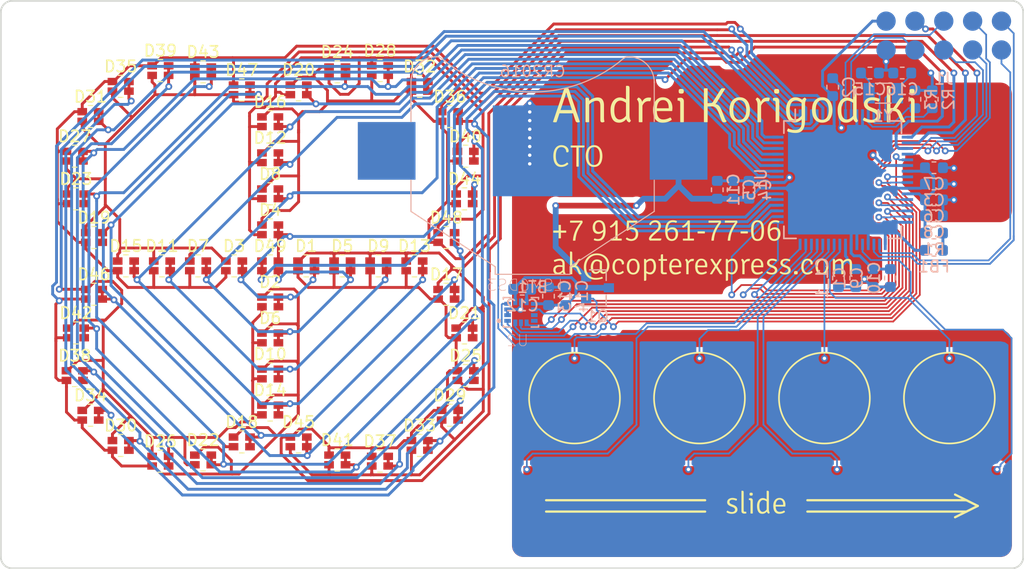
<source format=kicad_pcb>
(kicad_pcb (version 20171130) (host pcbnew 5.0.2+dfsg1-1~bpo9+1)
  (layers (0 F.Cu signal) (31 B.Cu signal) (34 B.Paste user hide) (35 F.Paste user hide) (36 B.SilkS user) (37 F.SilkS user) (38 B.Mask user hide) (39 F.Mask user hide) (44 Edge.Cuts user))
  (net 0 "")
  (net 1 LED_K0)
  (net 2 LED_K1)
  (net 3 LED_A0)
  (net 4 LED_K3)
  (net 5 LED_K2)
  (net 6 LED_K4)
  (net 7 LED_K5)
  (net 8 LED_K7)
  (net 9 LED_K6)
  (net 10 LED_K8)
  (net 11 LED_A1)
  (net 12 LED_A2)
  (net 13 LED_A3)
  (net 14 LED_A4)
  (net 15 LED_A5)
  (net 16 LED_A6)
  (net 17 LED_A7)
  (net 18 LED_A8)
  (net 19 VDD)
  (net 20 GND)
  (net 21 N$7)
  (net 22 N$6)
  (net 23 N$13)
  (net 24 N$14)
  (net 25 N$5)
  (net 26 N$19)
  (net 27 N$20)
  (net 28 N$16)
  (net 29 N$15)
  (net 30 N$17)
  (net 31 N$18)
  (net 32 N$12)
  (net 33 N$11)
  (net 34 TOUCH_PAD0)
  (net 35 N$1)
  (net 36 TOUCH_PAD1)
  (net 37 TOUCH_PAD2)
  (net 38 TOUCH_PAD3)
  (net 39 N$21)
  (net 40 N$22)
  (net 41 N$23)
  (net 42 N$8)
  (net 43 N$10)
  (net 44 N$9)
  (net 45 LED_K9)
  (net 46 LED_K10)
  (net 47 LED_K11)
  (net 48 LFXTAL_P)
  (net 49 LFXTAL_N)
  (net 50 IMU_VDD)
  (net 51 N$24)
  (net 52 MCU_AVDD)
  (net 53 N$2)
  (net 54 N$25)
  (module footprints:Text_Slide_Signika_Cu (layer F.Cu) (at 166.5 124.55)
    (fp_text reference svg2mod hide)
    (fp_text value G*** hide)
  )
  (module footprints:TouchPad_D8.0mm (layer F.Cu) (at 183.5 115)
    (fp_text reference TS4 hide)
    (fp_text value TOUCH_PAD)
    (pad 1 smd circle (at 0 0) (size 8 8) (layers F.Cu) (net 38 TOUCH_PAD3))
  )
  (module footprints:TouchPad_D8.0mm (layer F.Cu) (at 172.5 115)
    (fp_text reference TS3 hide)
    (fp_text value TOUCH_PAD)
    (pad 1 smd circle (at 0 0) (size 8 8) (layers F.Cu) (net 37 TOUCH_PAD2))
  )
  (module footprints:TouchPad_D8.0mm (layer F.Cu) (at 161.5 115)
    (fp_text reference TS2 hide)
    (fp_text value TOUCH_PAD)
    (pad 1 smd circle (at 0 0) (size 8 8) (layers F.Cu) (net 36 TOUCH_PAD1))
  )
  (module footprints:TouchPad_D8.0mm (layer F.Cu) (at 150.5 115)
    (fp_text reference TS1 hide)
    (fp_text value TOUCH_PAD)
    (pad 1 smd circle (at 0 0) (size 8 8) (layers F.Cu) (net 34 TOUCH_PAD0))
  )
  (module footprints:Text_Name_SilkS (layer F.Cu) (at 148.6 90.7)
    (fp_text reference svg2mod hide)
    (fp_text value G*** hide)
  )
  (module footprints:BatteryHolder_Keystone_3026_1x2016 (layer B.Cu) (at 146.812 93.218)
    (fp_text reference BT1 (at 0 12) (layer B.SilkS) (effects (justify mirror)))
    (fp_text value Battery_Cell)
    (fp_text user CR2016 (at 0 -7) (layer B.SilkS) (effects (font (thickness 0.125)) (justify mirror)))
    (pad 1 smd rect (at -12.85 0) (size 5.08 5.08) (layers B.Cu B.Paste B.Mask))
    (pad 1 smd rect (at 12.85 0) (size 5.08 5.08) (layers B.Cu B.Paste B.Mask) (net 19 VDD))
    (pad 2 smd rect (at 0 0) (size 7 8) (layers B.Cu B.Mask) (net 20 GND))
  )
  (module footprints:LED_DUAL_0606 (layer F.Cu) (at 123.709 103.351)
    (fp_text reference D49 (at 0 -1.75) (layer F.SilkS))
    (fp_text value LED_Dual_AACC)
    (pad 1 smd rect (at -0.725 -0.425) (size 0.85 0.65) (layers F.Cu F.Paste F.Mask) (net 18 LED_A8))
    (pad 2 smd rect (at -0.725 0.425) (size 0.85 0.65) (layers F.Cu F.Paste F.Mask) (net 18 LED_A8))
    (pad 4 smd rect (at 0.725 0.425) (size 0.85 0.65) (layers F.Cu F.Paste F.Mask) (net 2 LED_K1))
    (pad 3 smd rect (at 0.725 -0.425) (size 0.85 0.65) (layers F.Cu F.Paste F.Mask) (net 1 LED_K0))
  )
  (module footprints:LED_DUAL_0606 (layer F.Cu) (at 139.217852 100.851333)
    (fp_text reference D48 (at 0 -1.75) (layer F.SilkS))
    (fp_text value LED_Dual_AACC)
    (pad 1 smd rect (at -0.725 -0.425) (size 0.85 0.65) (layers F.Cu F.Paste F.Mask) (net 17 LED_A7))
    (pad 2 smd rect (at -0.725 0.425) (size 0.85 0.65) (layers F.Cu F.Paste F.Mask) (net 16 LED_A6))
    (pad 4 smd rect (at 0.725 0.425) (size 0.85 0.65) (layers F.Cu F.Paste F.Mask) (net 47 LED_K11))
    (pad 3 smd rect (at 0.725 -0.425) (size 0.85 0.65) (layers F.Cu F.Paste F.Mask) (net 47 LED_K11))
  )
  (module footprints:LED_DUAL_0606 (layer F.Cu) (at 121.209333 87.842147)
    (fp_text reference D47 (at 0 -1.75) (layer F.SilkS))
    (fp_text value LED_Dual_AACC)
    (pad 1 smd rect (at -0.725 -0.425) (size 0.85 0.65) (layers F.Cu F.Paste F.Mask) (net 15 LED_A5))
    (pad 2 smd rect (at -0.725 0.425) (size 0.85 0.65) (layers F.Cu F.Paste F.Mask) (net 14 LED_A4))
    (pad 4 smd rect (at 0.725 0.425) (size 0.85 0.65) (layers F.Cu F.Paste F.Mask) (net 47 LED_K11))
    (pad 3 smd rect (at 0.725 -0.425) (size 0.85 0.65) (layers F.Cu F.Paste F.Mask) (net 47 LED_K11))
  )
  (module footprints:LED_DUAL_0606 (layer F.Cu) (at 108.200147 105.850666)
    (fp_text reference D46 (at 0 -1.75) (layer F.SilkS))
    (fp_text value LED_Dual_AACC)
    (pad 1 smd rect (at -0.725 -0.425) (size 0.85 0.65) (layers F.Cu F.Paste F.Mask) (net 13 LED_A3))
    (pad 2 smd rect (at -0.725 0.425) (size 0.85 0.65) (layers F.Cu F.Paste F.Mask) (net 12 LED_A2))
    (pad 4 smd rect (at 0.725 0.425) (size 0.85 0.65) (layers F.Cu F.Paste F.Mask) (net 47 LED_K11))
    (pad 3 smd rect (at 0.725 -0.425) (size 0.85 0.65) (layers F.Cu F.Paste F.Mask) (net 47 LED_K11))
  )
  (module footprints:LED_DUAL_0606 (layer F.Cu) (at 126.208666 118.859852)
    (fp_text reference D45 (at 0 -1.75) (layer F.SilkS))
    (fp_text value LED_Dual_AACC)
    (pad 1 smd rect (at -0.725 -0.425) (size 0.85 0.65) (layers F.Cu F.Paste F.Mask) (net 11 LED_A1))
    (pad 2 smd rect (at -0.725 0.425) (size 0.85 0.65) (layers F.Cu F.Paste F.Mask) (net 3 LED_A0))
    (pad 4 smd rect (at 0.725 0.425) (size 0.85 0.65) (layers F.Cu F.Paste F.Mask) (net 47 LED_K11))
    (pad 3 smd rect (at 0.725 -0.425) (size 0.85 0.65) (layers F.Cu F.Paste F.Mask) (net 47 LED_K11))
  )
  (module footprints:LED_DUAL_0606 (layer F.Cu) (at 140.806919 97.443568)
    (fp_text reference D44 (at 0 -1.75) (layer F.SilkS))
    (fp_text value LED_Dual_AACC)
    (pad 1 smd rect (at -0.725 -0.425) (size 0.85 0.65) (layers F.Cu F.Paste F.Mask) (net 17 LED_A7))
    (pad 2 smd rect (at -0.725 0.425) (size 0.85 0.65) (layers F.Cu F.Paste F.Mask) (net 16 LED_A6))
    (pad 4 smd rect (at 0.725 0.425) (size 0.85 0.65) (layers F.Cu F.Paste F.Mask) (net 46 LED_K10))
    (pad 3 smd rect (at 0.725 -0.425) (size 0.85 0.65) (layers F.Cu F.Paste F.Mask) (net 46 LED_K10))
  )
  (module footprints:LED_DUAL_0606 (layer F.Cu) (at 117.801568 86.25308)
    (fp_text reference D43 (at 0 -1.75) (layer F.SilkS))
    (fp_text value LED_Dual_AACC)
    (pad 1 smd rect (at -0.725 -0.425) (size 0.85 0.65) (layers F.Cu F.Paste F.Mask) (net 15 LED_A5))
    (pad 2 smd rect (at -0.725 0.425) (size 0.85 0.65) (layers F.Cu F.Paste F.Mask) (net 14 LED_A4))
    (pad 4 smd rect (at 0.725 0.425) (size 0.85 0.65) (layers F.Cu F.Paste F.Mask) (net 46 LED_K10))
    (pad 3 smd rect (at 0.725 -0.425) (size 0.85 0.65) (layers F.Cu F.Paste F.Mask) (net 46 LED_K10))
  )
  (module footprints:LED_DUAL_0606 (layer F.Cu) (at 106.61108 109.258431)
    (fp_text reference D42 (at 0 -1.75) (layer F.SilkS))
    (fp_text value LED_Dual_AACC)
    (pad 1 smd rect (at -0.725 -0.425) (size 0.85 0.65) (layers F.Cu F.Paste F.Mask) (net 13 LED_A3))
    (pad 2 smd rect (at -0.725 0.425) (size 0.85 0.65) (layers F.Cu F.Paste F.Mask) (net 12 LED_A2))
    (pad 4 smd rect (at 0.725 0.425) (size 0.85 0.65) (layers F.Cu F.Paste F.Mask) (net 46 LED_K10))
    (pad 3 smd rect (at 0.725 -0.425) (size 0.85 0.65) (layers F.Cu F.Paste F.Mask) (net 46 LED_K10))
  )
  (module footprints:LED_DUAL_0606 (layer F.Cu) (at 129.616431 120.448919)
    (fp_text reference D41 (at 0 -1.75) (layer F.SilkS))
    (fp_text value LED_Dual_AACC)
    (pad 1 smd rect (at -0.725 -0.425) (size 0.85 0.65) (layers F.Cu F.Paste F.Mask) (net 11 LED_A1))
    (pad 2 smd rect (at -0.725 0.425) (size 0.85 0.65) (layers F.Cu F.Paste F.Mask) (net 3 LED_A0))
    (pad 4 smd rect (at 0.725 0.425) (size 0.85 0.65) (layers F.Cu F.Paste F.Mask) (net 46 LED_K10))
    (pad 3 smd rect (at 0.725 -0.425) (size 0.85 0.65) (layers F.Cu F.Paste F.Mask) (net 46 LED_K10))
  )
  (module footprints:LED_DUAL_0606 (layer F.Cu) (at 140.916279 93.685107)
    (fp_text reference D40 (at 0 -1.75) (layer F.SilkS))
    (fp_text value LED_Dual_AACC)
    (pad 1 smd rect (at -0.725 -0.425) (size 0.85 0.65) (layers F.Cu F.Paste F.Mask) (net 17 LED_A7))
    (pad 2 smd rect (at -0.725 0.425) (size 0.85 0.65) (layers F.Cu F.Paste F.Mask) (net 16 LED_A6))
    (pad 4 smd rect (at 0.725 0.425) (size 0.85 0.65) (layers F.Cu F.Paste F.Mask) (net 45 LED_K9))
    (pad 3 smd rect (at 0.725 -0.425) (size 0.85 0.65) (layers F.Cu F.Paste F.Mask) (net 45 LED_K9))
  )
  (module footprints:LED_DUAL_0606 (layer F.Cu) (at 114.043107 86.14372)
    (fp_text reference D39 (at 0 -1.75) (layer F.SilkS))
    (fp_text value LED_Dual_AACC)
    (pad 1 smd rect (at -0.725 -0.425) (size 0.85 0.65) (layers F.Cu F.Paste F.Mask) (net 15 LED_A5))
    (pad 2 smd rect (at -0.725 0.425) (size 0.85 0.65) (layers F.Cu F.Paste F.Mask) (net 14 LED_A4))
    (pad 4 smd rect (at 0.725 0.425) (size 0.85 0.65) (layers F.Cu F.Paste F.Mask) (net 45 LED_K9))
    (pad 3 smd rect (at 0.725 -0.425) (size 0.85 0.65) (layers F.Cu F.Paste F.Mask) (net 45 LED_K9))
  )
  (module footprints:LED_DUAL_0606 (layer F.Cu) (at 106.50172 113.016892)
    (fp_text reference D38 (at 0 -1.75) (layer F.SilkS))
    (fp_text value LED_Dual_AACC)
    (pad 1 smd rect (at -0.725 -0.425) (size 0.85 0.65) (layers F.Cu F.Paste F.Mask) (net 13 LED_A3))
    (pad 2 smd rect (at -0.725 0.425) (size 0.85 0.65) (layers F.Cu F.Paste F.Mask) (net 12 LED_A2))
    (pad 4 smd rect (at 0.725 0.425) (size 0.85 0.65) (layers F.Cu F.Paste F.Mask) (net 45 LED_K9))
    (pad 3 smd rect (at 0.725 -0.425) (size 0.85 0.65) (layers F.Cu F.Paste F.Mask) (net 45 LED_K9))
  )
  (module footprints:LED_DUAL_0606 (layer F.Cu) (at 133.374892 120.558279)
    (fp_text reference D37 (at 0 -1.75) (layer F.SilkS))
    (fp_text value LED_Dual_AACC)
    (pad 1 smd rect (at -0.725 -0.425) (size 0.85 0.65) (layers F.Cu F.Paste F.Mask) (net 11 LED_A1))
    (pad 2 smd rect (at -0.725 0.425) (size 0.85 0.65) (layers F.Cu F.Paste F.Mask) (net 3 LED_A0))
    (pad 4 smd rect (at 0.725 0.425) (size 0.85 0.65) (layers F.Cu F.Paste F.Mask) (net 45 LED_K9))
    (pad 3 smd rect (at 0.725 -0.425) (size 0.85 0.65) (layers F.Cu F.Paste F.Mask) (net 45 LED_K9))
  )
  (module footprints:LED_DUAL_0606 (layer F.Cu) (at 139.528045 90.190712)
    (fp_text reference D36 (at 0 -1.75) (layer F.SilkS))
    (fp_text value LED_Dual_AACC)
    (pad 1 smd rect (at -0.725 -0.425) (size 0.85 0.65) (layers F.Cu F.Paste F.Mask) (net 17 LED_A7))
    (pad 2 smd rect (at -0.725 0.425) (size 0.85 0.65) (layers F.Cu F.Paste F.Mask) (net 16 LED_A6))
    (pad 4 smd rect (at 0.725 0.425) (size 0.85 0.65) (layers F.Cu F.Paste F.Mask) (net 10 LED_K8))
    (pad 3 smd rect (at 0.725 -0.425) (size 0.85 0.65) (layers F.Cu F.Paste F.Mask) (net 10 LED_K8))
  )
  (module footprints:LED_DUAL_0606 (layer F.Cu) (at 110.548712 87.531954)
    (fp_text reference D35 (at 0 -1.75) (layer F.SilkS))
    (fp_text value LED_Dual_AACC)
    (pad 1 smd rect (at -0.725 -0.425) (size 0.85 0.65) (layers F.Cu F.Paste F.Mask) (net 15 LED_A5))
    (pad 2 smd rect (at -0.725 0.425) (size 0.85 0.65) (layers F.Cu F.Paste F.Mask) (net 14 LED_A4))
    (pad 4 smd rect (at 0.725 0.425) (size 0.85 0.65) (layers F.Cu F.Paste F.Mask) (net 10 LED_K8))
    (pad 3 smd rect (at 0.725 -0.425) (size 0.85 0.65) (layers F.Cu F.Paste F.Mask) (net 10 LED_K8))
  )
  (module footprints:LED_DUAL_0606 (layer F.Cu) (at 107.889954 116.511287)
    (fp_text reference D34 (at 0 -1.75) (layer F.SilkS))
    (fp_text value LED_Dual_AACC)
    (pad 1 smd rect (at -0.725 -0.425) (size 0.85 0.65) (layers F.Cu F.Paste F.Mask) (net 13 LED_A3))
    (pad 2 smd rect (at -0.725 0.425) (size 0.85 0.65) (layers F.Cu F.Paste F.Mask) (net 12 LED_A2))
    (pad 4 smd rect (at 0.725 0.425) (size 0.85 0.65) (layers F.Cu F.Paste F.Mask) (net 10 LED_K8))
    (pad 3 smd rect (at 0.725 -0.425) (size 0.85 0.65) (layers F.Cu F.Paste F.Mask) (net 10 LED_K8))
  )
  (module footprints:LED_DUAL_0606 (layer F.Cu) (at 136.869287 119.170045)
    (fp_text reference D33 (at 0 -1.75) (layer F.SilkS))
    (fp_text value LED_Dual_AACC)
    (pad 1 smd rect (at -0.725 -0.425) (size 0.85 0.65) (layers F.Cu F.Paste F.Mask) (net 11 LED_A1))
    (pad 2 smd rect (at -0.725 0.425) (size 0.85 0.65) (layers F.Cu F.Paste F.Mask) (net 3 LED_A0))
    (pad 4 smd rect (at 0.725 0.425) (size 0.85 0.65) (layers F.Cu F.Paste F.Mask) (net 10 LED_K8))
    (pad 3 smd rect (at 0.725 -0.425) (size 0.85 0.65) (layers F.Cu F.Paste F.Mask) (net 10 LED_K8))
  )
  (module footprints:LED_DUAL_0606 (layer F.Cu) (at 136.869287 87.531954)
    (fp_text reference D32 (at 0 -1.75) (layer F.SilkS))
    (fp_text value LED_Dual_AACC)
    (pad 1 smd rect (at -0.725 -0.425) (size 0.85 0.65) (layers F.Cu F.Paste F.Mask) (net 17 LED_A7))
    (pad 2 smd rect (at -0.725 0.425) (size 0.85 0.65) (layers F.Cu F.Paste F.Mask) (net 16 LED_A6))
    (pad 4 smd rect (at 0.725 0.425) (size 0.85 0.65) (layers F.Cu F.Paste F.Mask) (net 8 LED_K7))
    (pad 3 smd rect (at 0.725 -0.425) (size 0.85 0.65) (layers F.Cu F.Paste F.Mask) (net 8 LED_K7))
  )
  (module footprints:LED_DUAL_0606 (layer F.Cu) (at 107.889954 90.190712)
    (fp_text reference D31 (at 0 -1.75) (layer F.SilkS))
    (fp_text value LED_Dual_AACC)
    (pad 1 smd rect (at -0.725 -0.425) (size 0.85 0.65) (layers F.Cu F.Paste F.Mask) (net 15 LED_A5))
    (pad 2 smd rect (at -0.725 0.425) (size 0.85 0.65) (layers F.Cu F.Paste F.Mask) (net 14 LED_A4))
    (pad 4 smd rect (at 0.725 0.425) (size 0.85 0.65) (layers F.Cu F.Paste F.Mask) (net 8 LED_K7))
    (pad 3 smd rect (at 0.725 -0.425) (size 0.85 0.65) (layers F.Cu F.Paste F.Mask) (net 8 LED_K7))
  )
  (module footprints:LED_DUAL_0606 (layer F.Cu) (at 110.548712 119.170045)
    (fp_text reference D30 (at 0 -1.75) (layer F.SilkS))
    (fp_text value LED_Dual_AACC)
    (pad 1 smd rect (at -0.725 -0.425) (size 0.85 0.65) (layers F.Cu F.Paste F.Mask) (net 13 LED_A3))
    (pad 2 smd rect (at -0.725 0.425) (size 0.85 0.65) (layers F.Cu F.Paste F.Mask) (net 12 LED_A2))
    (pad 4 smd rect (at 0.725 0.425) (size 0.85 0.65) (layers F.Cu F.Paste F.Mask) (net 8 LED_K7))
    (pad 3 smd rect (at 0.725 -0.425) (size 0.85 0.65) (layers F.Cu F.Paste F.Mask) (net 8 LED_K7))
  )
  (module footprints:LED_DUAL_0606 (layer F.Cu) (at 139.528045 116.511287)
    (fp_text reference D29 (at 0 -1.75) (layer F.SilkS))
    (fp_text value LED_Dual_AACC)
    (pad 1 smd rect (at -0.725 -0.425) (size 0.85 0.65) (layers F.Cu F.Paste F.Mask) (net 11 LED_A1))
    (pad 2 smd rect (at -0.725 0.425) (size 0.85 0.65) (layers F.Cu F.Paste F.Mask) (net 3 LED_A0))
    (pad 4 smd rect (at 0.725 0.425) (size 0.85 0.65) (layers F.Cu F.Paste F.Mask) (net 8 LED_K7))
    (pad 3 smd rect (at 0.725 -0.425) (size 0.85 0.65) (layers F.Cu F.Paste F.Mask) (net 8 LED_K7))
  )
  (module footprints:LED_DUAL_0606 (layer F.Cu) (at 133.374892 86.14372)
    (fp_text reference D28 (at 0 -1.75) (layer F.SilkS))
    (fp_text value LED_Dual_AACC)
    (pad 1 smd rect (at -0.725 -0.425) (size 0.85 0.65) (layers F.Cu F.Paste F.Mask) (net 17 LED_A7))
    (pad 2 smd rect (at -0.725 0.425) (size 0.85 0.65) (layers F.Cu F.Paste F.Mask) (net 16 LED_A6))
    (pad 4 smd rect (at 0.725 0.425) (size 0.85 0.65) (layers F.Cu F.Paste F.Mask) (net 9 LED_K6))
    (pad 3 smd rect (at 0.725 -0.425) (size 0.85 0.65) (layers F.Cu F.Paste F.Mask) (net 9 LED_K6))
  )
  (module footprints:LED_DUAL_0606 (layer F.Cu) (at 106.50172 93.685107)
    (fp_text reference D27 (at 0 -1.75) (layer F.SilkS))
    (fp_text value LED_Dual_AACC)
    (pad 1 smd rect (at -0.725 -0.425) (size 0.85 0.65) (layers F.Cu F.Paste F.Mask) (net 15 LED_A5))
    (pad 2 smd rect (at -0.725 0.425) (size 0.85 0.65) (layers F.Cu F.Paste F.Mask) (net 14 LED_A4))
    (pad 4 smd rect (at 0.725 0.425) (size 0.85 0.65) (layers F.Cu F.Paste F.Mask) (net 9 LED_K6))
    (pad 3 smd rect (at 0.725 -0.425) (size 0.85 0.65) (layers F.Cu F.Paste F.Mask) (net 9 LED_K6))
  )
  (module footprints:LED_DUAL_0606 (layer F.Cu) (at 114.043107 120.558279)
    (fp_text reference D26 (at 0 -1.75) (layer F.SilkS))
    (fp_text value LED_Dual_AACC)
    (pad 1 smd rect (at -0.725 -0.425) (size 0.85 0.65) (layers F.Cu F.Paste F.Mask) (net 13 LED_A3))
    (pad 2 smd rect (at -0.725 0.425) (size 0.85 0.65) (layers F.Cu F.Paste F.Mask) (net 12 LED_A2))
    (pad 4 smd rect (at 0.725 0.425) (size 0.85 0.65) (layers F.Cu F.Paste F.Mask) (net 9 LED_K6))
    (pad 3 smd rect (at 0.725 -0.425) (size 0.85 0.65) (layers F.Cu F.Paste F.Mask) (net 9 LED_K6))
  )
  (module footprints:LED_DUAL_0606 (layer F.Cu) (at 140.916279 113.016892)
    (fp_text reference D25 (at 0 -1.75) (layer F.SilkS))
    (fp_text value LED_Dual_AACC)
    (pad 1 smd rect (at -0.725 -0.425) (size 0.85 0.65) (layers F.Cu F.Paste F.Mask) (net 11 LED_A1))
    (pad 2 smd rect (at -0.725 0.425) (size 0.85 0.65) (layers F.Cu F.Paste F.Mask) (net 3 LED_A0))
    (pad 4 smd rect (at 0.725 0.425) (size 0.85 0.65) (layers F.Cu F.Paste F.Mask) (net 9 LED_K6))
    (pad 3 smd rect (at 0.725 -0.425) (size 0.85 0.65) (layers F.Cu F.Paste F.Mask) (net 9 LED_K6))
  )
  (module footprints:LED_DUAL_0606 (layer F.Cu) (at 129.616431 86.25308)
    (fp_text reference D24 (at 0 -1.75) (layer F.SilkS))
    (fp_text value LED_Dual_AACC)
    (pad 1 smd rect (at -0.725 -0.425) (size 0.85 0.65) (layers F.Cu F.Paste F.Mask) (net 16 LED_A6))
    (pad 2 smd rect (at -0.725 0.425) (size 0.85 0.65) (layers F.Cu F.Paste F.Mask) (net 17 LED_A7))
    (pad 4 smd rect (at 0.725 0.425) (size 0.85 0.65) (layers F.Cu F.Paste F.Mask) (net 7 LED_K5))
    (pad 3 smd rect (at 0.725 -0.425) (size 0.85 0.65) (layers F.Cu F.Paste F.Mask) (net 7 LED_K5))
  )
  (module footprints:LED_DUAL_0606 (layer F.Cu) (at 106.61108 97.443568)
    (fp_text reference D23 (at 0 -1.75) (layer F.SilkS))
    (fp_text value LED_Dual_AACC)
    (pad 1 smd rect (at -0.725 -0.425) (size 0.85 0.65) (layers F.Cu F.Paste F.Mask) (net 14 LED_A4))
    (pad 2 smd rect (at -0.725 0.425) (size 0.85 0.65) (layers F.Cu F.Paste F.Mask) (net 15 LED_A5))
    (pad 4 smd rect (at 0.725 0.425) (size 0.85 0.65) (layers F.Cu F.Paste F.Mask) (net 7 LED_K5))
    (pad 3 smd rect (at 0.725 -0.425) (size 0.85 0.65) (layers F.Cu F.Paste F.Mask) (net 7 LED_K5))
  )
  (module footprints:LED_DUAL_0606 (layer F.Cu) (at 117.801568 120.448919)
    (fp_text reference D22 (at 0 -1.75) (layer F.SilkS))
    (fp_text value LED_Dual_AACC)
    (pad 1 smd rect (at -0.725 -0.425) (size 0.85 0.65) (layers F.Cu F.Paste F.Mask) (net 12 LED_A2))
    (pad 2 smd rect (at -0.725 0.425) (size 0.85 0.65) (layers F.Cu F.Paste F.Mask) (net 13 LED_A3))
    (pad 4 smd rect (at 0.725 0.425) (size 0.85 0.65) (layers F.Cu F.Paste F.Mask) (net 7 LED_K5))
    (pad 3 smd rect (at 0.725 -0.425) (size 0.85 0.65) (layers F.Cu F.Paste F.Mask) (net 7 LED_K5))
  )
  (module footprints:LED_DUAL_0606 (layer F.Cu) (at 140.806919 109.258431)
    (fp_text reference D21 (at 0 -1.75) (layer F.SilkS))
    (fp_text value LED_Dual_AACC)
    (pad 1 smd rect (at -0.725 -0.425) (size 0.85 0.65) (layers F.Cu F.Paste F.Mask) (net 3 LED_A0))
    (pad 2 smd rect (at -0.725 0.425) (size 0.85 0.65) (layers F.Cu F.Paste F.Mask) (net 11 LED_A1))
    (pad 4 smd rect (at 0.725 0.425) (size 0.85 0.65) (layers F.Cu F.Paste F.Mask) (net 7 LED_K5))
    (pad 3 smd rect (at 0.725 -0.425) (size 0.85 0.65) (layers F.Cu F.Paste F.Mask) (net 7 LED_K5))
  )
  (module footprints:LED_DUAL_0606 (layer F.Cu) (at 126.208666 87.842147)
    (fp_text reference D20 (at 0 -1.75) (layer F.SilkS))
    (fp_text value LED_Dual_AACC)
    (pad 1 smd rect (at -0.725 -0.425) (size 0.85 0.65) (layers F.Cu F.Paste F.Mask) (net 16 LED_A6))
    (pad 2 smd rect (at -0.725 0.425) (size 0.85 0.65) (layers F.Cu F.Paste F.Mask) (net 17 LED_A7))
    (pad 4 smd rect (at 0.725 0.425) (size 0.85 0.65) (layers F.Cu F.Paste F.Mask) (net 6 LED_K4))
    (pad 3 smd rect (at 0.725 -0.425) (size 0.85 0.65) (layers F.Cu F.Paste F.Mask) (net 6 LED_K4))
  )
  (module footprints:LED_DUAL_0606 (layer F.Cu) (at 108.200147 100.851333)
    (fp_text reference D19 (at 0 -1.75) (layer F.SilkS))
    (fp_text value LED_Dual_AACC)
    (pad 1 smd rect (at -0.725 -0.425) (size 0.85 0.65) (layers F.Cu F.Paste F.Mask) (net 14 LED_A4))
    (pad 2 smd rect (at -0.725 0.425) (size 0.85 0.65) (layers F.Cu F.Paste F.Mask) (net 15 LED_A5))
    (pad 4 smd rect (at 0.725 0.425) (size 0.85 0.65) (layers F.Cu F.Paste F.Mask) (net 6 LED_K4))
    (pad 3 smd rect (at 0.725 -0.425) (size 0.85 0.65) (layers F.Cu F.Paste F.Mask) (net 6 LED_K4))
  )
  (module footprints:LED_DUAL_0606 (layer F.Cu) (at 121.209333 118.859852)
    (fp_text reference D18 (at 0 -1.75) (layer F.SilkS))
    (fp_text value LED_Dual_AACC)
    (pad 1 smd rect (at -0.725 -0.425) (size 0.85 0.65) (layers F.Cu F.Paste F.Mask) (net 12 LED_A2))
    (pad 2 smd rect (at -0.725 0.425) (size 0.85 0.65) (layers F.Cu F.Paste F.Mask) (net 13 LED_A3))
    (pad 4 smd rect (at 0.725 0.425) (size 0.85 0.65) (layers F.Cu F.Paste F.Mask) (net 6 LED_K4))
    (pad 3 smd rect (at 0.725 -0.425) (size 0.85 0.65) (layers F.Cu F.Paste F.Mask) (net 6 LED_K4))
  )
  (module footprints:LED_DUAL_0606 (layer F.Cu) (at 139.217852 105.850666)
    (fp_text reference D17 (at 0 -1.75) (layer F.SilkS))
    (fp_text value LED_Dual_AACC)
    (pad 1 smd rect (at -0.725 -0.425) (size 0.85 0.65) (layers F.Cu F.Paste F.Mask) (net 3 LED_A0))
    (pad 2 smd rect (at -0.725 0.425) (size 0.85 0.65) (layers F.Cu F.Paste F.Mask) (net 11 LED_A1))
    (pad 4 smd rect (at 0.725 0.425) (size 0.85 0.65) (layers F.Cu F.Paste F.Mask) (net 6 LED_K4))
    (pad 3 smd rect (at 0.725 -0.425) (size 0.85 0.65) (layers F.Cu F.Paste F.Mask) (net 6 LED_K4))
  )
  (module footprints:LED_DUAL_0606 (layer F.Cu) (at 123.709 90.651)
    (fp_text reference D16 (at 0 -1.75) (layer F.SilkS))
    (fp_text value LED_Dual_AACC)
    (pad 1 smd rect (at -0.725 -0.425) (size 0.85 0.65) (layers F.Cu F.Paste F.Mask) (net 16 LED_A6))
    (pad 2 smd rect (at -0.725 0.425) (size 0.85 0.65) (layers F.Cu F.Paste F.Mask) (net 17 LED_A7))
    (pad 4 smd rect (at 0.725 0.425) (size 0.85 0.65) (layers F.Cu F.Paste F.Mask) (net 4 LED_K3))
    (pad 3 smd rect (at 0.725 -0.425) (size 0.85 0.65) (layers F.Cu F.Paste F.Mask) (net 4 LED_K3))
  )
  (module footprints:LED_DUAL_0606 (layer F.Cu) (at 111.009 103.351)
    (fp_text reference D15 (at 0 -1.75) (layer F.SilkS))
    (fp_text value LED_Dual_AACC)
    (pad 1 smd rect (at -0.725 -0.425) (size 0.85 0.65) (layers F.Cu F.Paste F.Mask) (net 14 LED_A4))
    (pad 2 smd rect (at -0.725 0.425) (size 0.85 0.65) (layers F.Cu F.Paste F.Mask) (net 15 LED_A5))
    (pad 4 smd rect (at 0.725 0.425) (size 0.85 0.65) (layers F.Cu F.Paste F.Mask) (net 4 LED_K3))
    (pad 3 smd rect (at 0.725 -0.425) (size 0.85 0.65) (layers F.Cu F.Paste F.Mask) (net 4 LED_K3))
  )
  (module footprints:LED_DUAL_0606 (layer F.Cu) (at 123.709 116.051)
    (fp_text reference D14 (at 0 -1.75) (layer F.SilkS))
    (fp_text value LED_Dual_AACC)
    (pad 1 smd rect (at -0.725 -0.425) (size 0.85 0.65) (layers F.Cu F.Paste F.Mask) (net 12 LED_A2))
    (pad 2 smd rect (at -0.725 0.425) (size 0.85 0.65) (layers F.Cu F.Paste F.Mask) (net 13 LED_A3))
    (pad 4 smd rect (at 0.725 0.425) (size 0.85 0.65) (layers F.Cu F.Paste F.Mask) (net 4 LED_K3))
    (pad 3 smd rect (at 0.725 -0.425) (size 0.85 0.65) (layers F.Cu F.Paste F.Mask) (net 4 LED_K3))
  )
  (module footprints:LED_DUAL_0606 (layer F.Cu) (at 136.409 103.351)
    (fp_text reference D13 (at 0 -1.75) (layer F.SilkS))
    (fp_text value LED_Dual_AACC)
    (pad 1 smd rect (at -0.725 -0.425) (size 0.85 0.65) (layers F.Cu F.Paste F.Mask) (net 3 LED_A0))
    (pad 2 smd rect (at -0.725 0.425) (size 0.85 0.65) (layers F.Cu F.Paste F.Mask) (net 11 LED_A1))
    (pad 4 smd rect (at 0.725 0.425) (size 0.85 0.65) (layers F.Cu F.Paste F.Mask) (net 4 LED_K3))
    (pad 3 smd rect (at 0.725 -0.425) (size 0.85 0.65) (layers F.Cu F.Paste F.Mask) (net 4 LED_K3))
  )
  (module footprints:LED_DUAL_0606 (layer F.Cu) (at 123.709 93.826)
    (fp_text reference D12 (at 0 -1.75) (layer F.SilkS))
    (fp_text value LED_Dual_AACC)
    (pad 1 smd rect (at -0.725 -0.425) (size 0.85 0.65) (layers F.Cu F.Paste F.Mask) (net 16 LED_A6))
    (pad 2 smd rect (at -0.725 0.425) (size 0.85 0.65) (layers F.Cu F.Paste F.Mask) (net 17 LED_A7))
    (pad 4 smd rect (at 0.725 0.425) (size 0.85 0.65) (layers F.Cu F.Paste F.Mask) (net 5 LED_K2))
    (pad 3 smd rect (at 0.725 -0.425) (size 0.85 0.65) (layers F.Cu F.Paste F.Mask) (net 5 LED_K2))
  )
  (module footprints:LED_DUAL_0606 (layer F.Cu) (at 114.184 103.351)
    (fp_text reference D11 (at 0 -1.75) (layer F.SilkS))
    (fp_text value LED_Dual_AACC)
    (pad 1 smd rect (at -0.725 -0.425) (size 0.85 0.65) (layers F.Cu F.Paste F.Mask) (net 14 LED_A4))
    (pad 2 smd rect (at -0.725 0.425) (size 0.85 0.65) (layers F.Cu F.Paste F.Mask) (net 15 LED_A5))
    (pad 4 smd rect (at 0.725 0.425) (size 0.85 0.65) (layers F.Cu F.Paste F.Mask) (net 5 LED_K2))
    (pad 3 smd rect (at 0.725 -0.425) (size 0.85 0.65) (layers F.Cu F.Paste F.Mask) (net 5 LED_K2))
  )
  (module footprints:LED_DUAL_0606 (layer F.Cu) (at 123.709 112.875999)
    (fp_text reference D10 (at 0 -1.75) (layer F.SilkS))
    (fp_text value LED_Dual_AACC)
    (pad 1 smd rect (at -0.725 -0.425) (size 0.85 0.65) (layers F.Cu F.Paste F.Mask) (net 12 LED_A2))
    (pad 2 smd rect (at -0.725 0.425) (size 0.85 0.65) (layers F.Cu F.Paste F.Mask) (net 13 LED_A3))
    (pad 4 smd rect (at 0.725 0.425) (size 0.85 0.65) (layers F.Cu F.Paste F.Mask) (net 5 LED_K2))
    (pad 3 smd rect (at 0.725 -0.425) (size 0.85 0.65) (layers F.Cu F.Paste F.Mask) (net 5 LED_K2))
  )
  (module footprints:LED_DUAL_0606 (layer F.Cu) (at 133.234 103.351)
    (fp_text reference D9 (at 0 -1.75) (layer F.SilkS))
    (fp_text value LED_Dual_AACC)
    (pad 1 smd rect (at -0.725 -0.425) (size 0.85 0.65) (layers F.Cu F.Paste F.Mask) (net 3 LED_A0))
    (pad 2 smd rect (at -0.725 0.425) (size 0.85 0.65) (layers F.Cu F.Paste F.Mask) (net 11 LED_A1))
    (pad 4 smd rect (at 0.725 0.425) (size 0.85 0.65) (layers F.Cu F.Paste F.Mask) (net 5 LED_K2))
    (pad 3 smd rect (at 0.725 -0.425) (size 0.85 0.65) (layers F.Cu F.Paste F.Mask) (net 5 LED_K2))
  )
  (module footprints:LED_DUAL_0606 (layer F.Cu) (at 123.709 97.001)
    (fp_text reference D8 (at 0 -1.75) (layer F.SilkS))
    (fp_text value LED_Dual_AACC)
    (pad 1 smd rect (at -0.725 -0.425) (size 0.85 0.65) (layers F.Cu F.Paste F.Mask) (net 16 LED_A6))
    (pad 2 smd rect (at -0.725 0.425) (size 0.85 0.65) (layers F.Cu F.Paste F.Mask) (net 17 LED_A7))
    (pad 4 smd rect (at 0.725 0.425) (size 0.85 0.65) (layers F.Cu F.Paste F.Mask) (net 2 LED_K1))
    (pad 3 smd rect (at 0.725 -0.425) (size 0.85 0.65) (layers F.Cu F.Paste F.Mask) (net 2 LED_K1))
  )
  (module footprints:LED_DUAL_0606 (layer F.Cu) (at 117.359 103.351)
    (fp_text reference D7 (at 0 -1.75) (layer F.SilkS))
    (fp_text value LED_Dual_AACC)
    (pad 1 smd rect (at -0.725 -0.425) (size 0.85 0.65) (layers F.Cu F.Paste F.Mask) (net 14 LED_A4))
    (pad 2 smd rect (at -0.725 0.425) (size 0.85 0.65) (layers F.Cu F.Paste F.Mask) (net 15 LED_A5))
    (pad 4 smd rect (at 0.725 0.425) (size 0.85 0.65) (layers F.Cu F.Paste F.Mask) (net 2 LED_K1))
    (pad 3 smd rect (at 0.725 -0.425) (size 0.85 0.65) (layers F.Cu F.Paste F.Mask) (net 2 LED_K1))
  )
  (module footprints:LED_DUAL_0606 (layer F.Cu) (at 123.709 109.701)
    (fp_text reference D6 (at 0 -1.75) (layer F.SilkS))
    (fp_text value LED_Dual_AACC)
    (pad 1 smd rect (at -0.725 -0.425) (size 0.85 0.65) (layers F.Cu F.Paste F.Mask) (net 12 LED_A2))
    (pad 2 smd rect (at -0.725 0.425) (size 0.85 0.65) (layers F.Cu F.Paste F.Mask) (net 13 LED_A3))
    (pad 4 smd rect (at 0.725 0.425) (size 0.85 0.65) (layers F.Cu F.Paste F.Mask) (net 2 LED_K1))
    (pad 3 smd rect (at 0.725 -0.425) (size 0.85 0.65) (layers F.Cu F.Paste F.Mask) (net 2 LED_K1))
  )
  (module footprints:LED_DUAL_0606 (layer F.Cu) (at 130.059 103.351)
    (fp_text reference D5 (at 0 -1.75) (layer F.SilkS))
    (fp_text value LED_Dual_AACC)
    (pad 1 smd rect (at -0.725 -0.425) (size 0.85 0.65) (layers F.Cu F.Paste F.Mask) (net 3 LED_A0))
    (pad 2 smd rect (at -0.725 0.425) (size 0.85 0.65) (layers F.Cu F.Paste F.Mask) (net 11 LED_A1))
    (pad 4 smd rect (at 0.725 0.425) (size 0.85 0.65) (layers F.Cu F.Paste F.Mask) (net 2 LED_K1))
    (pad 3 smd rect (at 0.725 -0.425) (size 0.85 0.65) (layers F.Cu F.Paste F.Mask) (net 2 LED_K1))
  )
  (module footprints:LED_DUAL_0606 (layer F.Cu) (at 123.709 100.176)
    (fp_text reference D4 (at 0 -1.75) (layer F.SilkS))
    (fp_text value LED_Dual_AACC)
    (pad 1 smd rect (at -0.725 -0.425) (size 0.85 0.65) (layers F.Cu F.Paste F.Mask) (net 16 LED_A6))
    (pad 2 smd rect (at -0.725 0.425) (size 0.85 0.65) (layers F.Cu F.Paste F.Mask) (net 17 LED_A7))
    (pad 4 smd rect (at 0.725 0.425) (size 0.85 0.65) (layers F.Cu F.Paste F.Mask) (net 1 LED_K0))
    (pad 3 smd rect (at 0.725 -0.425) (size 0.85 0.65) (layers F.Cu F.Paste F.Mask) (net 1 LED_K0))
  )
  (module footprints:LED_DUAL_0606 (layer F.Cu) (at 120.534 103.351)
    (fp_text reference D3 (at 0 -1.75) (layer F.SilkS))
    (fp_text value LED_Dual_AACC)
    (pad 1 smd rect (at -0.725 -0.425) (size 0.85 0.65) (layers F.Cu F.Paste F.Mask) (net 14 LED_A4))
    (pad 2 smd rect (at -0.725 0.425) (size 0.85 0.65) (layers F.Cu F.Paste F.Mask) (net 15 LED_A5))
    (pad 4 smd rect (at 0.725 0.425) (size 0.85 0.65) (layers F.Cu F.Paste F.Mask) (net 1 LED_K0))
    (pad 3 smd rect (at 0.725 -0.425) (size 0.85 0.65) (layers F.Cu F.Paste F.Mask) (net 1 LED_K0))
  )
  (module footprints:LED_DUAL_0606 (layer F.Cu) (at 123.709 106.526)
    (fp_text reference D2 (at 0 -1.75) (layer F.SilkS))
    (fp_text value LED_Dual_AACC)
    (pad 1 smd rect (at -0.725 -0.425) (size 0.85 0.65) (layers F.Cu F.Paste F.Mask) (net 12 LED_A2))
    (pad 2 smd rect (at -0.725 0.425) (size 0.85 0.65) (layers F.Cu F.Paste F.Mask) (net 13 LED_A3))
    (pad 4 smd rect (at 0.725 0.425) (size 0.85 0.65) (layers F.Cu F.Paste F.Mask) (net 1 LED_K0))
    (pad 3 smd rect (at 0.725 -0.425) (size 0.85 0.65) (layers F.Cu F.Paste F.Mask) (net 1 LED_K0))
  )
  (module footprints:LED_DUAL_0606 (layer F.Cu) (at 126.884 103.351)
    (fp_text reference D1 (at 0 -1.75) (layer F.SilkS))
    (fp_text value LED_Dual_AACC)
    (pad 1 smd rect (at -0.725 -0.425) (size 0.85 0.65) (layers F.Cu F.Paste F.Mask) (net 3 LED_A0))
    (pad 2 smd rect (at -0.725 0.425) (size 0.85 0.65) (layers F.Cu F.Paste F.Mask) (net 11 LED_A1))
    (pad 4 smd rect (at 0.725 0.425) (size 0.85 0.65) (layers F.Cu F.Paste F.Mask) (net 1 LED_K0))
    (pad 3 smd rect (at 0.725 -0.425) (size 0.85 0.65) (layers F.Cu F.Paste F.Mask) (net 1 LED_K0))
  )
  (module Capacitor_SMD:C_0603_1608Metric (layer B.Cu) (at 173.736 104.4195 270)
    (fp_text reference C1_1 (at 0 1.43 270) (layer B.SilkS) (effects (justify mirror)))
    (fp_text value 10uF)
    (pad 1 smd roundrect (at -0.7875 0 270) (size 0.875 0.95) (layers B.Cu B.Paste B.Mask) (net 35 N$1))
    (pad 2 smd roundrect (at 0.7875 0 270) (size 0.875 0.95) (layers B.Cu B.Paste B.Mask) (net 20 GND))
  )
  (module Resistor_SMD:R_0603_1608Metric (layer B.Cu) (at 180.467 88.6715 90)
    (fp_text reference R3 (at 0 1.43 90) (layer B.SilkS) (effects (justify mirror)))
    (fp_text value 0)
    (pad 1 smd roundrect (at -0.7875 0 90) (size 0.875 0.95) (layers B.Cu B.Paste B.Mask) (net 54 N$25))
    (pad 2 smd roundrect (at 0.7875 0 90) (size 0.875 0.95) (layers B.Cu B.Paste B.Mask) (net 20 GND))
  )
  (module Inductor_SMD:L_0603_1608Metric (layer B.Cu) (at 182.1435 101.981)
    (fp_text reference FB1 (at 0 1.43) (layer B.SilkS) (effects (justify mirror)))
    (fp_text value Ferrite_Bead_Small)
    (pad 1 smd roundrect (at -0.7875 0) (size 0.875 0.95) (layers B.Cu B.Paste B.Mask) (net 19 VDD))
    (pad 2 smd roundrect (at 0.7875 0) (size 0.875 0.95) (layers B.Cu B.Paste B.Mask) (net 53 N$2))
  )
  (module Package_TO_SOT_SMD:SOT-23 (layer B.Cu) (at 152.527 105.283)
    (fp_text reference Q1 (at 0 2.5) (layer B.SilkS) (effects (justify mirror)))
    (fp_text value Q_PMOS_GSD)
    (pad 1 smd rect (at -1 0.95) (size 0.9 0.8) (layers B.Cu B.Paste B.Mask) (net 23 N$13))
    (pad 2 smd rect (at -1 -0.95) (size 0.9 0.8) (layers B.Cu B.Paste B.Mask) (net 19 VDD))
    (pad 3 smd rect (at 1 0) (size 0.9 0.8) (layers B.Cu B.Paste B.Mask) (net 50 IMU_VDD))
  )
  (module Capacitor_SMD:C_0603_1608Metric (layer B.Cu) (at 179.3495 86.36)
    (fp_text reference C16 (at 0 1.43) (layer B.SilkS) (effects (justify mirror)))
    (fp_text value 22pF)
    (pad 2 smd roundrect (at -0.7875 0) (size 0.875 0.95) (layers B.Cu B.Paste B.Mask) (net 20 GND))
    (pad 1 smd roundrect (at 0.7875 0) (size 0.875 0.95) (layers B.Cu B.Paste B.Mask) (net 49 LFXTAL_N))
  )
  (module Capacitor_SMD:C_0603_1608Metric (layer B.Cu) (at 176.5045 86.36)
    (fp_text reference C15 (at 0 1.43) (layer B.SilkS) (effects (justify mirror)))
    (fp_text value 22pF)
    (pad 2 smd roundrect (at 0.7875 0) (size 0.875 0.95) (layers B.Cu B.Paste B.Mask) (net 20 GND))
    (pad 1 smd roundrect (at -0.7875 0) (size 0.875 0.95) (layers B.Cu B.Paste B.Mask) (net 48 LFXTAL_P))
  )
  (module Capacitor_SMD:C_0603_1608Metric (layer B.Cu) (at 149.733 106.0195 90)
    (fp_text reference C14 (at 0 1.43 90) (layer B.SilkS) (effects (justify mirror)))
    (fp_text value 10uF)
    (pad 1 smd roundrect (at -0.7875 0 90) (size 0.875 0.95) (layers B.Cu B.Paste B.Mask) (net 50 IMU_VDD))
    (pad 2 smd roundrect (at 0.7875 0 90) (size 0.875 0.95) (layers B.Cu B.Paste B.Mask) (net 20 GND))
  )
  (module Capacitor_SMD:C_0603_1608Metric (layer B.Cu) (at 173.228 87.6045 90)
    (fp_text reference C2 (at 0 1.43 90) (layer B.SilkS) (effects (justify mirror)))
    (fp_text value 0.1uF)
    (pad 2 smd roundrect (at 0.7875 0 90) (size 0.875 0.95) (layers B.Cu B.Paste B.Mask) (net 20 GND))
    (pad 1 smd roundrect (at -0.7875 0 90) (size 0.875 0.95) (layers B.Cu B.Paste B.Mask) (net 19 VDD))
  )
  (module footprints:TouchSlider-4_42x7mm (layer F.Cu) (at 146 128)
    (fp_text reference TS5 hide)
    (fp_text value TOUCH_SLIDER_4PADS hide)
    (pad 1 smd custom (at 1.5 -3.5) (size 2.333333 2.333333) (layers F.Cu) (net 27 N$20) (options (clearance outline) (anchor circle)) (primitives (gr_poly (pts (xy -1.5 -3.5) (xy 1.5 -3.5) (xy 1.5 -3.270579) (xy 11.140237 -2.333333) (xy 1.5 -1.396088) (xy 1.5 -0.937245) (xy 11.140237 0) (xy 1.5 0.937245) (xy 1.5 1.396088) (xy 11.140237 2.333333) (xy 1.5 3.270579) (xy 1.5 3.5) (xy -1.5 3.5)) (width 0))))
    (pad 2 smd custom (at 14.476341 -3.5) (size 2.333333 2.333333) (layers F.Cu) (net 39 N$21) (options (clearance outline) (anchor circle)) (primitives (gr_poly (pts (xy -11.211214 -3.5) (xy -1.570978 -2.562755) (xy -1.570978 -2.103912) (xy -11.211214 -1.166667) (xy -1.570978 -0.229421) (xy -1.570978 0.229421) (xy -11.211214 1.166667) (xy -1.570978 2.103912) (xy -1.570978 2.562755) (xy -11.211214 3.5) (xy 1.570978 3.5) (xy 1.570978 3.270579) (xy 11.211214 2.333333) (xy 1.570978 1.396088) (xy 1.570978 0.937245) (xy 11.211214 0) (xy 1.570978 -0.937245) (xy 1.570978 -1.396088) (xy 11.211214 -2.333333) (xy 1.570978 -3.270579) (xy 1.570978 -3.5)) (width 0))))
    (pad 3 smd custom (at 27.523659 -3.5) (size 2.333333 2.333333) (layers F.Cu) (net 40 N$22) (options (clearance outline) (anchor circle)) (primitives (gr_poly (pts (xy -11.211214 -3.5) (xy -1.570978 -2.562755) (xy -1.570978 -2.103912) (xy -11.211214 -1.166667) (xy -1.570978 -0.229421) (xy -1.570978 0.229421) (xy -11.211214 1.166667) (xy -1.570978 2.103912) (xy -1.570978 2.562755) (xy -11.211214 3.5) (xy 1.570978 3.5) (xy 1.570978 3.270579) (xy 11.211214 2.333333) (xy 1.570978 1.396088) (xy 1.570978 0.937245) (xy 11.211214 0) (xy 1.570978 -0.937245) (xy 1.570978 -1.396088) (xy 11.211214 -2.333333) (xy 1.570978 -3.270579) (xy 1.570978 -3.5)) (width 0))))
    (pad 4 smd custom (at 40.5 -3.5) (size 2.333333 2.333333) (layers F.Cu) (net 41 N$23) (options (clearance outline) (anchor circle)) (primitives (gr_poly (pts (xy -11.140237 -3.5) (xy -1.5 -2.562755) (xy -1.5 -2.103912) (xy -11.140237 -1.166667) (xy -1.5 -0.229421) (xy -1.5 0.229421) (xy -11.140237 1.166667) (xy -1.5 2.103912) (xy -1.5 2.562755) (xy -11.140237 3.5) (xy 1.5 3.5) (xy 1.5 -3.5)) (width 0))))
  )
  (module footprints:TestPoints_2x05_P2.54_D1.7 (layer B.Cu) (at 183.007 83.058)
    (fp_text reference J1 (at 0 3.81) (layer B.SilkS) (effects (justify mirror)))
    (fp_text value POGO_10PADS)
    (pad 5 smd circle (at 0 -1.27) (size 1.7 1.7) (layers B.Cu B.Mask) (net 21 N$7))
    (pad 4 smd circle (at -2.54 1.27) (size 1.7 1.7) (layers B.Cu B.Mask) (net 22 N$6))
    (pad 3 smd circle (at -2.54 -1.27) (size 1.7 1.7) (layers B.Cu B.Mask) (net 25 N$5))
    (pad 2 smd circle (at -5.08 1.27) (size 1.7 1.7) (layers B.Cu B.Mask) (net 20 GND))
    (pad 1 smd circle (at -5.08 -1.27) (size 1.7 1.7) (layers B.Cu B.Mask) (net 19 VDD))
    (pad 10 smd circle (at 5.08 1.27) (size 1.7 1.7) (layers B.Cu B.Mask) (net 32 N$12))
    (pad 9 smd circle (at 5.08 -1.27) (size 1.7 1.7) (layers B.Cu B.Mask) (net 33 N$11))
    (pad 8 smd circle (at 2.54 1.27) (size 1.7 1.7) (layers B.Cu B.Mask) (net 43 N$10))
    (pad 7 smd circle (at 2.54 -1.27) (size 1.7 1.7) (layers B.Cu B.Mask) (net 44 N$9))
    (pad 6 smd circle (at 0 1.27) (size 1.7 1.7) (layers B.Cu B.Mask) (net 42 N$8))
  )
  (module footprints:LSM6DS3 (layer B.Cu) (at 145.7844 107.4416)
    (fp_text reference U2 (at -0.31031 2.48754) (layer B.SilkS) (effects (font (size 1.00102 1.00102) (thickness 0.05)) (justify mirror)))
    (fp_text value LSM6DS3 (at 0.325055 -2.39047) (layer B.SilkS) (effects (font (size 1.0002 1.0002) (thickness 0.05)) (justify mirror)))
    (pad 4 smd rect (at -1.175 -0.75 180) (size 0.58 0.35) (layers B.Cu B.Paste B.Mask) (net 31 N$18))
    (pad 3 smd rect (at -1.175 -0.25 180) (size 0.58 0.35) (layers B.Cu B.Paste B.Mask) (net 20 GND))
    (pad 2 smd rect (at -1.175 0.25 180) (size 0.58 0.35) (layers B.Cu B.Paste B.Mask) (net 20 GND))
    (pad 1 smd rect (at -1.175 0.75 180) (size 0.58 0.35) (layers B.Cu B.Paste B.Mask) (net 24 N$14))
    (pad 7 smd rect (at 0.5 -0.925 270) (size 0.58 0.35) (layers B.Cu B.Paste B.Mask) (net 20 GND))
    (pad 6 smd rect (at 0 -0.925 270) (size 0.58 0.35) (layers B.Cu B.Paste B.Mask) (net 20 GND))
    (pad 5 smd rect (at -0.5 -0.925 270) (size 0.58 0.35) (layers B.Cu B.Paste B.Mask) (net 50 IMU_VDD))
    (pad 8 smd rect (at 1.175 -0.75 180) (size 0.58 0.35) (layers B.Cu B.Paste B.Mask) (net 50 IMU_VDD))
    (pad 9 smd rect (at 1.175 -0.25 180) (size 0.58 0.35) (layers B.Cu B.Paste B.Mask) (net 26 N$19))
    (pad 10 smd rect (at 1.175 0.25 180) (size 0.58 0.35) (layers B.Cu B.Paste B.Mask))
    (pad 11 smd rect (at 1.175 0.75 180) (size 0.58 0.35) (layers B.Cu B.Paste B.Mask))
    (pad 12 smd rect (at 0.5 0.925 270) (size 0.58 0.35) (layers B.Cu B.Paste B.Mask) (net 30 N$17))
    (pad 13 smd rect (at 0 0.925 270) (size 0.58 0.35) (layers B.Cu B.Paste B.Mask) (net 28 N$16))
    (pad 14 smd rect (at -0.5 0.925 270) (size 0.58 0.35) (layers B.Cu B.Paste B.Mask) (net 29 N$15))
  )
  (module Resistor_SMD:R_0603_1608Metric (layer B.Cu) (at 181.991 88.6715 90)
    (fp_text reference R2 (at 0 1.43 90) (layer B.SilkS) (effects (justify mirror)))
    (fp_text value 0)
    (pad 2 smd roundrect (at 0.7875 0 90) (size 0.875 0.95) (layers B.Cu B.Paste B.Mask) (net 20 GND))
    (pad 1 smd roundrect (at -0.7875 0 90) (size 0.875 0.95) (layers B.Cu B.Paste B.Mask) (net 51 N$24))
  )
  (module Capacitor_SMD:C_0603_1608Metric (layer B.Cu) (at 148.209 106.0195 90)
    (fp_text reference C13 (at 0 1.43 90) (layer B.SilkS) (effects (justify mirror)))
    (fp_text value 0.1uF)
    (pad 2 smd roundrect (at 0.7875 0 90) (size 0.875 0.95) (layers B.Cu B.Paste B.Mask) (net 20 GND))
    (pad 1 smd roundrect (at -0.7875 0 90) (size 0.875 0.95) (layers B.Cu B.Paste B.Mask) (net 50 IMU_VDD))
  )
  (module Capacitor_SMD:C_0603_1608Metric (layer B.Cu) (at 145.8975 105.41)
    (fp_text reference C12 (at 0 1.43) (layer B.SilkS) (effects (justify mirror)))
    (fp_text value 0.1uF)
    (pad 2 smd roundrect (at 0.7875 0) (size 0.875 0.95) (layers B.Cu B.Paste B.Mask) (net 20 GND))
    (pad 1 smd roundrect (at -0.7875 0) (size 0.875 0.95) (layers B.Cu B.Paste B.Mask) (net 50 IMU_VDD))
  )
  (module Capacitor_SMD:C_0603_1608Metric (layer B.Cu) (at 178.308 104.4195 270)
    (fp_text reference C10 (at 0 1.43 270) (layer B.SilkS) (effects (justify mirror)))
    (fp_text value 10uF)
    (pad 2 smd roundrect (at 0.7875 0 270) (size 0.875 0.95) (layers B.Cu B.Paste B.Mask) (net 20 GND))
    (pad 1 smd roundrect (at -0.7875 0 270) (size 0.875 0.95) (layers B.Cu B.Paste B.Mask) (net 19 VDD))
  )
  (module Capacitor_SMD:C_0603_1608Metric (layer B.Cu) (at 176.784 104.4195 270)
    (fp_text reference C9 (at 0 1.43 270) (layer B.SilkS) (effects (justify mirror)))
    (fp_text value 0.1uF)
    (pad 2 smd roundrect (at 0.7875 0 270) (size 0.875 0.95) (layers B.Cu B.Paste B.Mask) (net 20 GND))
    (pad 1 smd roundrect (at -0.7875 0 270) (size 0.875 0.95) (layers B.Cu B.Paste B.Mask) (net 19 VDD))
  )
  (module Capacitor_SMD:C_0603_1608Metric (layer B.Cu) (at 182.1435 98.933)
    (fp_text reference C8 (at 0 1.43) (layer B.SilkS) (effects (justify mirror)))
    (fp_text value 10uF)
    (pad 2 smd roundrect (at 0.7875 0) (size 0.875 0.95) (layers B.Cu B.Paste B.Mask) (net 20 GND))
    (pad 1 smd roundrect (at -0.7875 0) (size 0.875 0.95) (layers B.Cu B.Paste B.Mask) (net 52 MCU_AVDD))
  )
  (module Capacitor_SMD:C_0603_1608Metric (layer B.Cu) (at 182.1435 94.7039)
    (fp_text reference C7 (at 0 1.43) (layer B.SilkS) (effects (justify mirror)))
    (fp_text value 10nF)
    (pad 2 smd roundrect (at 0.7875 0) (size 0.875 0.95) (layers B.Cu B.Paste B.Mask) (net 20 GND))
    (pad 1 smd roundrect (at -0.7875 0) (size 0.875 0.95) (layers B.Cu B.Paste B.Mask) (net 52 MCU_AVDD))
  )
  (module Capacitor_SMD:C_0603_1608Metric (layer B.Cu) (at 182.1435 97.536)
    (fp_text reference C6 (at 0 1.43) (layer B.SilkS) (effects (justify mirror)))
    (fp_text value 10nF)
    (pad 1 smd roundrect (at -0.7875 0) (size 0.875 0.95) (layers B.Cu B.Paste B.Mask) (net 52 MCU_AVDD))
    (pad 2 smd roundrect (at 0.7875 0) (size 0.875 0.95) (layers B.Cu B.Paste B.Mask) (net 20 GND))
  )
  (module Capacitor_SMD:C_0603_1608Metric (layer B.Cu) (at 164.465 96.647 90)
    (fp_text reference C5 (at 0 1.43 90) (layer B.SilkS) (effects (justify mirror)))
    (fp_text value 1uF)
    (pad 2 smd roundrect (at 0.7875 0 90) (size 0.875 0.95) (layers B.Cu B.Paste B.Mask) (net 20 GND))
    (pad 1 smd roundrect (at -0.7875 0 90) (size 0.875 0.95) (layers B.Cu B.Paste B.Mask) (net 19 VDD))
  )
  (module Capacitor_SMD:C_0603_1608Metric (layer B.Cu) (at 165.862 96.647 90)
    (fp_text reference C4 (at 0 1.43 90) (layer B.SilkS) (effects (justify mirror)))
    (fp_text value 0.1uF)
    (pad 2 smd roundrect (at 0.7875 0 90) (size 0.875 0.95) (layers B.Cu B.Paste B.Mask) (net 20 GND))
    (pad 1 smd roundrect (at -0.7875 0 90) (size 0.875 0.95) (layers B.Cu B.Paste B.Mask) (net 19 VDD))
  )
  (module Capacitor_SMD:C_0603_1608Metric (layer B.Cu) (at 182.1435 96.139)
    (fp_text reference C3 (at 0 1.43) (layer B.SilkS) (effects (justify mirror)))
    (fp_text value 0.1uF)
    (pad 2 smd roundrect (at 0.7875 0) (size 0.875 0.95) (layers B.Cu B.Paste B.Mask) (net 20 GND))
    (pad 1 smd roundrect (at -0.7875 0) (size 0.875 0.95) (layers B.Cu B.Paste B.Mask) (net 19 VDD))
  )
  (module Capacitor_SMD:C_0603_1608Metric (layer B.Cu) (at 175.26 104.4195 270)
    (fp_text reference C1 (at 0 1.43 270) (layer B.SilkS) (effects (justify mirror)))
    (fp_text value 1uF)
    (pad 2 smd roundrect (at 0.7875 0 270) (size 0.875 0.95) (layers B.Cu B.Paste B.Mask) (net 20 GND))
    (pad 1 smd roundrect (at -0.7875 0 270) (size 0.875 0.95) (layers B.Cu B.Paste B.Mask) (net 35 N$1))
  )
  (module Crystal:Crystal_SMD_3215-2Pin_3.2x1.5mm (layer B.Cu) (at 177.673 88.138)
    (fp_text reference Y1 (at 0 2) (layer B.SilkS) (effects (justify mirror)))
    (fp_text value 32768Hz)
    (pad 1 smd rect (at -1.25 0) (size 1 1.8) (layers B.Cu B.Paste B.Mask) (net 48 LFXTAL_P))
    (pad 2 smd rect (at 1.25 0) (size 1 1.8) (layers B.Cu B.Paste B.Mask) (net 49 LFXTAL_N))
  )
  (module Package_QFP:LQFP-64_10x10mm_P0.5mm (layer B.Cu) (at 174.10708 95.75756 270)
    (fp_text reference U1 (at 0 7.2 270) (layer B.SilkS) (effects (justify mirror)))
    (fp_text value EFM32LG232F64)
    (pad 64 smd rect (at -3.75 5.7 180) (size 1 0.25) (layers B.Cu B.Paste B.Mask) (net 8 LED_K7))
    (pad 63 smd rect (at -3.25 5.7 180) (size 1 0.25) (layers B.Cu B.Paste B.Mask) (net 9 LED_K6))
    (pad 62 smd rect (at -2.75 5.7 180) (size 1 0.25) (layers B.Cu B.Paste B.Mask) (net 7 LED_K5))
    (pad 61 smd rect (at -2.25 5.7 180) (size 1 0.25) (layers B.Cu B.Paste B.Mask) (net 6 LED_K4))
    (pad 60 smd rect (at -1.75 5.7 180) (size 1 0.25) (layers B.Cu B.Paste B.Mask) (net 4 LED_K3))
    (pad 59 smd rect (at -1.25 5.7 180) (size 1 0.25) (layers B.Cu B.Paste B.Mask) (net 5 LED_K2))
    (pad 58 smd rect (at -0.75 5.7 180) (size 1 0.25) (layers B.Cu B.Paste B.Mask) (net 2 LED_K1))
    (pad 57 smd rect (at -0.25 5.7 180) (size 1 0.25) (layers B.Cu B.Paste B.Mask) (net 1 LED_K0))
    (pad 56 smd rect (at 0.25 5.7 180) (size 1 0.25) (layers B.Cu B.Paste B.Mask) (net 20 GND))
    (pad 55 smd rect (at 0.75 5.7 180) (size 1 0.25) (layers B.Cu B.Paste B.Mask) (net 19 VDD))
    (pad 54 smd rect (at 1.25 5.7 180) (size 1 0.25) (layers B.Cu B.Paste B.Mask) (net 47 LED_K11))
    (pad 53 smd rect (at 1.75 5.7 180) (size 1 0.25) (layers B.Cu B.Paste B.Mask) (net 46 LED_K10))
    (pad 52 smd rect (at 2.25 5.7 180) (size 1 0.25) (layers B.Cu B.Paste B.Mask) (net 45 LED_K9))
    (pad 51 smd rect (at 2.75 5.7 180) (size 1 0.25) (layers B.Cu B.Paste B.Mask) (net 10 LED_K8))
    (pad 50 smd rect (at 3.25 5.7 180) (size 1 0.25) (layers B.Cu B.Paste B.Mask) (net 44 N$9))
    (pad 49 smd rect (at 3.75 5.7 180) (size 1 0.25) (layers B.Cu B.Paste B.Mask) (net 43 N$10))
    (pad 48 smd rect (at 5.7 3.75 270) (size 1 0.25) (layers B.Cu B.Paste B.Mask) (net 42 N$8))
    (pad 47 smd rect (at 5.7 3.25 270) (size 1 0.25) (layers B.Cu B.Paste B.Mask) (net 34 TOUCH_PAD0))
    (pad 46 smd rect (at 5.7 2.75 270) (size 1 0.25) (layers B.Cu B.Paste B.Mask) (net 27 N$20))
    (pad 45 smd rect (at 5.7 2.25 270) (size 1 0.25) (layers B.Cu B.Paste B.Mask) (net 36 TOUCH_PAD1))
    (pad 44 smd rect (at 5.7 1.75 270) (size 1 0.25) (layers B.Cu B.Paste B.Mask) (net 39 N$21))
    (pad 43 smd rect (at 5.7 1.25 270) (size 1 0.25) (layers B.Cu B.Paste B.Mask) (net 40 N$22))
    (pad 42 smd rect (at 5.7 0.75 270) (size 1 0.25) (layers B.Cu B.Paste B.Mask) (net 37 TOUCH_PAD2))
    (pad 41 smd rect (at 5.7 0.25 270) (size 1 0.25) (layers B.Cu B.Paste B.Mask) (net 38 TOUCH_PAD3))
    (pad 40 smd rect (at 5.7 -0.25 270) (size 1 0.25) (layers B.Cu B.Paste B.Mask) (net 35 N$1))
    (pad 39 smd rect (at 5.7 -0.75 270) (size 1 0.25) (layers B.Cu B.Paste B.Mask) (net 19 VDD))
    (pad 38 smd rect (at 5.7 -1.25 270) (size 1 0.25) (layers B.Cu B.Paste B.Mask) (net 19 VDD))
    (pad 37 smd rect (at 5.7 -1.75 270) (size 1 0.25) (layers B.Cu B.Paste B.Mask) (net 41 N$23))
    (pad 36 smd rect (at 5.7 -2.25 270) (size 1 0.25) (layers B.Cu B.Paste B.Mask) (net 19 VDD))
    (pad 35 smd rect (at 5.7 -2.75 270) (size 1 0.25) (layers B.Cu B.Paste B.Mask) (net 33 N$11))
    (pad 34 smd rect (at 5.7 -3.25 270) (size 1 0.25) (layers B.Cu B.Paste B.Mask) (net 32 N$12))
    (pad 33 smd rect (at 5.7 -3.75 270) (size 1 0.25) (layers B.Cu B.Paste B.Mask) (net 19 VDD))
    (pad 32 smd rect (at 3.75 -5.7 180) (size 1 0.25) (layers B.Cu B.Paste B.Mask) (net 19 VDD))
    (pad 31 smd rect (at 3.25 -5.7 180) (size 1 0.25) (layers B.Cu B.Paste B.Mask) (net 30 N$17))
    (pad 30 smd rect (at 2.75 -5.7 180) (size 1 0.25) (layers B.Cu B.Paste B.Mask) (net 28 N$16))
    (pad 29 smd rect (at 2.25 -5.7 180) (size 1 0.25) (layers B.Cu B.Paste B.Mask) (net 24 N$14))
    (pad 28 smd rect (at 1.75 -5.7 180) (size 1 0.25) (layers B.Cu B.Paste B.Mask) (net 29 N$15))
    (pad 27 smd rect (at 1.25 -5.7 180) (size 1 0.25) (layers B.Cu B.Paste B.Mask) (net 52 MCU_AVDD))
    (pad 26 smd rect (at 0.75 -5.7 180) (size 1 0.25) (layers B.Cu B.Paste B.Mask) (net 19 VDD))
    (pad 25 smd rect (at 0.25 -5.7 180) (size 1 0.25) (layers B.Cu B.Paste B.Mask) (net 26 N$19))
    (pad 24 smd rect (at -0.25 -5.7 180) (size 1 0.25) (layers B.Cu B.Paste B.Mask) (net 31 N$18))
    (pad 23 smd rect (at -0.75 -5.7 180) (size 1 0.25) (layers B.Cu B.Paste B.Mask) (net 52 MCU_AVDD))
    (pad 22 smd rect (at -1.25 -5.7 180) (size 1 0.25) (layers B.Cu B.Paste B.Mask) (net 20 GND))
    (pad 21 smd rect (at -1.75 -5.7 180) (size 1 0.25) (layers B.Cu B.Paste B.Mask) (net 23 N$13))
    (pad 20 smd rect (at -2.25 -5.7 180) (size 1 0.25) (layers B.Cu B.Paste B.Mask) (net 25 N$5))
    (pad 19 smd rect (at -2.75 -5.7 180) (size 1 0.25) (layers B.Cu B.Paste B.Mask) (net 18 LED_A8))
    (pad 18 smd rect (at -3.25 -5.7 180) (size 1 0.25) (layers B.Cu B.Paste B.Mask) (net 17 LED_A7))
    (pad 17 smd rect (at -3.75 -5.7 180) (size 1 0.25) (layers B.Cu B.Paste B.Mask) (net 16 LED_A6))
    (pad 16 smd rect (at -5.7 -3.75 270) (size 1 0.25) (layers B.Cu B.Paste B.Mask) (net 49 LFXTAL_N))
    (pad 15 smd rect (at -5.7 -3.25 270) (size 1 0.25) (layers B.Cu B.Paste B.Mask) (net 48 LFXTAL_P))
    (pad 14 smd rect (at -5.7 -2.75 270) (size 1 0.25) (layers B.Cu B.Paste B.Mask) (net 54 N$25))
    (pad 13 smd rect (at -5.7 -2.25 270) (size 1 0.25) (layers B.Cu B.Paste B.Mask) (net 51 N$24))
    (pad 12 smd rect (at -5.7 -1.75 270) (size 1 0.25) (layers B.Cu B.Paste B.Mask) (net 19 VDD))
    (pad 11 smd rect (at -5.7 -1.25 270) (size 1 0.25) (layers B.Cu B.Paste B.Mask) (net 19 VDD))
    (pad 10 smd rect (at -5.7 -0.75 270) (size 1 0.25) (layers B.Cu B.Paste B.Mask) (net 22 N$6))
    (pad 9 smd rect (at -5.7 -0.25 270) (size 1 0.25) (layers B.Cu B.Paste B.Mask) (net 21 N$7))
    (pad 8 smd rect (at -5.7 0.25 270) (size 1 0.25) (layers B.Cu B.Paste B.Mask) (net 20 GND))
    (pad 7 smd rect (at -5.7 0.75 270) (size 1 0.25) (layers B.Cu B.Paste B.Mask) (net 19 VDD))
    (pad 6 smd rect (at -5.7 1.25 270) (size 1 0.25) (layers B.Cu B.Paste B.Mask) (net 15 LED_A5))
    (pad 5 smd rect (at -5.7 1.75 270) (size 1 0.25) (layers B.Cu B.Paste B.Mask) (net 14 LED_A4))
    (pad 4 smd rect (at -5.7 2.25 270) (size 1 0.25) (layers B.Cu B.Paste B.Mask) (net 13 LED_A3))
    (pad 3 smd rect (at -5.7 2.75 270) (size 1 0.25) (layers B.Cu B.Paste B.Mask) (net 12 LED_A2))
    (pad 2 smd rect (at -5.7 3.25 270) (size 1 0.25) (layers B.Cu B.Paste B.Mask) (net 11 LED_A1))
    (pad 1 smd rect (at -5.7 3.75 270) (size 1 0.25) (layers B.Cu B.Paste B.Mask) (net 3 LED_A0))
  )
  (module Resistor_SMD:R_0603_1608Metric (layer B.Cu) (at 182.1435 100.457)
    (fp_text reference R1 (at 0 1.43) (layer B.SilkS) (effects (justify mirror)))
    (fp_text value 1)
    (pad 1 smd roundrect (at 0.7875 0) (size 0.875 0.95) (layers B.Cu B.Paste B.Mask) (net 53 N$2))
    (pad 2 smd roundrect (at -0.7875 0) (size 0.875 0.95) (layers B.Cu B.Paste B.Mask) (net 52 MCU_AVDD))
  )
  (module Capacitor_SMD:C_0603_1608Metric (layer B.Cu) (at 163.068 96.647 90)
    (fp_text reference C11 (at 0 1.43 90) (layer B.SilkS) (effects (justify mirror)))
    (fp_text value 47uF)
    (pad 2 smd roundrect (at 0.7875 0 90) (size 0.875 0.95) (layers B.Cu B.Paste B.Mask) (net 20 GND))
    (pad 1 smd roundrect (at -0.7875 0 90) (size 0.875 0.95) (layers B.Cu B.Paste B.Mask) (net 19 VDD))
  )
  (module footprints:Text_Position_SilkS (layer F.Cu) (at 148.63318 94.63532)
    (fp_text reference svg2mod hide)
    (fp_text value G*** hide)
  )
  (module footprints:Text_Contacts_Reversed-2_SilkS (layer F.Cu) (at 148.63064 104.11714)
    (fp_text reference svg2mod hide)
    (fp_text value G*** hide)
  )
  (gr_line (start 184 125.5) (end 186 124.5) (layer F.SilkS) (width 0.2))
  (gr_line (start 186 124.5) (end 184 123.5) (layer F.SilkS) (width 0.2))
  (gr_line (start 185 125) (end 171 125) (layer F.SilkS) (width 0.2))
  (gr_line (start 185 124) (end 171 124) (layer F.SilkS) (width 0.2))
  (gr_line (start 162 125) (end 148 125) (layer F.SilkS) (width 0.2))
  (gr_line (start 162 124) (end 148 124) (layer F.SilkS) (width 0.2))
  (gr_arc (start 101 129) (end 100 129) (angle -90) (layer Edge.Cuts) (width 0.15))
  (gr_arc (start 101 81) (end 101 80) (angle -90) (layer Edge.Cuts) (width 0.15))
  (gr_arc (start 189 81) (end 190 81) (angle -90) (layer Edge.Cuts) (width 0.15))
  (gr_arc (start 189 129) (end 189 130) (angle -90) (layer Edge.Cuts) (width 0.15))
  (gr_line (start 100 129) (end 100 81) (layer Edge.Cuts) (width 0.15))
  (gr_line (start 189 130) (end 101 130) (layer Edge.Cuts) (width 0.15))
  (gr_line (start 190 81) (end 190 129) (layer Edge.Cuts) (width 0.15))
  (gr_line (start 101 80) (end 189 80) (layer Edge.Cuts) (width 0.15))
  (segment (start 124.434 99.751) (end 124.434 100.601) (width 0.254) (layer F.Cu) (net 1))
  (segment (start 121.259 102.926) (end 121.259 103.776) (width 0.254) (layer F.Cu) (net 1))
  (segment (start 127.609 102.926) (end 127.609 103.776) (width 0.254) (layer F.Cu) (net 1))
  (segment (start 124.434 106.101) (end 124.434 106.951) (width 0.254) (layer F.Cu) (net 1))
  (segment (start 125.4958 106.101) (end 125.5018 106.095) (width 0.254) (layer F.Cu) (net 1))
  (via (at 125.5018 106.095) (size 0.6) (drill 0.3) (layers F.Cu B.Cu) (net 1))
  (segment (start 124.434 106.101) (end 125.4958 106.101) (width 0.254) (layer F.Cu) (net 1))
  (segment (start 125.291 100.601) (end 125.451 100.761) (width 0.254) (layer F.Cu) (net 1))
  (via (at 125.451 100.761) (size 0.6) (drill 0.3) (layers F.Cu B.Cu) (net 1))
  (segment (start 124.434 100.601) (end 125.291 100.601) (width 0.254) (layer F.Cu) (net 1))
  (via (at 121.133 104.571) (size 0.6) (drill 0.3) (layers F.Cu B.Cu) (net 1))
  (segment (start 121.259 104.445) (end 121.133 104.571) (width 0.254) (layer F.Cu) (net 1))
  (segment (start 121.259 103.776) (end 121.259 104.445) (width 0.254) (layer F.Cu) (net 1))
  (via (at 127.483 104.571) (size 0.6) (drill 0.3) (layers F.Cu B.Cu) (net 1))
  (segment (start 127.609 104.445) (end 127.483 104.571) (width 0.254) (layer F.Cu) (net 1))
  (segment (start 127.609 103.776) (end 127.609 104.445) (width 0.254) (layer F.Cu) (net 1))
  (segment (start 124.434 102.926) (end 124.434 100.601) (width 0.254) (layer F.Cu) (net 1))
  (segment (start 125.959 106.095) (end 127.483 104.571) (width 0.254) (layer B.Cu) (net 1))
  (segment (start 125.5018 106.095) (end 125.959 106.095) (width 0.254) (layer B.Cu) (net 1))
  (segment (start 122.657 106.095) (end 121.133 104.571) (width 0.254) (layer B.Cu) (net 1))
  (segment (start 125.5018 106.095) (end 122.657 106.095) (width 0.254) (layer B.Cu) (net 1))
  (segment (start 124.943 100.761) (end 125.451 100.761) (width 0.254) (layer B.Cu) (net 1))
  (segment (start 121.133 104.571) (end 124.943 100.761) (width 0.254) (layer B.Cu) (net 1))
  (segment (start 168.417 95.508) (end 167.663 95.508) (width 0.254) (layer B.Cu) (net 1))
  (segment (start 167.663 95.508) (end 167.56901 95.41401) (width 0.254) (layer B.Cu) (net 1))
  (segment (start 167.56901 95.41401) (end 166.644722 95.41401) (width 0.254) (layer B.Cu) (net 1))
  (segment (start 166.644722 95.41401) (end 164.15793 92.927218) (width 0.254) (layer B.Cu) (net 1))
  (segment (start 158.76988 86.36195) (end 164.15793 91.75) (width 0.254) (layer B.Cu) (net 1))
  (segment (start 142.120536 86.36195) (end 158.76988 86.36195) (width 0.254) (layer B.Cu) (net 1))
  (segment (start 138.91298 89.569506) (end 142.120536 86.36195) (width 0.254) (layer B.Cu) (net 1))
  (segment (start 138.91298 99.08702) (end 138.91298 89.569506) (width 0.254) (layer B.Cu) (net 1))
  (segment (start 137.239 100.761) (end 138.91298 99.08702) (width 0.254) (layer B.Cu) (net 1))
  (segment (start 125.451 100.761) (end 137.239 100.761) (width 0.254) (layer B.Cu) (net 1))
  (segment (start 164.15793 92.927218) (end 164.15793 91.75) (width 0.254) (layer B.Cu) (net 1))
  (segment (start 130.784 102.926) (end 130.784 103.776) (width 0.254) (layer F.Cu) (net 2))
  (via (at 130.785 104.571) (size 0.6) (drill 0.3) (layers F.Cu B.Cu) (net 2))
  (segment (start 130.784 104.57) (end 130.785 104.571) (width 0.254) (layer F.Cu) (net 2))
  (segment (start 130.784 103.776) (end 130.784 104.57) (width 0.254) (layer F.Cu) (net 2))
  (segment (start 124.434 110.126) (end 124.434 109.276) (width 0.254) (layer F.Cu) (net 2))
  (via (at 125.451 109.143) (size 0.6) (drill 0.3) (layers F.Cu B.Cu) (net 2))
  (segment (start 125.318 109.276) (end 125.451 109.143) (width 0.254) (layer F.Cu) (net 2))
  (segment (start 124.434 109.276) (end 125.318 109.276) (width 0.254) (layer F.Cu) (net 2))
  (segment (start 124.434 96.576) (end 124.434 97.426) (width 0.254) (layer F.Cu) (net 2))
  (segment (start 118.084 102.926) (end 118.084 103.776) (width 0.254) (layer F.Cu) (net 2))
  (via (at 118.085 104.571) (size 0.6) (drill 0.3) (layers F.Cu B.Cu) (net 2))
  (segment (start 118.084 104.57) (end 118.085 104.571) (width 0.254) (layer F.Cu) (net 2))
  (segment (start 118.084 103.776) (end 118.084 104.57) (width 0.254) (layer F.Cu) (net 2))
  (via (at 124.435 104.571) (size 0.6) (drill 0.3) (layers F.Cu B.Cu) (net 2))
  (segment (start 124.434 104.57) (end 124.435 104.571) (width 0.254) (layer F.Cu) (net 2))
  (segment (start 124.434 103.776) (end 124.434 104.57) (width 0.254) (layer F.Cu) (net 2))
  (segment (start 122.657 109.143) (end 125.451 109.143) (width 0.254) (layer B.Cu) (net 2))
  (segment (start 118.085 104.571) (end 122.657 109.143) (width 0.254) (layer B.Cu) (net 2))
  (segment (start 126.213 109.143) (end 130.785 104.571) (width 0.254) (layer B.Cu) (net 2))
  (segment (start 125.451 109.143) (end 126.213 109.143) (width 0.254) (layer B.Cu) (net 2))
  (segment (start 130.485001 104.271001) (end 130.785 104.571) (width 0.254) (layer B.Cu) (net 2))
  (segment (start 130.103999 103.889999) (end 130.485001 104.271001) (width 0.254) (layer B.Cu) (net 2))
  (segment (start 125.116001 103.889999) (end 130.103999 103.889999) (width 0.254) (layer B.Cu) (net 2))
  (segment (start 124.435 104.571) (end 125.116001 103.889999) (width 0.254) (layer B.Cu) (net 2))
  (via (at 125.451 97.205) (size 0.6) (drill 0.3) (layers F.Cu B.Cu) (net 2))
  (segment (start 125.23 97.426) (end 125.451 97.205) (width 0.254) (layer F.Cu) (net 2))
  (segment (start 124.434 97.426) (end 125.23 97.426) (width 0.254) (layer F.Cu) (net 2))
  (segment (start 125.151001 97.504999) (end 118.085 104.571) (width 0.254) (layer B.Cu) (net 2))
  (segment (start 125.451 97.205) (end 125.151001 97.504999) (width 0.254) (layer B.Cu) (net 2))
  (segment (start 166.812896 95.008) (end 164.56394 92.759044) (width 0.254) (layer B.Cu) (net 2))
  (segment (start 168.417 95.008) (end 166.812896 95.008) (width 0.254) (layer B.Cu) (net 2))
  (segment (start 138.40497 95.59503) (end 138.40497 89.359082) (width 0.254) (layer B.Cu) (net 2))
  (segment (start 158.938054 85.95594) (end 164.56394 91.581826) (width 0.254) (layer B.Cu) (net 2))
  (segment (start 138.40497 89.359082) (end 141.808112 85.95594) (width 0.254) (layer B.Cu) (net 2))
  (segment (start 137.094999 96.905001) (end 138.40497 95.59503) (width 0.254) (layer B.Cu) (net 2))
  (segment (start 125.750999 96.905001) (end 137.094999 96.905001) (width 0.254) (layer B.Cu) (net 2))
  (segment (start 125.451 97.205) (end 125.750999 96.905001) (width 0.254) (layer B.Cu) (net 2))
  (segment (start 141.808112 85.95594) (end 158.938054 85.95594) (width 0.254) (layer B.Cu) (net 2))
  (segment (start 164.56394 92.759044) (end 164.56394 92) (width 0.254) (layer B.Cu) (net 2))
  (segment (start 164.56394 91.581826) (end 164.56394 92) (width 0.254) (layer B.Cu) (net 2))
  (segment (start 126.159 102.926) (end 126.259 102.926) (width 0.254) (layer F.Cu) (net 3))
  (segment (start 126.259 102.926) (end 126.965001 102.219999) (width 0.254) (layer F.Cu) (net 3))
  (segment (start 129.461001 102.219999) (end 129.515 102.219999) (width 0.254) (layer F.Cu) (net 3))
  (segment (start 129.334 102.347) (end 129.461001 102.219999) (width 0.254) (layer F.Cu) (net 3))
  (segment (start 132.563 102.293) (end 132.563 102.219999) (width 0.254) (layer F.Cu) (net 3))
  (segment (start 132.509 102.347) (end 132.563 102.293) (width 0.254) (layer F.Cu) (net 3))
  (segment (start 132.381999 102.219999) (end 132.309 102.219999) (width 0.254) (layer F.Cu) (net 3))
  (segment (start 132.509 102.347) (end 132.381999 102.219999) (width 0.254) (layer F.Cu) (net 3))
  (segment (start 129.515 102.219999) (end 132.309 102.219999) (width 0.254) (layer F.Cu) (net 3))
  (segment (start 132.309 102.219999) (end 132.563 102.219999) (width 0.254) (layer F.Cu) (net 3))
  (segment (start 129.206999 102.219999) (end 129.007 102.219999) (width 0.254) (layer F.Cu) (net 3))
  (segment (start 129.334 102.347) (end 129.206999 102.219999) (width 0.254) (layer F.Cu) (net 3))
  (segment (start 126.965001 102.219999) (end 129.007 102.219999) (width 0.254) (layer F.Cu) (net 3))
  (segment (start 129.334 102.926) (end 129.334 102.347) (width 0.254) (layer F.Cu) (net 3))
  (segment (start 129.007 102.219999) (end 129.515 102.219999) (width 0.254) (layer F.Cu) (net 3))
  (segment (start 132.509 102.347) (end 132.636001 102.219999) (width 0.254) (layer F.Cu) (net 3))
  (segment (start 132.509 102.926) (end 132.509 102.347) (width 0.254) (layer F.Cu) (net 3))
  (segment (start 132.563 102.219999) (end 132.817 102.219999) (width 0.254) (layer F.Cu) (net 3))
  (segment (start 132.636001 102.219999) (end 132.817 102.219999) (width 0.254) (layer F.Cu) (net 3))
  (segment (start 135.611 102.274) (end 135.611 102.219999) (width 0.254) (layer F.Cu) (net 3))
  (segment (start 135.684 102.347) (end 135.611 102.274) (width 0.254) (layer F.Cu) (net 3))
  (segment (start 132.817 102.219999) (end 135.611 102.219999) (width 0.254) (layer F.Cu) (net 3))
  (segment (start 135.811001 102.219999) (end 135.865 102.219999) (width 0.254) (layer F.Cu) (net 3))
  (segment (start 135.684 102.347) (end 135.811001 102.219999) (width 0.254) (layer F.Cu) (net 3))
  (segment (start 135.684 102.926) (end 135.684 102.347) (width 0.254) (layer F.Cu) (net 3))
  (segment (start 135.611 102.219999) (end 135.865 102.219999) (width 0.254) (layer F.Cu) (net 3))
  (segment (start 135.865 102.219999) (end 138.585881 102.219999) (width 0.254) (layer F.Cu) (net 3))
  (segment (start 139.784518 103.555) (end 139.920882 103.555) (width 0.254) (layer F.Cu) (net 3))
  (segment (start 138.492852 105.425666) (end 138.492852 104.846666) (width 0.254) (layer F.Cu) (net 3))
  (segment (start 141.023909 107.548209) (end 141.461118 107.111) (width 0.254) (layer F.Cu) (net 3))
  (segment (start 141.023909 107.991441) (end 141.023909 107.548209) (width 0.254) (layer F.Cu) (net 3))
  (segment (start 140.081919 108.833431) (end 140.181919 108.833431) (width 0.254) (layer F.Cu) (net 3))
  (segment (start 140.181919 108.833431) (end 141.023909 107.991441) (width 0.254) (layer F.Cu) (net 3))
  (segment (start 142.215 107.111) (end 142.469 106.857) (width 0.254) (layer F.Cu) (net 3))
  (segment (start 141.961 107.111) (end 142.215 107.111) (width 0.254) (layer F.Cu) (net 3))
  (segment (start 142.469 106.857) (end 142.469 107.111) (width 0.254) (layer F.Cu) (net 3))
  (segment (start 141.461118 107.111) (end 141.961 107.111) (width 0.254) (layer F.Cu) (net 3))
  (segment (start 141.961 107.111) (end 142.469 107.111) (width 0.254) (layer F.Cu) (net 3))
  (segment (start 142.469 106.103118) (end 142.469 106.857) (width 0.254) (layer F.Cu) (net 3))
  (segment (start 142.469 107.365) (end 142.215 107.111) (width 0.254) (layer F.Cu) (net 3))
  (segment (start 142.469 107.111) (end 142.469 107.365) (width 0.254) (layer F.Cu) (net 3))
  (segment (start 139.675 103.664518) (end 139.675 103.309118) (width 0.254) (layer F.Cu) (net 3))
  (segment (start 139.675 103.664518) (end 139.784518 103.555) (width 0.254) (layer F.Cu) (net 3))
  (segment (start 138.492852 104.846666) (end 139.675 103.664518) (width 0.254) (layer F.Cu) (net 3))
  (segment (start 138.585881 102.219999) (end 139.675 103.309118) (width 0.254) (layer F.Cu) (net 3))
  (segment (start 139.675 103.309118) (end 139.920882 103.555) (width 0.254) (layer F.Cu) (net 3))
  (segment (start 140.0304 103.664518) (end 140.183 103.817118) (width 0.254) (layer F.Cu) (net 3))
  (segment (start 139.675 103.664518) (end 140.0304 103.664518) (width 0.254) (layer F.Cu) (net 3))
  (segment (start 140.183 103.817118) (end 142.469 106.103118) (width 0.254) (layer F.Cu) (net 3))
  (segment (start 139.920882 103.555) (end 140.183 103.817118) (width 0.254) (layer F.Cu) (net 3))
  (segment (start 127.381815 121.762001) (end 125.483666 119.863852) (width 0.254) (layer F.Cu) (net 3))
  (segment (start 125.483666 119.863852) (end 125.483666 119.284852) (width 0.254) (layer F.Cu) (net 3))
  (segment (start 141.072387 114.223) (end 142.469 114.223) (width 0.254) (layer F.Cu) (net 3))
  (segment (start 140.291279 113.441892) (end 141.072387 114.223) (width 0.254) (layer F.Cu) (net 3))
  (segment (start 140.191279 113.441892) (end 140.291279 113.441892) (width 0.254) (layer F.Cu) (net 3))
  (segment (start 142.469 107.365) (end 142.469 114.223) (width 0.254) (layer F.Cu) (net 3))
  (segment (start 142.469 114.223) (end 142.469 116.156134) (width 0.254) (layer F.Cu) (net 3))
  (segment (start 139.929 118.641242) (end 139.929 118.696134) (width 0.254) (layer F.Cu) (net 3))
  (segment (start 138.803045 117.515287) (end 139.929 118.641242) (width 0.254) (layer F.Cu) (net 3))
  (segment (start 138.803045 116.936287) (end 138.803045 117.515287) (width 0.254) (layer F.Cu) (net 3))
  (segment (start 139.929 118.696134) (end 136.863133 121.762001) (width 0.254) (layer F.Cu) (net 3))
  (segment (start 142.469 116.156134) (end 139.929 118.696134) (width 0.254) (layer F.Cu) (net 3))
  (segment (start 136.144287 119.595045) (end 136.144287 121.736714) (width 0.254) (layer F.Cu) (net 3))
  (segment (start 136.144287 121.736714) (end 136.119 121.762001) (width 0.254) (layer F.Cu) (net 3))
  (segment (start 136.863133 121.762001) (end 136.119 121.762001) (width 0.254) (layer F.Cu) (net 3))
  (segment (start 132.649892 120.983279) (end 132.649892 121.562279) (width 0.254) (layer F.Cu) (net 3))
  (segment (start 132.649892 121.562279) (end 132.649892 121.594893) (width 0.254) (layer F.Cu) (net 3))
  (segment (start 132.817 121.762001) (end 132.563 121.762001) (width 0.254) (layer F.Cu) (net 3))
  (segment (start 136.119 121.762001) (end 132.817 121.762001) (width 0.254) (layer F.Cu) (net 3))
  (segment (start 132.649892 121.675109) (end 132.563 121.762001) (width 0.254) (layer F.Cu) (net 3))
  (segment (start 132.649892 121.562279) (end 132.649892 121.675109) (width 0.254) (layer F.Cu) (net 3))
  (segment (start 128.891431 121.646432) (end 129.007 121.762001) (width 0.254) (layer F.Cu) (net 3))
  (segment (start 128.891431 120.873919) (end 128.891431 121.646432) (width 0.254) (layer F.Cu) (net 3))
  (segment (start 129.007 121.762001) (end 127.381815 121.762001) (width 0.254) (layer F.Cu) (net 3))
  (segment (start 132.563 121.762001) (end 129.007 121.762001) (width 0.254) (layer F.Cu) (net 3))
  (segment (start 170.35708 90.05756) (end 169.803908 90.05756) (width 0.254) (layer B.Cu) (net 3))
  (segment (start 169.803908 90.05756) (end 164.455497 84.709149) (width 0.254) (layer B.Cu) (net 3))
  (segment (start 164.455497 84.445497) (end 164.338 84.328) (width 0.254) (layer B.Cu) (net 3))
  (via (at 164.338 84.328) (size 0.6) (drill 0.3) (layers F.Cu B.Cu) (net 3))
  (segment (start 164.455497 84.709149) (end 164.455497 84.445497) (width 0.254) (layer B.Cu) (net 3))
  (segment (start 164.33796 84.328) (end 164.338 84.328) (width 0.254) (layer F.Cu) (net 3))
  (segment (start 164.08398 84.07402) (end 164.33796 84.328) (width 0.254) (layer F.Cu) (net 3))
  (segment (start 140.183 103.817118) (end 140.377198 103.817118) (width 0.254) (layer F.Cu) (net 3))
  (segment (start 140.377198 103.817118) (end 143.4633 100.731016) (width 0.254) (layer F.Cu) (net 3))
  (segment (start 143.4633 100.731016) (end 143.4633 90.129568) (width 0.254) (layer F.Cu) (net 3))
  (segment (start 149.518848 84.07402) (end 164.08398 84.07402) (width 0.254) (layer F.Cu) (net 3))
  (segment (start 143.4633 90.129568) (end 149.518848 84.07402) (width 0.254) (layer F.Cu) (net 3))
  (segment (start 137.134 102.926) (end 137.134 103.776) (width 0.254) (layer F.Cu) (net 4))
  (via (at 137.135 104.571) (size 0.6) (drill 0.3) (layers F.Cu B.Cu) (net 4))
  (segment (start 137.134 104.57) (end 137.135 104.571) (width 0.254) (layer F.Cu) (net 4))
  (segment (start 137.134 103.776) (end 137.134 104.57) (width 0.254) (layer F.Cu) (net 4))
  (segment (start 124.434 116.476) (end 124.434 115.626) (width 0.254) (layer F.Cu) (net 4))
  (via (at 125.451 115.493) (size 0.6) (drill 0.3) (layers F.Cu B.Cu) (net 4))
  (segment (start 125.318 115.626) (end 125.451 115.493) (width 0.254) (layer F.Cu) (net 4))
  (segment (start 124.434 115.626) (end 125.318 115.626) (width 0.254) (layer F.Cu) (net 4))
  (segment (start 124.434 90.226) (end 124.434 91.076) (width 0.254) (layer F.Cu) (net 4))
  (segment (start 125.418 91.076) (end 125.451 91.109) (width 0.254) (layer F.Cu) (net 4))
  (via (at 125.451 91.109) (size 0.6) (drill 0.3) (layers F.Cu B.Cu) (net 4))
  (segment (start 124.434 91.076) (end 125.418 91.076) (width 0.254) (layer F.Cu) (net 4))
  (segment (start 111.734 102.926) (end 111.734 103.776) (width 0.254) (layer F.Cu) (net 4))
  (segment (start 126.213 115.493) (end 137.135 104.571) (width 0.254) (layer B.Cu) (net 4))
  (segment (start 125.451 115.493) (end 126.213 115.493) (width 0.254) (layer B.Cu) (net 4))
  (segment (start 111.734 104.316) (end 111.989 104.571) (width 0.254) (layer F.Cu) (net 4))
  (via (at 111.989 104.571) (size 0.6) (drill 0.3) (layers F.Cu B.Cu) (net 4))
  (segment (start 111.734 103.776) (end 111.734 104.316) (width 0.254) (layer F.Cu) (net 4))
  (segment (start 111.989 104.571) (end 125.451 91.109) (width 0.254) (layer B.Cu) (net 4))
  (segment (start 122.911 115.493) (end 111.989 104.571) (width 0.254) (layer B.Cu) (net 4))
  (segment (start 125.451 115.493) (end 122.911 115.493) (width 0.254) (layer B.Cu) (net 4))
  (segment (start 166.961264 94.008) (end 165.37596 92.422696) (width 0.254) (layer B.Cu) (net 4))
  (segment (start 168.417 94.008) (end 166.961264 94.008) (width 0.254) (layer B.Cu) (net 4))
  (segment (start 165.37596 91.245478) (end 165.37596 91.75) (width 0.254) (layer B.Cu) (net 4))
  (segment (start 159.274402 85.14392) (end 165.37596 91.245478) (width 0.254) (layer B.Cu) (net 4))
  (segment (start 137.758166 88.569018) (end 141.183264 85.14392) (width 0.254) (layer B.Cu) (net 4))
  (segment (start 136.285848 88.56902) (end 137.758166 88.569018) (width 0.254) (layer B.Cu) (net 4))
  (segment (start 125.451 91.109) (end 126.801999 89.758001) (width 0.254) (layer B.Cu) (net 4))
  (segment (start 141.183264 85.14392) (end 159.274402 85.14392) (width 0.254) (layer B.Cu) (net 4))
  (segment (start 135.096867 89.758001) (end 136.285848 88.56902) (width 0.254) (layer B.Cu) (net 4))
  (segment (start 126.801999 89.758001) (end 135.096867 89.758001) (width 0.254) (layer B.Cu) (net 4))
  (segment (start 165.37596 92.422696) (end 165.37596 91.75) (width 0.254) (layer B.Cu) (net 4))
  (segment (start 133.959 102.926) (end 133.959 103.776) (width 0.254) (layer F.Cu) (net 5))
  (via (at 133.833 104.571) (size 0.6) (drill 0.3) (layers F.Cu B.Cu) (net 5))
  (segment (start 133.959 104.445) (end 133.833 104.571) (width 0.254) (layer F.Cu) (net 5))
  (segment (start 133.959 103.776) (end 133.959 104.445) (width 0.254) (layer F.Cu) (net 5))
  (segment (start 124.434 113.300999) (end 124.434 112.450999) (width 0.254) (layer F.Cu) (net 5))
  (via (at 125.451 112.445) (size 0.6) (drill 0.3) (layers F.Cu B.Cu) (net 5))
  (segment (start 125.445001 112.450999) (end 125.451 112.445) (width 0.254) (layer F.Cu) (net 5))
  (segment (start 124.434 112.450999) (end 125.445001 112.450999) (width 0.254) (layer F.Cu) (net 5))
  (segment (start 124.434 93.401) (end 124.434 94.251) (width 0.254) (layer F.Cu) (net 5))
  (via (at 125.451 94.411) (size 0.6) (drill 0.3) (layers F.Cu B.Cu) (net 5))
  (segment (start 125.291 94.251) (end 125.451 94.411) (width 0.254) (layer F.Cu) (net 5))
  (segment (start 124.434 94.251) (end 125.291 94.251) (width 0.254) (layer F.Cu) (net 5))
  (segment (start 114.909 102.926) (end 114.909 103.776) (width 0.254) (layer F.Cu) (net 5))
  (via (at 114.783 104.571) (size 0.6) (drill 0.3) (layers F.Cu B.Cu) (net 5))
  (segment (start 114.909 104.445) (end 114.783 104.571) (width 0.254) (layer F.Cu) (net 5))
  (segment (start 114.909 103.776) (end 114.909 104.445) (width 0.254) (layer F.Cu) (net 5))
  (segment (start 125.959 112.445) (end 133.833 104.571) (width 0.254) (layer B.Cu) (net 5))
  (segment (start 125.451 112.445) (end 125.959 112.445) (width 0.254) (layer B.Cu) (net 5))
  (segment (start 122.657 112.445) (end 114.783 104.571) (width 0.254) (layer B.Cu) (net 5))
  (segment (start 125.451 112.445) (end 122.657 112.445) (width 0.254) (layer B.Cu) (net 5))
  (segment (start 124.943 94.411) (end 114.783 104.571) (width 0.254) (layer B.Cu) (net 5))
  (segment (start 125.451 94.411) (end 124.943 94.411) (width 0.254) (layer B.Cu) (net 5))
  (segment (start 166.88708 94.508) (end 164.96995 92.59087) (width 0.254) (layer B.Cu) (net 5))
  (segment (start 168.417 94.508) (end 166.88708 94.508) (width 0.254) (layer B.Cu) (net 5))
  (segment (start 159.106228 85.54993) (end 164.96995 91.413652) (width 0.254) (layer B.Cu) (net 5))
  (segment (start 141.495688 85.54993) (end 159.106228 85.54993) (width 0.254) (layer B.Cu) (net 5))
  (segment (start 137.968588 89.07703) (end 141.495688 85.54993) (width 0.254) (layer B.Cu) (net 5))
  (segment (start 164.96995 91.413652) (end 164.96995 92.25) (width 0.254) (layer B.Cu) (net 5))
  (segment (start 136.496272 89.07703) (end 137.968588 89.07703) (width 0.254) (layer B.Cu) (net 5))
  (segment (start 135.307292 90.26601) (end 136.496272 89.07703) (width 0.254) (layer B.Cu) (net 5))
  (segment (start 129.595989 90.266011) (end 135.307292 90.26601) (width 0.254) (layer B.Cu) (net 5))
  (segment (start 125.451 94.411) (end 129.595989 90.266011) (width 0.254) (layer B.Cu) (net 5))
  (segment (start 164.96995 92.59087) (end 164.96995 92.25) (width 0.254) (layer B.Cu) (net 5))
  (segment (start 139.942852 106.275666) (end 139.942852 105.425666) (width 0.254) (layer F.Cu) (net 6))
  (via (at 139.929 104.571) (size 0.6) (drill 0.3) (layers F.Cu B.Cu) (net 6))
  (segment (start 139.942852 104.584852) (end 139.929 104.571) (width 0.254) (layer F.Cu) (net 6))
  (segment (start 139.942852 105.425666) (end 139.942852 104.584852) (width 0.254) (layer F.Cu) (net 6))
  (segment (start 126.933666 87.417147) (end 126.933666 88.267147) (width 0.254) (layer F.Cu) (net 6))
  (via (at 127.737 89.077) (size 0.6) (drill 0.3) (layers F.Cu B.Cu) (net 6))
  (segment (start 126.933666 88.273666) (end 127.737 89.077) (width 0.254) (layer F.Cu) (net 6))
  (segment (start 126.933666 88.267147) (end 126.933666 88.273666) (width 0.254) (layer F.Cu) (net 6))
  (segment (start 121.934333 118.434852) (end 121.934333 119.284852) (width 0.254) (layer F.Cu) (net 6))
  (segment (start 108.925147 101.276333) (end 108.925147 100.426333) (width 0.254) (layer F.Cu) (net 6))
  (via (at 109.703 99.745) (size 0.6) (drill 0.3) (layers F.Cu B.Cu) (net 6))
  (segment (start 109.021667 100.426333) (end 109.703 99.745) (width 0.254) (layer F.Cu) (net 6))
  (segment (start 108.925147 100.426333) (end 109.021667 100.426333) (width 0.254) (layer F.Cu) (net 6))
  (via (at 122.911 118.287) (size 0.6) (drill 0.3) (layers F.Cu B.Cu) (net 6))
  (segment (start 122.763148 118.434852) (end 122.911 118.287) (width 0.254) (layer F.Cu) (net 6))
  (segment (start 121.934333 118.434852) (end 122.763148 118.434852) (width 0.254) (layer F.Cu) (net 6))
  (segment (start 126.213 118.287) (end 122.911 118.287) (width 0.254) (layer B.Cu) (net 6))
  (segment (start 139.929 104.571) (end 126.213 118.287) (width 0.254) (layer B.Cu) (net 6))
  (segment (start 109.703 105.079) (end 109.703 99.745) (width 0.254) (layer B.Cu) (net 6))
  (segment (start 122.911 118.287) (end 109.703 105.079) (width 0.254) (layer B.Cu) (net 6))
  (segment (start 120.371 89.077) (end 127.737 89.077) (width 0.254) (layer B.Cu) (net 6))
  (segment (start 109.703 99.745) (end 120.371 89.077) (width 0.254) (layer B.Cu) (net 6))
  (segment (start 167.035448 93.508) (end 165.78197 92.254522) (width 0.254) (layer B.Cu) (net 6))
  (segment (start 168.417 93.508) (end 167.035448 93.508) (width 0.254) (layer B.Cu) (net 6))
  (segment (start 159.442576 84.73791) (end 165.78197 91.077304) (width 0.254) (layer B.Cu) (net 6))
  (segment (start 165.78197 91.077304) (end 165.78197 91.5) (width 0.254) (layer B.Cu) (net 6))
  (segment (start 140.87084 84.73791) (end 159.442576 84.73791) (width 0.254) (layer B.Cu) (net 6))
  (segment (start 137.547741 88.061009) (end 140.87084 84.73791) (width 0.254) (layer B.Cu) (net 6))
  (segment (start 135.059434 89.077) (end 136.075424 88.06101) (width 0.254) (layer B.Cu) (net 6))
  (segment (start 136.075424 88.06101) (end 137.547741 88.061009) (width 0.254) (layer B.Cu) (net 6))
  (segment (start 165.78197 92.254522) (end 165.78197 91.5) (width 0.254) (layer B.Cu) (net 6))
  (segment (start 127.737 89.077) (end 135.059434 89.077) (width 0.254) (layer B.Cu) (net 6))
  (segment (start 130.341431 85.82808) (end 130.341431 86.67808) (width 0.254) (layer F.Cu) (net 7))
  (segment (start 141.531919 109.683431) (end 141.531919 108.833431) (width 0.254) (layer F.Cu) (net 7))
  (segment (start 118.526568 120.023919) (end 118.526568 120.873919) (width 0.254) (layer F.Cu) (net 7))
  (segment (start 141.531919 108.048081) (end 141.707 107.873) (width 0.254) (layer F.Cu) (net 7))
  (segment (start 141.531919 108.833431) (end 141.531919 108.048081) (width 0.254) (layer F.Cu) (net 7))
  (via (at 130.277 87.553) (size 0.6) (drill 0.3) (layers F.Cu B.Cu) (net 7))
  (via (at 141.707 107.873) (size 0.6) (drill 0.3) (layers F.Cu B.Cu) (net 7))
  (segment (start 130.341431 87.488569) (end 130.277 87.553) (width 0.254) (layer F.Cu) (net 7))
  (segment (start 130.341431 86.67808) (end 130.341431 87.488569) (width 0.254) (layer F.Cu) (net 7))
  (segment (start 107.33608 97.868568) (end 107.33608 97.018568) (width 0.254) (layer F.Cu) (net 7))
  (via (at 108.433 97.205) (size 0.6) (drill 0.3) (layers F.Cu B.Cu) (net 7))
  (segment (start 108.246568 97.018568) (end 108.433 97.205) (width 0.254) (layer F.Cu) (net 7))
  (segment (start 107.33608 97.018568) (end 108.246568 97.018568) (width 0.254) (layer F.Cu) (net 7))
  (segment (start 119.562081 120.873919) (end 119.609 120.827) (width 0.254) (layer F.Cu) (net 7))
  (via (at 119.609 120.827) (size 0.6) (drill 0.3) (layers F.Cu B.Cu) (net 7))
  (segment (start 118.526568 120.873919) (end 119.562081 120.873919) (width 0.254) (layer F.Cu) (net 7))
  (segment (start 128.753 120.827) (end 119.609 120.827) (width 0.254) (layer B.Cu) (net 7))
  (segment (start 141.707 107.873) (end 128.753 120.827) (width 0.254) (layer B.Cu) (net 7))
  (segment (start 108.433 97.629264) (end 108.433 97.205) (width 0.254) (layer B.Cu) (net 7))
  (segment (start 108.433 107.881118) (end 108.433 97.629264) (width 0.254) (layer B.Cu) (net 7))
  (segment (start 119.609 119.057118) (end 108.433 107.881118) (width 0.254) (layer B.Cu) (net 7))
  (segment (start 119.609 120.827) (end 119.609 119.057118) (width 0.254) (layer B.Cu) (net 7))
  (segment (start 129.852736 87.553) (end 130.277 87.553) (width 0.254) (layer B.Cu) (net 7))
  (segment (start 120.168684 87.553) (end 129.852736 87.553) (width 0.254) (layer B.Cu) (net 7))
  (segment (start 110.816683 96.905001) (end 120.168684 87.553) (width 0.254) (layer B.Cu) (net 7))
  (segment (start 108.732999 96.905001) (end 110.816683 96.905001) (width 0.254) (layer B.Cu) (net 7))
  (segment (start 108.433 97.205) (end 108.732999 96.905001) (width 0.254) (layer B.Cu) (net 7))
  (segment (start 167.109632 93.008) (end 166.18798 92.086348) (width 0.254) (layer B.Cu) (net 7))
  (segment (start 168.417 93.008) (end 167.109632 93.008) (width 0.254) (layer B.Cu) (net 7))
  (segment (start 166.18798 90.90913) (end 166.18798 91.5) (width 0.254) (layer B.Cu) (net 7))
  (segment (start 132.309 87.553) (end 132.990001 88.234001) (width 0.254) (layer B.Cu) (net 7))
  (segment (start 166.18798 92.086348) (end 166.18798 91.5) (width 0.254) (layer B.Cu) (net 7))
  (segment (start 132.990001 88.234001) (end 135.183999 88.234001) (width 0.254) (layer B.Cu) (net 7))
  (segment (start 135.183999 88.234001) (end 135.865 87.553) (width 0.254) (layer B.Cu) (net 7))
  (segment (start 130.277 87.553) (end 132.309 87.553) (width 0.254) (layer B.Cu) (net 7))
  (segment (start 159.61075 84.3319) (end 166.18798 90.90913) (width 0.254) (layer B.Cu) (net 7))
  (segment (start 135.865 87.553) (end 137.337316 87.553) (width 0.254) (layer B.Cu) (net 7))
  (segment (start 137.337316 87.553) (end 140.558416 84.3319) (width 0.254) (layer B.Cu) (net 7))
  (segment (start 140.558416 84.3319) (end 159.61075 84.3319) (width 0.254) (layer B.Cu) (net 7))
  (segment (start 137.594287 87.106954) (end 137.594287 87.956954) (width 0.254) (layer F.Cu) (net 8))
  (segment (start 140.253045 116.936287) (end 140.253045 116.086287) (width 0.254) (layer F.Cu) (net 8))
  (via (at 140.437 115.239) (size 0.6) (drill 0.3) (layers F.Cu B.Cu) (net 8))
  (segment (start 140.253045 115.422955) (end 140.437 115.239) (width 0.254) (layer F.Cu) (net 8))
  (segment (start 140.253045 116.086287) (end 140.253045 115.422955) (width 0.254) (layer F.Cu) (net 8))
  (segment (start 111.273712 118.745045) (end 111.273712 119.595045) (width 0.254) (layer F.Cu) (net 8))
  (via (at 109.449 91.363) (size 0.6) (drill 0.3) (layers F.Cu B.Cu) (net 8))
  (segment (start 108.701712 90.615712) (end 109.449 91.363) (width 0.254) (layer F.Cu) (net 8))
  (segment (start 108.614954 90.615712) (end 108.701712 90.615712) (width 0.254) (layer F.Cu) (net 8))
  (via (at 112.243 118.795) (size 0.6) (drill 0.3) (layers F.Cu B.Cu) (net 8))
  (segment (start 112.193045 118.745045) (end 112.243 118.795) (width 0.254) (layer F.Cu) (net 8))
  (segment (start 111.273712 118.745045) (end 112.193045 118.745045) (width 0.254) (layer F.Cu) (net 8))
  (segment (start 112.542999 119.094999) (end 112.243 118.795) (width 0.254) (layer B.Cu) (net 8))
  (segment (start 116.480031 123.032031) (end 112.542999 119.094999) (width 0.254) (layer B.Cu) (net 8))
  (segment (start 133.905851 123.032031) (end 116.480031 123.032031) (width 0.254) (layer B.Cu) (net 8))
  (segment (start 135.784001 121.153881) (end 133.905851 123.032031) (width 0.254) (layer B.Cu) (net 8))
  (segment (start 135.784001 119.891999) (end 135.784001 121.153881) (width 0.254) (layer B.Cu) (net 8))
  (segment (start 140.437 115.239) (end 135.784001 119.891999) (width 0.254) (layer B.Cu) (net 8))
  (segment (start 109.024736 91.363) (end 109.449 91.363) (width 0.254) (layer B.Cu) (net 8))
  (segment (start 108.484684 91.363) (end 109.024736 91.363) (width 0.254) (layer B.Cu) (net 8))
  (segment (start 106.227971 93.619713) (end 108.484684 91.363) (width 0.254) (layer B.Cu) (net 8))
  (segment (start 106.22797 112.026088) (end 106.227971 93.619713) (width 0.254) (layer B.Cu) (net 8))
  (segment (start 112.243 118.041118) (end 106.22797 112.026088) (width 0.254) (layer B.Cu) (net 8))
  (segment (start 112.243 118.795) (end 112.243 118.041118) (width 0.254) (layer B.Cu) (net 8))
  (via (at 136.881 86.283) (size 0.6) (drill 0.3) (layers F.Cu B.Cu) (net 8))
  (segment (start 137.594287 86.996287) (end 136.881 86.283) (width 0.254) (layer F.Cu) (net 8))
  (segment (start 137.594287 87.106954) (end 137.594287 86.996287) (width 0.254) (layer F.Cu) (net 8))
  (segment (start 109.873264 91.363) (end 109.449 91.363) (width 0.254) (layer B.Cu) (net 8))
  (segment (start 109.948882 91.363) (end 109.873264 91.363) (width 0.254) (layer B.Cu) (net 8))
  (segment (start 115.028882 86.283) (end 109.948882 91.363) (width 0.254) (layer B.Cu) (net 8))
  (segment (start 136.881 86.283) (end 115.028882 86.283) (width 0.254) (layer B.Cu) (net 8))
  (segment (start 108.614954 89.765712) (end 108.614954 90.615712) (width 0.254) (layer F.Cu) (net 8))
  (segment (start 168.417 92.008) (end 167.258 92.008) (width 0.254) (layer B.Cu) (net 8))
  (segment (start 167.258 92.008) (end 167 91.75) (width 0.254) (layer B.Cu) (net 8))
  (segment (start 159.947098 83.51988) (end 167 90.572782) (width 0.254) (layer B.Cu) (net 8))
  (segment (start 167 90.572782) (end 167 91.25) (width 0.254) (layer B.Cu) (net 8))
  (segment (start 139.64412 83.51988) (end 159.947098 83.51988) (width 0.254) (layer B.Cu) (net 8))
  (segment (start 167 91.75) (end 167 91.25) (width 0.254) (layer B.Cu) (net 8))
  (segment (start 136.881 86.283) (end 139.64412 83.51988) (width 0.254) (layer B.Cu) (net 8))
  (segment (start 134.099892 85.71872) (end 134.099892 86.56872) (width 0.254) (layer F.Cu) (net 9))
  (via (at 134.087 87.553) (size 0.6) (drill 0.3) (layers F.Cu B.Cu) (net 9))
  (segment (start 134.099892 87.540108) (end 134.087 87.553) (width 0.254) (layer F.Cu) (net 9))
  (segment (start 134.099892 86.56872) (end 134.099892 87.540108) (width 0.254) (layer F.Cu) (net 9))
  (segment (start 141.641279 113.441892) (end 141.641279 112.591892) (width 0.254) (layer F.Cu) (net 9))
  (via (at 141.707 111.683) (size 0.6) (drill 0.3) (layers F.Cu B.Cu) (net 9))
  (segment (start 141.641279 111.748721) (end 141.707 111.683) (width 0.254) (layer F.Cu) (net 9))
  (segment (start 141.641279 112.591892) (end 141.641279 111.748721) (width 0.254) (layer F.Cu) (net 9))
  (segment (start 114.768107 120.133279) (end 114.768107 120.983279) (width 0.254) (layer F.Cu) (net 9))
  (segment (start 107.22672 94.110107) (end 107.22672 93.260107) (width 0.254) (layer F.Cu) (net 9))
  (segment (start 108.044107 93.260107) (end 108.179 93.395) (width 0.254) (layer F.Cu) (net 9))
  (via (at 108.179 93.395) (size 0.6) (drill 0.3) (layers F.Cu B.Cu) (net 9))
  (segment (start 107.22672 93.260107) (end 108.044107 93.260107) (width 0.254) (layer F.Cu) (net 9))
  (via (at 114.783 119.049) (size 0.6) (drill 0.3) (layers F.Cu B.Cu) (net 9))
  (segment (start 114.768107 119.063893) (end 114.783 119.049) (width 0.254) (layer F.Cu) (net 9))
  (segment (start 114.768107 120.133279) (end 114.768107 119.063893) (width 0.254) (layer F.Cu) (net 9))
  (segment (start 115.082999 119.348999) (end 114.783 119.049) (width 0.254) (layer B.Cu) (net 9))
  (segment (start 117.750011 122.016011) (end 115.082999 119.348999) (width 0.254) (layer B.Cu) (net 9))
  (segment (start 131.373989 122.016011) (end 117.750011 122.016011) (width 0.254) (layer B.Cu) (net 9))
  (segment (start 141.707 111.683) (end 131.373989 122.016011) (width 0.254) (layer B.Cu) (net 9))
  (segment (start 107.879001 93.694999) (end 108.179 93.395) (width 0.254) (layer B.Cu) (net 9))
  (segment (start 107.243989 94.330011) (end 107.879001 93.694999) (width 0.254) (layer B.Cu) (net 9))
  (segment (start 107.243989 110.756107) (end 107.243989 94.330011) (width 0.254) (layer B.Cu) (net 9))
  (segment (start 114.783 118.295118) (end 107.243989 110.756107) (width 0.254) (layer B.Cu) (net 9))
  (segment (start 114.783 119.049) (end 114.783 118.295118) (width 0.254) (layer B.Cu) (net 9))
  (segment (start 167.183816 92.508) (end 166.59399 91.918174) (width 0.254) (layer B.Cu) (net 9))
  (segment (start 168.417 92.508) (end 167.183816 92.508) (width 0.254) (layer B.Cu) (net 9))
  (segment (start 137.207881 86.964001) (end 140.245992 83.92589) (width 0.254) (layer B.Cu) (net 9))
  (segment (start 166.59399 90.740956) (end 166.59399 91.25) (width 0.254) (layer B.Cu) (net 9))
  (segment (start 133.325 87.553) (end 134.768001 87.553) (width 0.254) (layer B.Cu) (net 9))
  (segment (start 166.59399 91.918174) (end 166.59399 91.25) (width 0.254) (layer B.Cu) (net 9))
  (segment (start 132.643999 86.871999) (end 133.325 87.553) (width 0.254) (layer B.Cu) (net 9))
  (segment (start 159.778924 83.92589) (end 166.59399 90.740956) (width 0.254) (layer B.Cu) (net 9))
  (segment (start 108.478999 93.095001) (end 110.816683 93.095001) (width 0.254) (layer B.Cu) (net 9))
  (segment (start 108.179 93.395) (end 108.478999 93.095001) (width 0.254) (layer B.Cu) (net 9))
  (segment (start 110.816683 93.095001) (end 117.039685 86.871999) (width 0.254) (layer B.Cu) (net 9))
  (segment (start 117.039685 86.871999) (end 132.643999 86.871999) (width 0.254) (layer B.Cu) (net 9))
  (segment (start 135.357 86.964001) (end 137.207881 86.964001) (width 0.254) (layer B.Cu) (net 9))
  (segment (start 140.245992 83.92589) (end 159.778924 83.92589) (width 0.254) (layer B.Cu) (net 9))
  (segment (start 134.768001 87.553) (end 135.357 86.964001) (width 0.254) (layer B.Cu) (net 9))
  (segment (start 140.253045 89.765712) (end 140.253045 90.615712) (width 0.254) (layer F.Cu) (net 10))
  (segment (start 137.594287 119.595045) (end 137.594287 118.745045) (width 0.254) (layer F.Cu) (net 10))
  (segment (start 108.614954 116.086287) (end 108.614954 116.936287) (width 0.254) (layer F.Cu) (net 10))
  (segment (start 111.273712 87.106954) (end 111.273712 87.956954) (width 0.254) (layer F.Cu) (net 10))
  (via (at 111.481 88.823) (size 0.6) (drill 0.3) (layers F.Cu B.Cu) (net 10))
  (segment (start 111.273712 88.615712) (end 111.481 88.823) (width 0.254) (layer F.Cu) (net 10))
  (segment (start 111.273712 87.956954) (end 111.273712 88.615712) (width 0.254) (layer F.Cu) (net 10))
  (via (at 138.659 118.795) (size 0.6) (drill 0.3) (layers F.Cu B.Cu) (net 10))
  (segment (start 138.609045 118.745045) (end 138.659 118.795) (width 0.254) (layer F.Cu) (net 10))
  (segment (start 137.594287 118.745045) (end 138.609045 118.745045) (width 0.254) (layer F.Cu) (net 10))
  (via (at 109.703 116.509) (size 0.6) (drill 0.3) (layers F.Cu B.Cu) (net 10))
  (segment (start 109.280287 116.086287) (end 109.703 116.509) (width 0.254) (layer F.Cu) (net 10))
  (segment (start 108.614954 116.086287) (end 109.280287 116.086287) (width 0.254) (layer F.Cu) (net 10))
  (segment (start 109.703 116.933264) (end 109.703 116.509) (width 0.254) (layer B.Cu) (net 10))
  (segment (start 109.703 117.262882) (end 109.703 116.933264) (width 0.254) (layer B.Cu) (net 10))
  (segment (start 115.980159 123.540041) (end 109.703 117.262882) (width 0.254) (layer B.Cu) (net 10))
  (segment (start 109.403001 116.209001) (end 109.703 116.509) (width 0.254) (layer B.Cu) (net 10))
  (segment (start 105.719961 112.525961) (end 109.403001 116.209001) (width 0.254) (layer B.Cu) (net 10))
  (segment (start 105.719961 93.409289) (end 105.719961 112.525961) (width 0.254) (layer B.Cu) (net 10))
  (segment (start 110.006251 89.122999) (end 105.719961 93.409289) (width 0.254) (layer B.Cu) (net 10))
  (segment (start 111.181001 89.122999) (end 110.006251 89.122999) (width 0.254) (layer B.Cu) (net 10))
  (segment (start 111.481 88.823) (end 111.181001 89.122999) (width 0.254) (layer B.Cu) (net 10))
  (segment (start 134.116275 123.540041) (end 115.980159 123.540041) (width 0.254) (layer B.Cu) (net 10))
  (segment (start 136.29201 121.364306) (end 134.116275 123.540041) (width 0.254) (layer B.Cu) (net 10))
  (segment (start 136.292011 121.161989) (end 136.29201 121.364306) (width 0.254) (layer B.Cu) (net 10))
  (segment (start 138.659 118.795) (end 136.292011 121.161989) (width 0.254) (layer B.Cu) (net 10))
  (via (at 141.707 90.855) (size 0.6) (drill 0.3) (layers F.Cu B.Cu) (net 10))
  (segment (start 141.467712 90.615712) (end 141.707 90.855) (width 0.254) (layer F.Cu) (net 10))
  (segment (start 140.253045 90.615712) (end 141.467712 90.615712) (width 0.254) (layer F.Cu) (net 10))
  (segment (start 143.404021 114.049979) (end 143.40402 106.819586) (width 0.254) (layer B.Cu) (net 10))
  (segment (start 138.659 118.795) (end 143.404021 114.049979) (width 0.254) (layer B.Cu) (net 10))
  (segment (start 142.006999 91.154999) (end 141.707 90.855) (width 0.254) (layer B.Cu) (net 10))
  (segment (start 142.896011 92.044011) (end 142.006999 91.154999) (width 0.254) (layer B.Cu) (net 10))
  (segment (start 142.896011 106.311577) (end 142.896011 92.044011) (width 0.254) (layer B.Cu) (net 10))
  (segment (start 143.40402 106.819586) (end 142.896011 106.311577) (width 0.254) (layer B.Cu) (net 10))
  (segment (start 141.707 90.426736) (end 141.707 90.855) (width 0.254) (layer B.Cu) (net 10))
  (segment (start 155.64165 100.26965) (end 150.876 95.504) (width 0.254) (layer B.Cu) (net 10))
  (segment (start 168.417 98.508) (end 167.811368 98.508) (width 0.254) (layer B.Cu) (net 10))
  (segment (start 143.217001 88.938999) (end 143.194737 88.938999) (width 0.254) (layer B.Cu) (net 10))
  (segment (start 150.876 88.9) (end 150.368 88.392) (width 0.254) (layer B.Cu) (net 10))
  (segment (start 167.811368 98.508) (end 166.049718 100.26965) (width 0.254) (layer B.Cu) (net 10))
  (segment (start 150.876 95.504) (end 150.876 88.9) (width 0.254) (layer B.Cu) (net 10))
  (segment (start 143.764 88.392) (end 143.217001 88.938999) (width 0.254) (layer B.Cu) (net 10))
  (segment (start 150.368 88.392) (end 143.764 88.392) (width 0.254) (layer B.Cu) (net 10))
  (segment (start 143.194737 88.938999) (end 141.707 90.426736) (width 0.254) (layer B.Cu) (net 10))
  (segment (start 155.64165 100.26965) (end 166.049718 100.26965) (width 0.254) (layer B.Cu) (net 10))
  (segment (start 126.159 104.355) (end 127.056001 105.252001) (width 0.254) (layer F.Cu) (net 11))
  (segment (start 126.159 103.776) (end 126.159 104.355) (width 0.254) (layer F.Cu) (net 11))
  (segment (start 140.081919 112.482532) (end 140.191279 112.591892) (width 0.254) (layer F.Cu) (net 11))
  (segment (start 140.081919 109.683431) (end 140.081919 112.482532) (width 0.254) (layer F.Cu) (net 11))
  (segment (start 136.790187 105.252001) (end 135.865 105.252001) (width 0.254) (layer F.Cu) (net 11))
  (segment (start 138.492852 106.275666) (end 137.813852 106.275666) (width 0.254) (layer F.Cu) (net 11))
  (segment (start 135.865 105.252001) (end 136.199999 105.252001) (width 0.254) (layer F.Cu) (net 11))
  (segment (start 137.813852 106.275666) (end 136.790187 105.252001) (width 0.254) (layer F.Cu) (net 11))
  (segment (start 136.144287 118.166045) (end 136.144287 118.745045) (width 0.254) (layer F.Cu) (net 11))
  (segment (start 136.144287 118.066045) (end 136.144287 118.166045) (width 0.254) (layer F.Cu) (net 11))
  (segment (start 138.124045 116.086287) (end 136.144287 118.066045) (width 0.254) (layer F.Cu) (net 11))
  (segment (start 138.803045 116.086287) (end 138.124045 116.086287) (width 0.254) (layer F.Cu) (net 11))
  (segment (start 129.334 103.776) (end 129.334 105.179001) (width 0.254) (layer F.Cu) (net 11))
  (segment (start 129.334 105.179001) (end 129.261 105.252001) (width 0.254) (layer F.Cu) (net 11))
  (segment (start 127.056001 105.252001) (end 129.261 105.252001) (width 0.254) (layer F.Cu) (net 11))
  (segment (start 132.509 105.198001) (end 132.563 105.252001) (width 0.254) (layer F.Cu) (net 11))
  (segment (start 132.509 103.776) (end 132.509 105.198001) (width 0.254) (layer F.Cu) (net 11))
  (segment (start 129.261 105.252001) (end 132.563 105.252001) (width 0.254) (layer F.Cu) (net 11))
  (segment (start 135.684 103.776) (end 135.684 105.179001) (width 0.254) (layer F.Cu) (net 11))
  (segment (start 135.611 105.252001) (end 135.865 105.252001) (width 0.254) (layer F.Cu) (net 11))
  (segment (start 135.684 105.179001) (end 135.611 105.252001) (width 0.254) (layer F.Cu) (net 11))
  (segment (start 132.563 105.252001) (end 135.611 105.252001) (width 0.254) (layer F.Cu) (net 11))
  (segment (start 135.509 118.745045) (end 136.144287 118.745045) (width 0.254) (layer F.Cu) (net 11))
  (segment (start 132.649892 119.38) (end 132.649892 120.133279) (width 0.254) (layer F.Cu) (net 11))
  (segment (start 134.874045 119.38) (end 135.382045 118.872) (width 0.254) (layer F.Cu) (net 11))
  (segment (start 135.382045 118.872) (end 135.509 118.745045) (width 0.254) (layer F.Cu) (net 11))
  (segment (start 132.649892 119.38) (end 134.874045 119.38) (width 0.254) (layer F.Cu) (net 11))
  (segment (start 132.649892 119.38) (end 128.891431 119.38) (width 0.254) (layer F.Cu) (net 11))
  (segment (start 128.891431 119.507) (end 128.891431 120.023919) (width 0.254) (layer F.Cu) (net 11))
  (segment (start 128.891431 119.38) (end 128.891431 119.507) (width 0.254) (layer F.Cu) (net 11))
  (segment (start 128.891431 120.023919) (end 128.891431 119.239282) (width 0.254) (layer F.Cu) (net 11))
  (segment (start 127.381 117.728851) (end 126.289667 117.728851) (width 0.254) (layer F.Cu) (net 11))
  (segment (start 128.891431 119.239282) (end 127.381 117.728851) (width 0.254) (layer F.Cu) (net 11))
  (segment (start 125.583666 118.434852) (end 125.483666 118.434852) (width 0.254) (layer F.Cu) (net 11))
  (segment (start 126.289667 117.728851) (end 125.583666 118.434852) (width 0.254) (layer F.Cu) (net 11))
  (segment (start 138.803045 116.086287) (end 138.803045 116.085955) (width 0.254) (layer F.Cu) (net 11))
  (segment (start 138.803045 116.085955) (end 139.319 115.57) (width 0.254) (layer F.Cu) (net 11))
  (segment (start 139.319 112.785171) (end 139.319 115.57) (width 0.254) (layer F.Cu) (net 11))
  (segment (start 139.512279 112.591892) (end 139.319 112.785171) (width 0.254) (layer F.Cu) (net 11))
  (segment (start 140.191279 112.591892) (end 139.512279 112.591892) (width 0.254) (layer F.Cu) (net 11))
  (segment (start 139.402919 109.683431) (end 140.081919 109.683431) (width 0.254) (layer F.Cu) (net 11))
  (segment (start 138.492852 106.275666) (end 138.592852 106.275666) (width 0.254) (layer F.Cu) (net 11))
  (segment (start 139.192 106.874814) (end 139.192 109.472512) (width 0.254) (layer F.Cu) (net 11))
  (segment (start 138.592852 106.275666) (end 139.192 106.874814) (width 0.254) (layer F.Cu) (net 11))
  (segment (start 139.192 109.472512) (end 139.402919 109.683431) (width 0.254) (layer F.Cu) (net 11))
  (segment (start 170.581442 89.154) (end 169.475098 89.154) (width 0.254) (layer B.Cu) (net 11))
  (segment (start 170.85708 89.429638) (end 170.581442 89.154) (width 0.254) (layer B.Cu) (net 11))
  (segment (start 170.85708 90.05756) (end 170.85708 89.429638) (width 0.254) (layer B.Cu) (net 11))
  (via (at 165.1 84.328) (size 0.6) (drill 0.3) (layers F.Cu B.Cu) (net 11))
  (segment (start 165.1 84.328) (end 165.1 84.778902) (width 0.254) (layer B.Cu) (net 11))
  (segment (start 165.1 84.778902) (end 169.475098 89.154) (width 0.254) (layer B.Cu) (net 11))
  (segment (start 165.1 84.423514) (end 165.1 84.328) (width 0.254) (layer F.Cu) (net 11))
  (segment (start 149.729272 84.58203) (end 163.758629 84.58203) (width 0.254) (layer F.Cu) (net 11))
  (segment (start 163.758629 84.58203) (end 164.084 84.907401) (width 0.254) (layer F.Cu) (net 11))
  (segment (start 143.97131 100.94144) (end 143.97131 90.339992) (width 0.254) (layer F.Cu) (net 11))
  (segment (start 124.677665 118.561853) (end 124.677665 119.914653) (width 0.254) (layer F.Cu) (net 11))
  (segment (start 124.804666 118.434852) (end 124.677665 118.561853) (width 0.254) (layer F.Cu) (net 11))
  (segment (start 124.677665 119.914653) (end 127.033023 122.270011) (width 0.254) (layer F.Cu) (net 11))
  (segment (start 125.483666 118.434852) (end 124.804666 118.434852) (width 0.254) (layer F.Cu) (net 11))
  (segment (start 127.033023 122.270011) (end 137.073558 122.27001) (width 0.254) (layer F.Cu) (net 11))
  (segment (start 164.084 84.907401) (end 164.616113 84.907401) (width 0.254) (layer F.Cu) (net 11))
  (segment (start 143.97131 90.339992) (end 149.729272 84.58203) (width 0.254) (layer F.Cu) (net 11))
  (segment (start 137.073558 122.27001) (end 142.97701 116.366558) (width 0.254) (layer F.Cu) (net 11))
  (segment (start 164.616113 84.907401) (end 165.1 84.423514) (width 0.254) (layer F.Cu) (net 11))
  (segment (start 142.97701 116.366558) (end 142.97701 103.86101) (width 0.254) (layer F.Cu) (net 11))
  (segment (start 143.002 101.91075) (end 143.97131 100.94144) (width 0.254) (layer F.Cu) (net 11))
  (segment (start 142.97701 103.86101) (end 143.002 103.83602) (width 0.254) (layer F.Cu) (net 11))
  (segment (start 143.002 103.83602) (end 143.002 101.91075) (width 0.254) (layer F.Cu) (net 11))
  (segment (start 119.609 119.811) (end 119.617118 119.811) (width 0.254) (layer F.Cu) (net 12))
  (segment (start 117.076568 120.023919) (end 117.176568 120.023919) (width 0.254) (layer F.Cu) (net 12))
  (segment (start 117.176568 120.023919) (end 117.882569 119.317918) (width 0.254) (layer F.Cu) (net 12))
  (segment (start 117.882569 119.317918) (end 119.115918 119.317918) (width 0.254) (layer F.Cu) (net 12))
  (segment (start 119.115918 119.317918) (end 119.609 119.811) (width 0.254) (layer F.Cu) (net 12))
  (segment (start 122.984 106.101) (end 123.084 106.101) (width 0.254) (layer F.Cu) (net 12))
  (segment (start 125.809681 105.394999) (end 126.182801 105.768119) (width 0.254) (layer F.Cu) (net 12))
  (segment (start 123.084 106.101) (end 123.790001 105.394999) (width 0.254) (layer F.Cu) (net 12))
  (segment (start 123.790001 105.394999) (end 125.809681 105.394999) (width 0.254) (layer F.Cu) (net 12))
  (segment (start 126.0098 108.461999) (end 126.182801 108.635) (width 0.254) (layer F.Cu) (net 12))
  (segment (start 123.084 109.276) (end 123.898001 108.461999) (width 0.254) (layer F.Cu) (net 12))
  (segment (start 122.984 109.276) (end 123.084 109.276) (width 0.254) (layer F.Cu) (net 12))
  (segment (start 123.898001 108.461999) (end 126.0098 108.461999) (width 0.254) (layer F.Cu) (net 12))
  (segment (start 126.182801 105.768119) (end 126.182801 108.635) (width 0.254) (layer F.Cu) (net 12))
  (segment (start 123.790001 111.744998) (end 125.990799 111.744998) (width 0.254) (layer F.Cu) (net 12))
  (segment (start 123.084 112.450999) (end 123.790001 111.744998) (width 0.254) (layer F.Cu) (net 12))
  (segment (start 125.990799 111.744998) (end 126.182801 111.937) (width 0.254) (layer F.Cu) (net 12))
  (segment (start 126.182801 108.635) (end 126.182801 111.937) (width 0.254) (layer F.Cu) (net 12))
  (segment (start 122.984 112.450999) (end 123.084 112.450999) (width 0.254) (layer F.Cu) (net 12))
  (segment (start 123.084 115.626) (end 123.979 114.731) (width 0.254) (layer F.Cu) (net 12))
  (segment (start 122.984 115.626) (end 123.084 115.626) (width 0.254) (layer F.Cu) (net 12))
  (segment (start 126.182801 111.937) (end 126.182801 114.731) (width 0.254) (layer F.Cu) (net 12))
  (segment (start 123.979 114.731) (end 126.182801 114.731) (width 0.254) (layer F.Cu) (net 12))
  (segment (start 109.144712 119.595045) (end 109.823712 119.595045) (width 0.254) (layer F.Cu) (net 12))
  (segment (start 107.164954 117.615287) (end 109.144712 119.595045) (width 0.254) (layer F.Cu) (net 12))
  (segment (start 107.164954 116.936287) (end 107.164954 117.615287) (width 0.254) (layer F.Cu) (net 12))
  (segment (start 113.418107 120.983279) (end 113.318107 120.983279) (width 0.254) (layer F.Cu) (net 12))
  (segment (start 114.124108 121.68928) (end 113.418107 120.983279) (width 0.254) (layer F.Cu) (net 12))
  (segment (start 109.823712 120.174045) (end 109.823712 119.595045) (width 0.254) (layer F.Cu) (net 12))
  (segment (start 110.632946 120.983279) (end 109.823712 120.174045) (width 0.254) (layer F.Cu) (net 12))
  (segment (start 113.318107 120.983279) (end 110.632946 120.983279) (width 0.254) (layer F.Cu) (net 12))
  (segment (start 120.290001 121.608281) (end 120.371 121.68928) (width 0.254) (layer F.Cu) (net 12))
  (segment (start 119.609 119.811) (end 120.290001 120.492001) (width 0.254) (layer F.Cu) (net 12))
  (segment (start 120.965707 121.68928) (end 120.371 121.68928) (width 0.254) (layer F.Cu) (net 12))
  (segment (start 120.290001 120.492001) (end 120.290001 121.608281) (width 0.254) (layer F.Cu) (net 12))
  (segment (start 120.371 121.68928) (end 114.124108 121.68928) (width 0.254) (layer F.Cu) (net 12))
  (segment (start 105.77672 116.227053) (end 105.77672 114.020892) (width 0.254) (layer F.Cu) (net 12))
  (segment (start 105.77672 114.020892) (end 105.77672 113.441892) (width 0.254) (layer F.Cu) (net 12))
  (segment (start 106.485954 116.936287) (end 105.77672 116.227053) (width 0.254) (layer F.Cu) (net 12))
  (segment (start 107.164954 116.936287) (end 106.485954 116.936287) (width 0.254) (layer F.Cu) (net 12))
  (segment (start 105.09772 113.441892) (end 104.840562 113.184734) (width 0.254) (layer F.Cu) (net 12))
  (segment (start 105.77672 113.441892) (end 105.09772 113.441892) (width 0.254) (layer F.Cu) (net 12))
  (segment (start 104.885131 109.683431) (end 104.840562 109.728) (width 0.254) (layer F.Cu) (net 12))
  (segment (start 105.88608 109.683431) (end 104.885131 109.683431) (width 0.254) (layer F.Cu) (net 12))
  (segment (start 105.290895 106.275666) (end 105.140561 106.426) (width 0.254) (layer F.Cu) (net 12))
  (via (at 105.140561 106.426) (size 0.6) (drill 0.3) (layers F.Cu B.Cu) (net 12))
  (segment (start 107.475147 106.275666) (end 105.290895 106.275666) (width 0.254) (layer F.Cu) (net 12))
  (segment (start 105.140561 106.426) (end 104.840562 106.725999) (width 0.254) (layer F.Cu) (net 12))
  (segment (start 104.840562 106.725999) (end 104.840562 109.982) (width 0.254) (layer F.Cu) (net 12))
  (segment (start 104.840562 109.982) (end 104.840562 109.728) (width 0.254) (layer F.Cu) (net 12))
  (segment (start 104.840562 113.184734) (end 104.840562 109.982) (width 0.254) (layer F.Cu) (net 12))
  (segment (start 171.35708 90.05756) (end 171.35708 90.685482) (width 0.254) (layer B.Cu) (net 12))
  (segment (start 170.008559 90.836961) (end 161.878658 82.70706) (width 0.254) (layer B.Cu) (net 12))
  (segment (start 171.205601 90.836961) (end 170.008559 90.836961) (width 0.254) (layer B.Cu) (net 12))
  (segment (start 161.878658 82.70706) (end 139.02224 82.70706) (width 0.254) (layer B.Cu) (net 12))
  (segment (start 104.56116 105.846599) (end 105.140561 106.426) (width 0.254) (layer B.Cu) (net 12))
  (segment (start 139.02224 82.70706) (end 136.5123 85.217) (width 0.254) (layer B.Cu) (net 12))
  (segment (start 104.902 92.7862) (end 104.902 104.791047) (width 0.254) (layer B.Cu) (net 12))
  (segment (start 171.35708 90.685482) (end 171.205601 90.836961) (width 0.254) (layer B.Cu) (net 12))
  (segment (start 112.4712 85.217) (end 104.902 92.7862) (width 0.254) (layer B.Cu) (net 12))
  (segment (start 104.56116 105.131887) (end 104.56116 105.846599) (width 0.254) (layer B.Cu) (net 12))
  (segment (start 136.5123 85.217) (end 112.4712 85.217) (width 0.254) (layer B.Cu) (net 12))
  (segment (start 104.902 104.791047) (end 104.56116 105.131887) (width 0.254) (layer B.Cu) (net 12))
  (segment (start 123.274987 119.38) (end 120.965707 121.68928) (width 0.254) (layer F.Cu) (net 12))
  (segment (start 123.514715 119.140272) (end 123.274987 119.38) (width 0.254) (layer F.Cu) (net 12))
  (segment (start 126.182801 114.731) (end 126.182801 115.824) (width 0.254) (layer F.Cu) (net 12))
  (segment (start 126.182801 116.472186) (end 126.182801 115.824) (width 0.254) (layer F.Cu) (net 12))
  (segment (start 126.182801 115.824) (end 126.182801 116.299915) (width 0.254) (layer F.Cu) (net 12))
  (segment (start 123.528987 117.602) (end 124.290987 118.364) (width 0.254) (layer F.Cu) (net 12))
  (segment (start 121.417185 117.602) (end 123.528987 117.602) (width 0.254) (layer F.Cu) (net 12))
  (segment (start 123.274987 119.38) (end 124.290987 118.364) (width 0.254) (layer F.Cu) (net 12))
  (segment (start 120.484333 118.434852) (end 120.584333 118.434852) (width 0.254) (layer F.Cu) (net 12))
  (segment (start 124.290987 118.364) (end 126.182801 116.472186) (width 0.254) (layer F.Cu) (net 12))
  (segment (start 120.584333 118.434852) (end 121.417185 117.602) (width 0.254) (layer F.Cu) (net 12))
  (segment (start 136.381118 85.775) (end 136.381118 85.766882) (width 0.254) (layer B.Cu) (net 13))
  (segment (start 135.865 85.775) (end 136.381118 85.775) (width 0.254) (layer B.Cu) (net 13))
  (segment (start 112.635816 85.775) (end 105.31348 93.097336) (width 0.254) (layer B.Cu) (net 13))
  (segment (start 135.865 85.775) (end 112.635816 85.775) (width 0.254) (layer B.Cu) (net 13))
  (segment (start 108.281148 104.719665) (end 109.851665 104.719665) (width 0.254) (layer F.Cu) (net 13))
  (segment (start 107.575147 105.425666) (end 108.281148 104.719665) (width 0.254) (layer F.Cu) (net 13))
  (segment (start 107.475147 105.425666) (end 107.575147 105.425666) (width 0.254) (layer F.Cu) (net 13))
  (segment (start 110.638001 105.506001) (end 110.638001 106.683999) (width 0.254) (layer F.Cu) (net 13))
  (segment (start 109.851665 104.719665) (end 110.638001 105.506001) (width 0.254) (layer F.Cu) (net 13))
  (segment (start 110.638001 106.683999) (end 109.195 108.127) (width 0.254) (layer F.Cu) (net 13))
  (segment (start 105.98608 108.833431) (end 106.692511 108.127) (width 0.254) (layer F.Cu) (net 13))
  (segment (start 105.88608 108.833431) (end 105.98608 108.833431) (width 0.254) (layer F.Cu) (net 13))
  (segment (start 105.87672 112.591892) (end 106.785612 111.683) (width 0.254) (layer F.Cu) (net 13))
  (segment (start 105.77672 112.591892) (end 105.87672 112.591892) (width 0.254) (layer F.Cu) (net 13))
  (segment (start 122.305 113.300999) (end 122.144999 113.461) (width 0.254) (layer F.Cu) (net 13))
  (segment (start 122.984 113.300999) (end 122.305 113.300999) (width 0.254) (layer F.Cu) (net 13))
  (segment (start 113.318107 120.133279) (end 113.318107 118.481893) (width 0.254) (layer F.Cu) (net 13))
  (segment (start 106.692511 108.127) (end 108.839 108.127) (width 0.254) (layer F.Cu) (net 13))
  (segment (start 108.962001 111.683) (end 109.012001 111.633) (width 0.254) (layer F.Cu) (net 13))
  (segment (start 106.785612 111.683) (end 108.962001 111.683) (width 0.254) (layer F.Cu) (net 13))
  (segment (start 109.012001 111.633) (end 109.012001 113.931117) (width 0.254) (layer F.Cu) (net 13))
  (segment (start 109.012001 108.611079) (end 109.012001 111.633) (width 0.254) (layer F.Cu) (net 13))
  (segment (start 109.012001 108.173001) (end 108.966 108.127) (width 0.254) (layer F.Cu) (net 13))
  (segment (start 109.012001 108.611079) (end 109.012001 108.173001) (width 0.254) (layer F.Cu) (net 13))
  (segment (start 108.966 108.127) (end 109.195 108.127) (width 0.254) (layer F.Cu) (net 13))
  (segment (start 108.839 108.127) (end 108.966 108.127) (width 0.254) (layer F.Cu) (net 13))
  (segment (start 122.174 108.34) (end 122.174 110.126) (width 0.254) (layer F.Cu) (net 13))
  (segment (start 122.984 107.53) (end 122.174 108.34) (width 0.254) (layer F.Cu) (net 13))
  (segment (start 122.984 106.951) (end 122.984 107.53) (width 0.254) (layer F.Cu) (net 13))
  (segment (start 122.984 110.126) (end 122.174 110.126) (width 0.254) (layer F.Cu) (net 13))
  (segment (start 122.174 113.431999) (end 122.144999 113.461) (width 0.254) (layer F.Cu) (net 13))
  (segment (start 122.174 110.126) (end 122.174 113.431999) (width 0.254) (layer F.Cu) (net 13))
  (segment (start 122.174 113.431999) (end 122.174 116.476) (width 0.254) (layer F.Cu) (net 13))
  (segment (start 122.984 116.476) (end 122.174 116.476) (width 0.254) (layer F.Cu) (net 13))
  (segment (start 113.318107 118.481893) (end 113.330001 118.469999) (width 0.254) (layer F.Cu) (net 13))
  (segment (start 116.205 120.681351) (end 116.205 118.469999) (width 0.254) (layer F.Cu) (net 13))
  (segment (start 116.397568 120.873919) (end 116.205 120.681351) (width 0.254) (layer F.Cu) (net 13))
  (segment (start 117.076568 120.873919) (end 116.397568 120.873919) (width 0.254) (layer F.Cu) (net 13))
  (segment (start 113.330001 118.469999) (end 116.205 118.469999) (width 0.254) (layer F.Cu) (net 13))
  (segment (start 119.147001 118.469999) (end 116.205 118.469999) (width 0.254) (layer F.Cu) (net 13))
  (segment (start 120.015 117.602) (end 119.147001 118.469999) (width 0.254) (layer F.Cu) (net 13))
  (segment (start 122.174 116.476) (end 122.174 116.84) (width 0.254) (layer F.Cu) (net 13))
  (segment (start 122.174 116.84) (end 121.92 117.094) (width 0.254) (layer F.Cu) (net 13))
  (segment (start 121.92 117.094) (end 121.158 117.094) (width 0.254) (layer F.Cu) (net 13))
  (segment (start 120.65 117.602) (end 120.015 117.602) (width 0.254) (layer F.Cu) (net 13))
  (segment (start 121.158 117.094) (end 120.65 117.602) (width 0.254) (layer F.Cu) (net 13))
  (segment (start 109.012001 114.175787) (end 109.012001 113.931117) (width 0.254) (layer F.Cu) (net 13))
  (segment (start 111.403757 116.586) (end 111.422214 116.586) (width 0.254) (layer F.Cu) (net 13))
  (segment (start 109.823712 118.745045) (end 109.823712 118.166045) (width 0.254) (layer F.Cu) (net 13))
  (segment (start 111.422214 116.586) (end 109.012001 114.175787) (width 0.254) (layer F.Cu) (net 13))
  (segment (start 109.823712 118.166045) (end 111.403757 116.586) (width 0.254) (layer F.Cu) (net 13))
  (segment (start 113.318107 118.481893) (end 111.422214 116.586) (width 0.254) (layer F.Cu) (net 13))
  (segment (start 107.264954 116.086287) (end 107.164954 116.086287) (width 0.254) (layer F.Cu) (net 13))
  (segment (start 109.012001 114.33924) (end 107.264954 116.086287) (width 0.254) (layer F.Cu) (net 13))
  (segment (start 109.012001 114.175787) (end 109.012001 114.33924) (width 0.254) (layer F.Cu) (net 13))
  (segment (start 107.293945 105.244464) (end 107.475147 105.425666) (width 0.254) (layer F.Cu) (net 13))
  (via (at 105.140561 105.41) (size 0.6) (drill 0.3) (layers F.Cu B.Cu) (net 13))
  (segment (start 105.31348 105.237081) (end 105.140561 105.41) (width 0.254) (layer B.Cu) (net 13))
  (segment (start 105.31348 93.097336) (end 105.31348 105.237081) (width 0.254) (layer B.Cu) (net 13))
  (segment (start 107.459481 105.41) (end 107.475147 105.425666) (width 0.254) (layer F.Cu) (net 13))
  (segment (start 105.140561 105.41) (end 107.459481 105.41) (width 0.254) (layer F.Cu) (net 13))
  (segment (start 136.531486 85.775) (end 135.865 85.775) (width 0.254) (layer B.Cu) (net 13))
  (segment (start 139.193016 83.11347) (end 136.531486 85.775) (width 0.254) (layer B.Cu) (net 13))
  (segment (start 161.710318 83.11347) (end 139.193016 83.11347) (width 0.254) (layer B.Cu) (net 13))
  (segment (start 171.85708 90.760232) (end 171.373941 91.243371) (width 0.254) (layer B.Cu) (net 13))
  (segment (start 171.373941 91.243371) (end 169.840219 91.243371) (width 0.254) (layer B.Cu) (net 13))
  (segment (start 171.85708 90.05756) (end 171.85708 90.760232) (width 0.254) (layer B.Cu) (net 13))
  (segment (start 169.840219 91.243371) (end 161.710318 83.11347) (width 0.254) (layer B.Cu) (net 13))
  (segment (start 119.147001 118.62652) (end 119.147001 118.469999) (width 0.254) (layer F.Cu) (net 13))
  (segment (start 119.805333 119.284852) (end 119.147001 118.62652) (width 0.254) (layer F.Cu) (net 13))
  (segment (start 120.484333 119.284852) (end 119.805333 119.284852) (width 0.254) (layer F.Cu) (net 13))
  (segment (start 110.284 102.347) (end 110.284 102.926) (width 0.254) (layer F.Cu) (net 14))
  (segment (start 110.465 102.166) (end 110.284 102.347) (width 0.254) (layer F.Cu) (net 14))
  (segment (start 109.195 97.967) (end 110.465 99.237) (width 0.254) (layer F.Cu) (net 14))
  (segment (start 110.465 99.237) (end 110.465 101.777) (width 0.254) (layer F.Cu) (net 14))
  (segment (start 110.465 101.777) (end 110.465 102.166) (width 0.254) (layer F.Cu) (net 14))
  (segment (start 119.709 102.926) (end 119.809 102.926) (width 0.254) (layer F.Cu) (net 14))
  (segment (start 118.56 101.777) (end 119.709 102.926) (width 0.254) (layer F.Cu) (net 14))
  (segment (start 116.815 102.166) (end 116.815 101.777) (width 0.254) (layer F.Cu) (net 14))
  (segment (start 116.634 102.347) (end 116.815 102.166) (width 0.254) (layer F.Cu) (net 14))
  (segment (start 116.634 102.926) (end 116.634 102.347) (width 0.254) (layer F.Cu) (net 14))
  (segment (start 116.815 101.777) (end 118.56 101.777) (width 0.254) (layer F.Cu) (net 14))
  (segment (start 113.459 101.831) (end 113.513 101.777) (width 0.254) (layer F.Cu) (net 14))
  (segment (start 113.459 102.926) (end 113.459 101.831) (width 0.254) (layer F.Cu) (net 14))
  (segment (start 113.513 101.777) (end 116.815 101.777) (width 0.254) (layer F.Cu) (net 14))
  (segment (start 110.465 101.777) (end 113.513 101.777) (width 0.254) (layer F.Cu) (net 14))
  (segment (start 109.195 98.12748) (end 109.195 97.967) (width 0.254) (layer F.Cu) (net 14))
  (segment (start 107.475147 99.847333) (end 109.195 98.12748) (width 0.254) (layer F.Cu) (net 14))
  (segment (start 107.475147 100.426333) (end 107.475147 99.847333) (width 0.254) (layer F.Cu) (net 14))
  (segment (start 105.88608 96.439568) (end 106.644648 95.681) (width 0.254) (layer F.Cu) (net 14))
  (segment (start 109.195 92.633) (end 109.195 95.681) (width 0.254) (layer F.Cu) (net 14))
  (segment (start 106.644648 95.681) (end 109.195 95.681) (width 0.254) (layer F.Cu) (net 14))
  (segment (start 105.88608 97.018568) (end 105.88608 96.439568) (width 0.254) (layer F.Cu) (net 14))
  (segment (start 109.195 95.681) (end 109.195 97.967) (width 0.254) (layer F.Cu) (net 14))
  (segment (start 105.77672 94.813072) (end 106.644648 95.681) (width 0.254) (layer F.Cu) (net 14))
  (segment (start 105.77672 94.110107) (end 105.77672 94.813072) (width 0.254) (layer F.Cu) (net 14))
  (segment (start 108.603242 92.633) (end 109.195 92.633) (width 0.254) (layer F.Cu) (net 14))
  (segment (start 107.164954 91.194712) (end 108.603242 92.633) (width 0.254) (layer F.Cu) (net 14))
  (segment (start 107.164954 90.615712) (end 107.164954 91.194712) (width 0.254) (layer F.Cu) (net 14))
  (segment (start 111.481 90.193242) (end 111.481 90.347) (width 0.254) (layer F.Cu) (net 14))
  (segment (start 109.823712 88.535954) (end 111.481 90.193242) (width 0.254) (layer F.Cu) (net 14))
  (segment (start 109.823712 87.956954) (end 109.823712 88.535954) (width 0.254) (layer F.Cu) (net 14))
  (segment (start 113.560853 88.267147) (end 111.481 90.347) (width 0.254) (layer F.Cu) (net 14))
  (segment (start 111.481 90.347) (end 109.195 92.633) (width 0.254) (layer F.Cu) (net 14))
  (segment (start 113.560853 87.390466) (end 113.560853 88.267147) (width 0.254) (layer F.Cu) (net 14))
  (segment (start 113.318107 87.14772) (end 113.560853 87.390466) (width 0.254) (layer F.Cu) (net 14))
  (segment (start 113.318107 86.56872) (end 113.318107 87.14772) (width 0.254) (layer F.Cu) (net 14))
  (segment (start 117.069 87.264648) (end 117.069 88.267147) (width 0.254) (layer F.Cu) (net 14))
  (segment (start 117.076568 87.25708) (end 117.069 87.264648) (width 0.254) (layer F.Cu) (net 14))
  (segment (start 117.076568 86.67808) (end 117.076568 87.25708) (width 0.254) (layer F.Cu) (net 14))
  (segment (start 120.484333 88.267147) (end 117.069 88.267147) (width 0.254) (layer F.Cu) (net 14))
  (segment (start 117.069 88.267147) (end 113.560853 88.267147) (width 0.254) (layer F.Cu) (net 14))
  (segment (start 120.557334 88.919148) (end 122.924814 88.919148) (width 0.254) (layer F.Cu) (net 14))
  (segment (start 120.484333 88.846147) (end 120.557334 88.919148) (width 0.254) (layer F.Cu) (net 14))
  (segment (start 122.924814 88.919148) (end 123.444 88.399962) (width 0.254) (layer F.Cu) (net 14))
  (segment (start 120.484333 88.267147) (end 120.484333 88.846147) (width 0.254) (layer F.Cu) (net 14))
  (segment (start 123.444 87.302577) (end 126.241868 84.504709) (width 0.254) (layer F.Cu) (net 14))
  (segment (start 123.444 88.399962) (end 123.444 87.302577) (width 0.254) (layer F.Cu) (net 14))
  (segment (start 148.887566 82.55) (end 163.068 82.55) (width 0.254) (layer F.Cu) (net 14))
  (via (at 164.338 82.4786) (size 0.6) (drill 0.3) (layers F.Cu B.Cu) (net 14))
  (segment (start 164.2666 82.55) (end 164.338 82.4786) (width 0.254) (layer F.Cu) (net 14))
  (segment (start 163.068 82.55) (end 164.2666 82.55) (width 0.254) (layer F.Cu) (net 14))
  (segment (start 165.679401 83.915515) (end 165.679401 84.764599) (width 0.254) (layer B.Cu) (net 14))
  (segment (start 164.338 82.574114) (end 165.679401 83.915515) (width 0.254) (layer B.Cu) (net 14))
  (segment (start 164.338 82.4786) (end 164.338 82.574114) (width 0.254) (layer B.Cu) (net 14))
  (segment (start 165.862 84.947198) (end 165.862 84.966152) (width 0.254) (layer B.Cu) (net 14))
  (segment (start 165.679401 84.764599) (end 165.862 84.947198) (width 0.254) (layer B.Cu) (net 14))
  (segment (start 165.862 84.966152) (end 169.643438 88.74759) (width 0.254) (layer B.Cu) (net 14))
  (segment (start 171.675032 88.74759) (end 169.643438 88.74759) (width 0.254) (layer B.Cu) (net 14))
  (segment (start 172.35708 89.429638) (end 171.675032 88.74759) (width 0.254) (layer B.Cu) (net 14))
  (segment (start 172.35708 90.05756) (end 172.35708 89.429638) (width 0.254) (layer B.Cu) (net 14))
  (segment (start 147.109566 84.328) (end 148.887566 82.55) (width 0.254) (layer F.Cu) (net 14))
  (segment (start 146.932857 84.504709) (end 147.109566 84.328) (width 0.254) (layer F.Cu) (net 14))
  (segment (start 136.147356 84.501353) (end 136.144 84.504709) (width 0.254) (layer F.Cu) (net 14))
  (segment (start 137.841669 84.501353) (end 136.147356 84.501353) (width 0.254) (layer F.Cu) (net 14))
  (segment (start 126.241868 84.504709) (end 136.144 84.504709) (width 0.254) (layer F.Cu) (net 14))
  (segment (start 142.53725 88.899684) (end 142.537566 88.9) (width 0.254) (layer F.Cu) (net 14))
  (segment (start 142.24 88.899684) (end 142.53725 88.899684) (width 0.254) (layer F.Cu) (net 14))
  (segment (start 142.24 88.899684) (end 137.841669 84.501353) (width 0.254) (layer F.Cu) (net 14))
  (segment (start 142.537566 88.9) (end 147.109566 84.328) (width 0.254) (layer F.Cu) (net 14))
  (segment (start 119.809 104.355) (end 119.809 103.776) (width 0.254) (layer F.Cu) (net 15))
  (segment (start 118.911999 105.252001) (end 119.809 104.355) (width 0.254) (layer F.Cu) (net 15))
  (segment (start 110.284 104.355) (end 111.181001 105.252001) (width 0.254) (layer F.Cu) (net 15))
  (segment (start 110.284 103.776) (end 110.284 104.355) (width 0.254) (layer F.Cu) (net 15))
  (segment (start 116.634 105.179001) (end 116.561 105.252001) (width 0.254) (layer F.Cu) (net 15))
  (segment (start 116.634 103.776) (end 116.634 105.179001) (width 0.254) (layer F.Cu) (net 15))
  (segment (start 116.561 105.252001) (end 118.911999 105.252001) (width 0.254) (layer F.Cu) (net 15))
  (segment (start 113.459 105.198001) (end 113.513 105.252001) (width 0.254) (layer F.Cu) (net 15))
  (segment (start 113.459 103.776) (end 113.459 105.198001) (width 0.254) (layer F.Cu) (net 15))
  (segment (start 113.513 105.252001) (end 116.561 105.252001) (width 0.254) (layer F.Cu) (net 15))
  (segment (start 111.181001 105.252001) (end 113.513 105.252001) (width 0.254) (layer F.Cu) (net 15))
  (segment (start 109.605 103.776) (end 110.284 103.776) (width 0.254) (layer F.Cu) (net 15))
  (segment (start 109.395814 103.776) (end 109.605 103.776) (width 0.254) (layer F.Cu) (net 15))
  (segment (start 107.475147 101.855333) (end 109.395814 103.776) (width 0.254) (layer F.Cu) (net 15))
  (segment (start 107.475147 101.276333) (end 107.475147 101.855333) (width 0.254) (layer F.Cu) (net 15))
  (segment (start 109.144712 87.106954) (end 109.823712 87.106954) (width 0.254) (layer F.Cu) (net 15))
  (segment (start 107.164954 89.086712) (end 109.144712 87.106954) (width 0.254) (layer F.Cu) (net 15))
  (segment (start 107.164954 89.765712) (end 107.164954 89.086712) (width 0.254) (layer F.Cu) (net 15))
  (segment (start 112.639107 85.71872) (end 113.318107 85.71872) (width 0.254) (layer F.Cu) (net 15))
  (segment (start 111.311946 85.71872) (end 112.639107 85.71872) (width 0.254) (layer F.Cu) (net 15))
  (segment (start 109.923712 87.106954) (end 111.311946 85.71872) (width 0.254) (layer F.Cu) (net 15))
  (segment (start 109.823712 87.106954) (end 109.923712 87.106954) (width 0.254) (layer F.Cu) (net 15))
  (segment (start 113.418107 85.71872) (end 114.124108 85.012719) (width 0.254) (layer F.Cu) (net 15))
  (segment (start 113.318107 85.71872) (end 113.418107 85.71872) (width 0.254) (layer F.Cu) (net 15))
  (segment (start 117.076568 85.82808) (end 117.076568 85.020287) (width 0.254) (layer F.Cu) (net 15))
  (segment (start 117.076568 85.020287) (end 117.069 85.012719) (width 0.254) (layer F.Cu) (net 15))
  (segment (start 117.069 85.012719) (end 119.147009 85.012719) (width 0.254) (layer F.Cu) (net 15))
  (segment (start 114.124108 85.012719) (end 117.069 85.012719) (width 0.254) (layer F.Cu) (net 15))
  (segment (start 106.796147 101.276333) (end 107.475147 101.276333) (width 0.254) (layer F.Cu) (net 15))
  (segment (start 104.970719 99.450905) (end 106.796147 101.276333) (width 0.254) (layer F.Cu) (net 15))
  (segment (start 106.485954 89.765712) (end 104.970719 91.280947) (width 0.254) (layer F.Cu) (net 15))
  (segment (start 107.164954 89.765712) (end 106.485954 89.765712) (width 0.254) (layer F.Cu) (net 15))
  (segment (start 104.978613 93.141) (end 104.970719 93.141) (width 0.254) (layer F.Cu) (net 15))
  (segment (start 105.09772 93.260107) (end 104.978613 93.141) (width 0.254) (layer F.Cu) (net 15))
  (segment (start 105.77672 93.260107) (end 105.09772 93.260107) (width 0.254) (layer F.Cu) (net 15))
  (segment (start 104.970719 91.280947) (end 104.970719 93.141) (width 0.254) (layer F.Cu) (net 15))
  (segment (start 104.970719 93.395) (end 104.970719 93.387108) (width 0.254) (layer F.Cu) (net 15))
  (segment (start 104.970719 93.141) (end 104.970719 93.395) (width 0.254) (layer F.Cu) (net 15))
  (segment (start 104.970719 93.387108) (end 105.09772 93.260107) (width 0.254) (layer F.Cu) (net 15))
  (segment (start 104.970719 97.632207) (end 104.970719 97.459) (width 0.254) (layer F.Cu) (net 15))
  (segment (start 104.970719 93.395) (end 104.970719 97.459) (width 0.254) (layer F.Cu) (net 15))
  (segment (start 105.069151 97.868568) (end 104.970719 97.967) (width 0.254) (layer F.Cu) (net 15))
  (segment (start 105.385 97.868568) (end 105.20708 97.868568) (width 0.254) (layer F.Cu) (net 15))
  (segment (start 105.88608 97.868568) (end 105.385 97.868568) (width 0.254) (layer F.Cu) (net 15))
  (segment (start 104.970719 97.459) (end 104.970719 97.967) (width 0.254) (layer F.Cu) (net 15))
  (segment (start 105.385 97.868568) (end 105.069151 97.868568) (width 0.254) (layer F.Cu) (net 15))
  (segment (start 104.970719 97.967) (end 104.970719 99.450905) (width 0.254) (layer F.Cu) (net 15))
  (segment (start 120.484333 85.101052) (end 120.396 85.012719) (width 0.254) (layer F.Cu) (net 15))
  (segment (start 120.484333 87.417147) (end 120.484333 85.101052) (width 0.254) (layer F.Cu) (net 15))
  (segment (start 120.396 85.012719) (end 119.147009 85.012719) (width 0.254) (layer F.Cu) (net 15))
  (via (at 165.1 82.4786) (size 0.6) (drill 0.3) (layers F.Cu B.Cu) (net 15))
  (segment (start 164.616113 81.899199) (end 163.972801 81.899199) (width 0.254) (layer F.Cu) (net 15))
  (segment (start 163.972801 81.899199) (end 163.83001 82.04199) (width 0.254) (layer F.Cu) (net 15))
  (segment (start 163.83001 82.04199) (end 148.66621 82.04199) (width 0.254) (layer F.Cu) (net 15))
  (segment (start 164.917401 82.367401) (end 164.917401 82.200487) (width 0.254) (layer F.Cu) (net 15))
  (segment (start 165.0286 82.4786) (end 164.917401 82.367401) (width 0.254) (layer F.Cu) (net 15))
  (segment (start 164.917401 82.200487) (end 164.616113 81.899199) (width 0.254) (layer F.Cu) (net 15))
  (segment (start 165.1 82.4786) (end 165.0286 82.4786) (width 0.254) (layer F.Cu) (net 15))
  (segment (start 172.85708 89.354888) (end 172.85708 90.05756) (width 0.254) (layer B.Cu) (net 15))
  (segment (start 171.843372 88.34118) (end 172.85708 89.354888) (width 0.254) (layer B.Cu) (net 15))
  (segment (start 169.811778 88.34118) (end 171.843372 88.34118) (width 0.254) (layer B.Cu) (net 15))
  (segment (start 166.26841 84.797812) (end 169.811778 88.34118) (width 0.254) (layer B.Cu) (net 15))
  (segment (start 165.1 82.4786) (end 166.085811 83.464411) (width 0.254) (layer B.Cu) (net 15))
  (segment (start 166.085811 83.464411) (end 166.085811 84.596259) (width 0.254) (layer B.Cu) (net 15))
  (segment (start 166.085811 84.596259) (end 166.26841 84.778858) (width 0.254) (layer B.Cu) (net 15))
  (segment (start 166.26841 84.778858) (end 166.26841 84.797812) (width 0.254) (layer B.Cu) (net 15))
  (segment (start 147.1422 83.566) (end 146.711501 83.996699) (width 0.254) (layer F.Cu) (net 15))
  (segment (start 148.66621 82.04199) (end 147.1422 83.566) (width 0.254) (layer F.Cu) (net 15))
  (segment (start 146.711501 83.996699) (end 146.635301 83.996699) (width 0.254) (layer F.Cu) (net 15))
  (segment (start 142.5702 88.138) (end 147.1422 83.566) (width 0.254) (layer F.Cu) (net 15))
  (segment (start 138.063025 83.993343) (end 142.207682 88.138) (width 0.254) (layer F.Cu) (net 15))
  (segment (start 142.207682 88.138) (end 142.5702 88.138) (width 0.254) (layer F.Cu) (net 15))
  (segment (start 126.0348 83.993343) (end 138.063025 83.993343) (width 0.254) (layer F.Cu) (net 15))
  (segment (start 125.015424 85.012719) (end 126.0348 83.993343) (width 0.254) (layer F.Cu) (net 15))
  (segment (start 120.396 85.012719) (end 125.015424 85.012719) (width 0.254) (layer F.Cu) (net 15))
  (segment (start 122.984 99.172) (end 123.681 98.475) (width 0.254) (layer F.Cu) (net 16))
  (segment (start 122.984 99.751) (end 122.984 99.172) (width 0.254) (layer F.Cu) (net 16))
  (segment (start 125.442882 98.475) (end 126.213 97.704882) (width 0.254) (layer F.Cu) (net 16))
  (segment (start 123.681 98.475) (end 125.442882 98.475) (width 0.254) (layer F.Cu) (net 16))
  (segment (start 124.233 95.427) (end 126.213 95.427) (width 0.254) (layer F.Cu) (net 16))
  (segment (start 122.984 96.576) (end 123.084 96.576) (width 0.254) (layer F.Cu) (net 16))
  (segment (start 126.213 97.704882) (end 126.213 95.427) (width 0.254) (layer F.Cu) (net 16))
  (segment (start 123.084 96.576) (end 124.233 95.427) (width 0.254) (layer F.Cu) (net 16))
  (segment (start 124.106 92.379) (end 126.213 92.379) (width 0.254) (layer F.Cu) (net 16))
  (segment (start 123.084 93.401) (end 124.106 92.379) (width 0.254) (layer F.Cu) (net 16))
  (segment (start 122.984 93.401) (end 123.084 93.401) (width 0.254) (layer F.Cu) (net 16))
  (segment (start 126.213 95.427) (end 126.213 92.379) (width 0.254) (layer F.Cu) (net 16))
  (segment (start 123.790001 89.519999) (end 125.639999 89.519999) (width 0.254) (layer F.Cu) (net 16))
  (segment (start 123.084 90.226) (end 123.790001 89.519999) (width 0.254) (layer F.Cu) (net 16))
  (segment (start 122.984 90.226) (end 123.084 90.226) (width 0.254) (layer F.Cu) (net 16))
  (segment (start 126.213 90.093) (end 126.213 91.617) (width 0.254) (layer F.Cu) (net 16))
  (segment (start 125.639999 89.519999) (end 126.213 90.093) (width 0.254) (layer F.Cu) (net 16))
  (segment (start 126.213 91.617) (end 126.213 91.363) (width 0.254) (layer F.Cu) (net 16))
  (segment (start 126.213 92.379) (end 126.213 91.617) (width 0.254) (layer F.Cu) (net 16))
  (segment (start 127.572065 86.711146) (end 128.753 87.892081) (width 0.254) (layer F.Cu) (net 16))
  (segment (start 126.289667 86.711146) (end 127.572065 86.711146) (width 0.254) (layer F.Cu) (net 16))
  (segment (start 125.583666 87.417147) (end 126.289667 86.711146) (width 0.254) (layer F.Cu) (net 16))
  (segment (start 125.483666 87.417147) (end 125.583666 87.417147) (width 0.254) (layer F.Cu) (net 16))
  (segment (start 128.063881 89.758001) (end 128.753 89.068882) (width 0.254) (layer F.Cu) (net 16))
  (segment (start 126.547999 89.758001) (end 128.063881 89.758001) (width 0.254) (layer F.Cu) (net 16))
  (segment (start 126.213 90.093) (end 126.547999 89.758001) (width 0.254) (layer F.Cu) (net 16))
  (segment (start 127.572065 86.468446) (end 127.572065 86.711146) (width 0.254) (layer F.Cu) (net 16))
  (segment (start 128.212431 85.82808) (end 127.572065 86.468446) (width 0.254) (layer F.Cu) (net 16))
  (segment (start 128.891431 85.82808) (end 128.212431 85.82808) (width 0.254) (layer F.Cu) (net 16))
  (segment (start 135.465287 87.956954) (end 136.144287 87.956954) (width 0.254) (layer F.Cu) (net 16))
  (segment (start 134.599241 88.823) (end 135.465287 87.956954) (width 0.254) (layer F.Cu) (net 16))
  (segment (start 128.753 88.823) (end 128.753 87.892081) (width 0.254) (layer F.Cu) (net 16))
  (segment (start 128.753 89.068882) (end 128.753 88.823) (width 0.254) (layer F.Cu) (net 16))
  (segment (start 132.649892 88.736108) (end 132.563 88.823) (width 0.254) (layer F.Cu) (net 16))
  (segment (start 132.649892 86.56872) (end 132.649892 88.736108) (width 0.254) (layer F.Cu) (net 16))
  (segment (start 132.563 88.823) (end 134.599241 88.823) (width 0.254) (layer F.Cu) (net 16))
  (segment (start 128.753 88.823) (end 132.563 88.823) (width 0.254) (layer F.Cu) (net 16))
  (segment (start 138.124045 90.615712) (end 138.803045 90.615712) (width 0.254) (layer F.Cu) (net 16))
  (segment (start 136.144287 88.635954) (end 138.124045 90.615712) (width 0.254) (layer F.Cu) (net 16))
  (segment (start 136.144287 87.956954) (end 136.144287 88.635954) (width 0.254) (layer F.Cu) (net 16))
  (segment (start 137.813852 101.276333) (end 138.492852 101.276333) (width 0.254) (layer F.Cu) (net 16))
  (segment (start 137.686851 101.149332) (end 137.813852 101.276333) (width 0.254) (layer F.Cu) (net 16))
  (segment (start 137.686851 99.447149) (end 137.686851 101.149332) (width 0.254) (layer F.Cu) (net 16))
  (segment (start 138.492852 101.276333) (end 138.492852 101.408536) (width 0.254) (layer F.Cu) (net 16))
  (segment (start 138.803045 91.194712) (end 138.803045 90.615712) (width 0.254) (layer F.Cu) (net 16))
  (segment (start 139.319 91.710667) (end 138.803045 91.194712) (width 0.254) (layer F.Cu) (net 16))
  (segment (start 139.319 93.916828) (end 139.319 91.710667) (width 0.254) (layer F.Cu) (net 16))
  (segment (start 139.322107 94.110107) (end 139.319 94.107) (width 0.254) (layer F.Cu) (net 16))
  (segment (start 140.191279 94.110107) (end 139.322107 94.110107) (width 0.254) (layer F.Cu) (net 16))
  (segment (start 139.319 94.107) (end 139.319 93.916828) (width 0.254) (layer F.Cu) (net 16))
  (segment (start 137.686851 99.447149) (end 137.686851 99.416798) (width 0.254) (layer F.Cu) (net 16))
  (segment (start 139.319 97.663) (end 139.319 94.107) (width 0.254) (layer F.Cu) (net 16))
  (segment (start 139.524568 97.868568) (end 139.319 97.663) (width 0.254) (layer F.Cu) (net 16))
  (segment (start 140.081919 97.868568) (end 139.524568 97.868568) (width 0.254) (layer F.Cu) (net 16))
  (segment (start 137.686851 99.295149) (end 139.319 97.663) (width 0.254) (layer F.Cu) (net 16))
  (segment (start 137.686851 99.447149) (end 137.686851 99.295149) (width 0.254) (layer F.Cu) (net 16))
  (segment (start 138.492852 101.276333) (end 138.592852 101.276333) (width 0.254) (layer F.Cu) (net 16))
  (segment (start 142.95529 100.520592) (end 142.95529 89.919144) (width 0.254) (layer F.Cu) (net 16))
  (segment (start 138.592852 101.276333) (end 140.02852 102.712001) (width 0.254) (layer F.Cu) (net 16))
  (segment (start 140.02852 102.712001) (end 140.763881 102.712001) (width 0.254) (layer F.Cu) (net 16))
  (segment (start 140.763881 102.712001) (end 142.95529 100.520592) (width 0.254) (layer F.Cu) (net 16))
  (segment (start 142.95529 89.919144) (end 149.308424 83.56601) (width 0.254) (layer F.Cu) (net 16))
  (segment (start 149.308424 83.56601) (end 162.81401 83.56601) (width 0.254) (layer F.Cu) (net 16))
  (segment (start 162.81401 83.56601) (end 178.81601 83.56601) (width 0.254) (layer F.Cu) (net 16))
  (via (at 183.896 86.36) (size 0.6) (drill 0.3) (layers F.Cu B.Cu) (net 16))
  (segment (start 183.887882 86.36) (end 183.896 86.36) (width 0.254) (layer F.Cu) (net 16))
  (segment (start 181.093892 83.56601) (end 183.887882 86.36) (width 0.254) (layer F.Cu) (net 16))
  (segment (start 178.81601 83.56601) (end 181.093892 83.56601) (width 0.254) (layer F.Cu) (net 16))
  (segment (start 180.18208 92.00756) (end 179.80708 92.00756) (width 0.254) (layer B.Cu) (net 16))
  (segment (start 183.896 86.36) (end 183.896 90.678) (width 0.254) (layer B.Cu) (net 16))
  (segment (start 181.075081 91.114559) (end 180.18208 92.00756) (width 0.254) (layer B.Cu) (net 16))
  (segment (start 183.896 90.678) (end 183.459441 91.114559) (width 0.254) (layer B.Cu) (net 16))
  (segment (start 183.459441 91.114559) (end 181.075081 91.114559) (width 0.254) (layer B.Cu) (net 16))
  (segment (start 138.492852 99.847333) (end 138.492852 100.426333) (width 0.254) (layer F.Cu) (net 17))
  (segment (start 141.599289 99.237) (end 139.103185 99.237) (width 0.254) (layer F.Cu) (net 17))
  (segment (start 122.305 100.601) (end 121.895 100.191) (width 0.254) (layer F.Cu) (net 17))
  (segment (start 122.984 100.601) (end 122.305 100.601) (width 0.254) (layer F.Cu) (net 17))
  (segment (start 139.103185 99.237) (end 138.492852 99.847333) (width 0.254) (layer F.Cu) (net 17))
  (segment (start 124.181 88.052882) (end 124.181 87.284011) (width 0.254) (layer F.Cu) (net 17))
  (segment (start 124.181 87.284011) (end 126.452292 85.012719) (width 0.254) (layer F.Cu) (net 17))
  (segment (start 124.590401 88.052882) (end 124.181 88.052882) (width 0.254) (layer F.Cu) (net 17))
  (segment (start 124.804666 88.267147) (end 124.590401 88.052882) (width 0.254) (layer F.Cu) (net 17))
  (segment (start 125.483666 88.267147) (end 124.804666 88.267147) (width 0.254) (layer F.Cu) (net 17))
  (segment (start 131.547 87.290882) (end 131.547 85.012719) (width 0.254) (layer F.Cu) (net 17))
  (segment (start 130.603881 88.234001) (end 131.547 87.290882) (width 0.254) (layer F.Cu) (net 17))
  (segment (start 129.868352 88.234001) (end 130.603881 88.234001) (width 0.254) (layer F.Cu) (net 17))
  (segment (start 128.891431 87.25708) (end 129.868352 88.234001) (width 0.254) (layer F.Cu) (net 17))
  (segment (start 128.891431 86.67808) (end 128.891431 87.25708) (width 0.254) (layer F.Cu) (net 17))
  (segment (start 126.452292 85.012719) (end 131.547 85.012719) (width 0.254) (layer F.Cu) (net 17))
  (segment (start 132.649892 85.71872) (end 132.649892 85.099611) (width 0.254) (layer F.Cu) (net 17))
  (segment (start 132.649892 85.099611) (end 132.563 85.012719) (width 0.254) (layer F.Cu) (net 17))
  (segment (start 131.547 85.012719) (end 132.563 85.012719) (width 0.254) (layer F.Cu) (net 17))
  (segment (start 140.191279 92.681107) (end 141.255386 91.617) (width 0.254) (layer F.Cu) (net 17))
  (segment (start 140.191279 93.260107) (end 140.191279 92.681107) (width 0.254) (layer F.Cu) (net 17))
  (segment (start 140.081919 96.439568) (end 141.094487 95.427) (width 0.254) (layer F.Cu) (net 17))
  (segment (start 140.081919 97.018568) (end 140.081919 96.439568) (width 0.254) (layer F.Cu) (net 17))
  (segment (start 122.984 91.076) (end 121.928 91.076) (width 0.254) (layer F.Cu) (net 17))
  (segment (start 121.928 91.076) (end 121.895 91.109) (width 0.254) (layer F.Cu) (net 17))
  (segment (start 121.928 97.426) (end 121.895 97.459) (width 0.254) (layer F.Cu) (net 17))
  (segment (start 122.984 97.426) (end 121.928 97.426) (width 0.254) (layer F.Cu) (net 17))
  (segment (start 121.895 100.191) (end 121.895 97.459) (width 0.254) (layer F.Cu) (net 17))
  (segment (start 136.144287 87.106954) (end 136.144287 85.038006) (width 0.254) (layer F.Cu) (net 17))
  (segment (start 136.119 85.012719) (end 137.634601 85.012719) (width 0.254) (layer F.Cu) (net 17))
  (segment (start 136.144287 85.038006) (end 136.119 85.012719) (width 0.254) (layer F.Cu) (net 17))
  (segment (start 132.563 85.012719) (end 136.119 85.012719) (width 0.254) (layer F.Cu) (net 17))
  (segment (start 140.183 87.806757) (end 140.183 87.561118) (width 0.254) (layer F.Cu) (net 17))
  (segment (start 138.803045 89.186712) (end 140.183 87.806757) (width 0.254) (layer F.Cu) (net 17))
  (segment (start 138.803045 89.765712) (end 138.803045 89.186712) (width 0.254) (layer F.Cu) (net 17))
  (segment (start 140.183 87.806757) (end 140.428639 87.806757) (width 0.254) (layer F.Cu) (net 17))
  (segment (start 140.428639 87.806757) (end 140.428882 87.807) (width 0.254) (layer F.Cu) (net 17))
  (segment (start 140.183 87.561118) (end 140.428882 87.807) (width 0.254) (layer F.Cu) (net 17))
  (segment (start 122.984 94.251) (end 121.989 94.251) (width 0.254) (layer F.Cu) (net 17))
  (segment (start 121.895 94.157) (end 121.895 91.109) (width 0.254) (layer F.Cu) (net 17))
  (segment (start 121.989 94.251) (end 121.895 94.157) (width 0.254) (layer F.Cu) (net 17))
  (segment (start 121.895 97.459) (end 121.895 94.157) (width 0.254) (layer F.Cu) (net 17))
  (segment (start 142.44728 98.389009) (end 141.599289 99.237) (width 0.254) (layer F.Cu) (net 17))
  (segment (start 139.929 87.307118) (end 142.44728 89.825398) (width 0.254) (layer F.Cu) (net 17))
  (segment (start 139.929 87.307118) (end 140.183 87.561118) (width 0.254) (layer F.Cu) (net 17))
  (segment (start 137.634601 85.012719) (end 139.929 87.307118) (width 0.254) (layer F.Cu) (net 17))
  (segment (start 141.094487 95.427) (end 142.44728 95.427) (width 0.254) (layer F.Cu) (net 17))
  (segment (start 142.44728 95.427) (end 142.44728 98.389009) (width 0.254) (layer F.Cu) (net 17))
  (segment (start 141.255386 91.617) (end 142.44728 91.617) (width 0.254) (layer F.Cu) (net 17))
  (segment (start 142.44728 91.617) (end 142.44728 95.427) (width 0.254) (layer F.Cu) (net 17))
  (segment (start 142.44728 89.825398) (end 142.44728 91.617) (width 0.254) (layer F.Cu) (net 17))
  (segment (start 121.895 91.109) (end 121.895 90.17) (width 0.254) (layer F.Cu) (net 17))
  (segment (start 121.895 89.879198) (end 122.366198 89.408) (width 0.254) (layer F.Cu) (net 17))
  (segment (start 121.895 90.17) (end 121.895 89.879198) (width 0.254) (layer F.Cu) (net 17))
  (segment (start 122.366198 89.408) (end 123.183566 89.408) (width 0.254) (layer F.Cu) (net 17))
  (segment (start 124.181 88.410566) (end 123.183566 89.408) (width 0.254) (layer F.Cu) (net 17))
  (segment (start 124.181 88.052882) (end 124.181 88.410566) (width 0.254) (layer F.Cu) (net 17))
  (segment (start 163.068 83.058) (end 178.816 83.058) (width 0.254) (layer F.Cu) (net 17))
  (segment (start 181.61 83.058) (end 184.912 86.36) (width 0.254) (layer F.Cu) (net 17))
  (segment (start 178.816 83.058) (end 181.61 83.058) (width 0.254) (layer F.Cu) (net 17))
  (segment (start 149.098 83.058) (end 163.068 83.058) (width 0.254) (layer F.Cu) (net 17))
  (segment (start 142.44728 89.70872) (end 149.098 83.058) (width 0.254) (layer F.Cu) (net 17))
  (segment (start 142.44728 89.825398) (end 142.44728 89.70872) (width 0.254) (layer F.Cu) (net 17))
  (via (at 184.912 86.36) (size 0.6) (drill 0.3) (layers F.Cu B.Cu) (net 17))
  (segment (start 184.912 86.36) (end 184.912 90.489342) (width 0.254) (layer B.Cu) (net 17))
  (segment (start 184.912 90.489342) (end 183.778773 91.622569) (width 0.254) (layer B.Cu) (net 17))
  (segment (start 183.778773 91.622569) (end 181.681431 91.622569) (width 0.254) (layer B.Cu) (net 17))
  (segment (start 181.681431 91.622569) (end 181.102 92.202) (width 0.254) (layer B.Cu) (net 17))
  (segment (start 180.79644 92.50756) (end 181.681431 91.622569) (width 0.254) (layer B.Cu) (net 17))
  (segment (start 179.80708 92.50756) (end 180.79644 92.50756) (width 0.254) (layer B.Cu) (net 17))
  (segment (start 122.984 102.926) (end 122.984 103.776) (width 0.254) (layer F.Cu) (net 18))
  (via (at 122.911 104.571) (size 0.6) (drill 0.3) (layers F.Cu B.Cu) (net 18))
  (segment (start 122.984 104.498) (end 122.911 104.571) (width 0.254) (layer F.Cu) (net 18))
  (segment (start 122.984 103.776) (end 122.984 104.498) (width 0.254) (layer F.Cu) (net 18))
  (segment (start 122.911 104.571) (end 124.181 103.301) (width 0.254) (layer B.Cu) (net 18))
  (segment (start 124.181 103.301) (end 135.611 103.301) (width 0.254) (layer B.Cu) (net 18))
  (segment (start 139.42099 99.49101) (end 139.42099 89.83901) (width 0.254) (layer B.Cu) (net 18))
  (segment (start 135.611 103.301) (end 139.42099 99.49101) (width 0.254) (layer B.Cu) (net 18))
  (segment (start 139.42099 89.83901) (end 142.469 86.791) (width 0.254) (layer B.Cu) (net 18))
  (segment (start 142.49204 86.76796) (end 151.53796 86.76796) (width 0.254) (layer B.Cu) (net 18))
  (segment (start 142.469 86.791) (end 142.49204 86.76796) (width 0.254) (layer B.Cu) (net 18))
  (via (at 158.47655 86.94095) (size 0.6) (drill 0.3) (layers F.Cu B.Cu) (net 18))
  (segment (start 158.30356 86.76796) (end 158.47655 86.94095) (width 0.254) (layer B.Cu) (net 18))
  (segment (start 151.53796 86.76796) (end 158.30356 86.76796) (width 0.254) (layer B.Cu) (net 18))
  (segment (start 166.361862 84.07402) (end 166.37 84.07402) (width 0.254) (layer F.Cu) (net 18))
  (segment (start 165.020471 85.415411) (end 166.361862 84.07402) (width 0.254) (layer F.Cu) (net 18))
  (segment (start 163.873576 85.415411) (end 165.020471 85.415411) (width 0.254) (layer F.Cu) (net 18))
  (segment (start 166.37 84.07402) (end 178.816 84.07402) (width 0.254) (layer F.Cu) (net 18))
  (segment (start 163.548205 85.09004) (end 163.873576 85.415411) (width 0.254) (layer F.Cu) (net 18))
  (segment (start 160.32746 85.09004) (end 163.548205 85.09004) (width 0.254) (layer F.Cu) (net 18))
  (segment (start 158.47655 86.94095) (end 160.32746 85.09004) (width 0.254) (layer F.Cu) (net 18))
  (via (at 182.88 86.36) (size 0.6) (drill 0.3) (layers F.Cu B.Cu) (net 18))
  (segment (start 180.59402 84.07402) (end 182.88 86.36) (width 0.254) (layer F.Cu) (net 18))
  (segment (start 178.816 84.07402) (end 180.59402 84.07402) (width 0.254) (layer F.Cu) (net 18))
  (segment (start 179.05308 93.00756) (end 179.80708 93.00756) (width 0.254) (layer B.Cu) (net 18))
  (segment (start 178.816 92.77048) (end 179.05308 93.00756) (width 0.254) (layer B.Cu) (net 18))
  (segment (start 182.88 86.36) (end 182.88 89.916) (width 0.254) (layer B.Cu) (net 18))
  (segment (start 182.88 86.36) (end 182.88 90.17) (width 0.254) (layer B.Cu) (net 18))
  (segment (start 182.88 90.17) (end 182.443451 90.606549) (width 0.254) (layer B.Cu) (net 18))
  (segment (start 178.816 91.687838) (end 178.816 91.948) (width 0.254) (layer B.Cu) (net 18))
  (segment (start 179.897289 90.606549) (end 178.816 91.687838) (width 0.254) (layer B.Cu) (net 18))
  (segment (start 182.443451 90.606549) (end 179.897289 90.606549) (width 0.254) (layer B.Cu) (net 18))
  (segment (start 178.816 91.694) (end 178.816 91.948) (width 0.254) (layer B.Cu) (net 18))
  (segment (start 178.816 91.948) (end 178.816 92.77048) (width 0.254) (layer B.Cu) (net 18))
  (segment (start 163.068 97.4345) (end 164.465 97.4345) (width 0.508) (layer B.Cu) (net 19))
  (segment (start 164.465 97.4345) (end 165.862 97.4345) (width 0.508) (layer B.Cu) (net 19))
  (segment (start 162.493 97.4345) (end 163.068 97.4345) (width 0.508) (layer B.Cu) (net 19))
  (segment (start 160.8305 97.4345) (end 162.493 97.4345) (width 0.508) (layer B.Cu) (net 19))
  (segment (start 159.662 96.266) (end 160.8305 97.4345) (width 0.508) (layer B.Cu) (net 19))
  (segment (start 166.78894 96.50756) (end 165.862 97.4345) (width 0.254) (layer B.Cu) (net 19))
  (segment (start 168.40708 96.50756) (end 166.78894 96.50756) (width 0.254) (layer B.Cu) (net 19))
  (segment (start 169.16108 96.50756) (end 169.17352 96.52) (width 0.254) (layer B.Cu) (net 19))
  (segment (start 169.17352 96.52) (end 170.434 96.52) (width 0.254) (layer B.Cu) (net 19))
  (segment (start 168.91 96.50756) (end 169.034282 96.50756) (width 0.254) (layer B.Cu) (net 19))
  (segment (start 168.40708 96.50756) (end 168.91 96.50756) (width 0.254) (layer B.Cu) (net 19))
  (segment (start 168.91 96.50756) (end 169.16108 96.50756) (width 0.254) (layer B.Cu) (net 19))
  (segment (start 168.91 96.50756) (end 169.04944 96.50756) (width 0.254) (layer B.Cu) (net 19))
  (segment (start 174.85708 101.45756) (end 174.85708 100.35192) (width 0.254) (layer B.Cu) (net 19))
  (segment (start 175.85708 90.05756) (end 175.85708 91.35092) (width 0.254) (layer B.Cu) (net 19))
  (segment (start 175.35708 90.05756) (end 175.35708 91.35928) (width 0.254) (layer B.Cu) (net 19))
  (segment (start 173.35708 90.05756) (end 173.35708 91.94592) (width 0.254) (layer B.Cu) (net 19))
  (segment (start 173.35708 88.52108) (end 173.35708 90.05756) (width 0.254) (layer B.Cu) (net 19))
  (segment (start 173.228 88.392) (end 173.35708 88.52108) (width 0.254) (layer B.Cu) (net 19))
  (segment (start 176.724919 81.788) (end 172.339 86.173919) (width 0.254) (layer B.Cu) (net 19))
  (segment (start 177.927 81.788) (end 176.724919 81.788) (width 0.254) (layer B.Cu) (net 19))
  (segment (start 172.339 87.503) (end 173.228 88.392) (width 0.254) (layer B.Cu) (net 19))
  (segment (start 172.339 86.173919) (end 172.339 87.503) (width 0.254) (layer B.Cu) (net 19))
  (segment (start 175.35708 101.45756) (end 175.35708 99.59792) (width 0.254) (layer B.Cu) (net 19))
  (via (at 155.956691 98.043309) (size 0.6) (drill 0.3) (layers F.Cu B.Cu) (net 19))
  (segment (start 155.956691 98.043309) (end 148.844691 98.043309) (width 0.508) (layer F.Cu) (net 19))
  (via (at 148.844 98.044) (size 0.6) (drill 0.3) (layers F.Cu B.Cu) (net 19))
  (segment (start 148.844691 98.043309) (end 148.844 98.044) (width 0.508) (layer F.Cu) (net 19))
  (segment (start 179.80708 96.50756) (end 178.82844 96.50756) (width 0.254) (layer B.Cu) (net 19))
  (segment (start 176.35708 101.45756) (end 176.35708 100.37592) (width 0.254) (layer B.Cu) (net 19))
  (segment (start 168.40708 96.50756) (end 169.17644 96.50756) (width 0.254) (layer B.Cu) (net 19))
  (segment (start 169.17644 96.50756) (end 169.418 96.266) (width 0.254) (layer B.Cu) (net 19))
  (segment (start 180.98744 96.50756) (end 181.356 96.139) (width 0.254) (layer B.Cu) (net 19))
  (segment (start 179.80708 96.50756) (end 180.98744 96.50756) (width 0.254) (layer B.Cu) (net 19))
  (segment (start 148.844 101.7) (end 151.477 104.333) (width 0.508) (layer B.Cu) (net 19))
  (segment (start 151.477 104.333) (end 151.527 104.333) (width 0.508) (layer B.Cu) (net 19))
  (segment (start 148.844 98.044) (end 148.844 101.7) (width 0.508) (layer B.Cu) (net 19))
  (segment (start 169.05948 96.50756) (end 169.42804 96.139) (width 0.1524) (layer B.Cu) (net 19))
  (segment (start 168.40708 96.50756) (end 169.05948 96.50756) (width 0.1524) (layer B.Cu) (net 19))
  (segment (start 169.05948 96.50756) (end 169.418 96.86608) (width 0.1524) (layer B.Cu) (net 19))
  (segment (start 179.80708 99.50756) (end 178.62244 99.50756) (width 0.254) (layer B.Cu) (net 19))
  (segment (start 181.356 101.981) (end 180.467 101.981) (width 0.254) (layer B.Cu) (net 19))
  (segment (start 180.467 101.981) (end 178.816 100.33) (width 0.254) (layer B.Cu) (net 19))
  (segment (start 177.85708 101.45756) (end 177.85708 100.38708) (width 0.254) (layer B.Cu) (net 19))
  (segment (start 178.308 103.632) (end 176.784 103.632) (width 0.254) (layer B.Cu) (net 19))
  (segment (start 174.85708 102.235) (end 174.85708 101.45756) (width 0.254) (layer B.Cu) (net 19))
  (segment (start 175.08916 102.46708) (end 174.85708 102.235) (width 0.254) (layer B.Cu) (net 19))
  (segment (start 175.61908 102.46708) (end 175.08916 102.46708) (width 0.254) (layer B.Cu) (net 19))
  (segment (start 176.784 103.632) (end 175.61908 102.46708) (width 0.254) (layer B.Cu) (net 19))
  (segment (start 159.662 96.266) (end 159.662 93.218) (width 0.508) (layer B.Cu) (net 19))
  (segment (start 158.4935 97.4345) (end 159.662 96.266) (width 0.508) (layer B.Cu) (net 19))
  (segment (start 156.5655 97.4345) (end 158.4935 97.4345) (width 0.508) (layer B.Cu) (net 19))
  (segment (start 155.956691 98.043309) (end 156.5655 97.4345) (width 0.508) (layer B.Cu) (net 19))
  (via (at 146.558 93.599) (size 0.6) (drill 0.3) (layers F.Cu B.Cu) (net 20))
  (via (at 146.558 92.075) (size 0.6) (drill 0.3) (layers F.Cu B.Cu) (net 20))
  (via (at 146.558 90.551) (size 0.6) (drill 0.3) (layers F.Cu B.Cu) (net 20))
  (via (at 146.558 89.027) (size 0.6) (drill 0.3) (layers F.Cu B.Cu) (net 20))
  (segment (start 145.7844 106.5166) (end 146.2844 106.5166) (width 0.254) (layer B.Cu) (net 20))
  (segment (start 144.6094 107.6916) (end 144.6094 107.1916) (width 0.254) (layer B.Cu) (net 20))
  (segment (start 167.588376 96.00756) (end 168.40708 96.00756) (width 0.254) (layer B.Cu) (net 20))
  (segment (start 167.440316 95.8595) (end 167.588376 96.00756) (width 0.254) (layer B.Cu) (net 20))
  (segment (start 165.862 95.8595) (end 167.440316 95.8595) (width 0.254) (layer B.Cu) (net 20))
  (segment (start 165.862 95.8595) (end 164.465 95.8595) (width 0.254) (layer B.Cu) (net 20))
  (segment (start 164.465 95.8595) (end 163.068 95.8595) (width 0.254) (layer B.Cu) (net 20))
  (segment (start 177.927 86.106) (end 178.435 86.106) (width 0.254) (layer B.Cu) (net 20))
  (segment (start 177.927 86.106) (end 177.419 86.106) (width 0.254) (layer B.Cu) (net 20))
  (via (at 173.99 91.186) (size 0.6) (drill 0.3) (layers F.Cu B.Cu) (net 20))
  (segment (start 173.85708 89.30356) (end 173.85708 90.05756) (width 0.254) (layer B.Cu) (net 20))
  (segment (start 173.998219 89.162421) (end 173.85708 89.30356) (width 0.254) (layer B.Cu) (net 20))
  (segment (start 173.998219 87.587219) (end 173.998219 89.162421) (width 0.254) (layer B.Cu) (net 20))
  (segment (start 173.228 86.817) (end 173.998219 87.587219) (width 0.254) (layer B.Cu) (net 20))
  (segment (start 149.733 105.232) (end 148.209 105.232) (width 0.254) (layer B.Cu) (net 20))
  (segment (start 146.863 105.232) (end 146.685 105.41) (width 0.254) (layer B.Cu) (net 20))
  (segment (start 148.209 105.232) (end 146.863 105.232) (width 0.254) (layer B.Cu) (net 20))
  (segment (start 146.2844 105.8106) (end 146.2844 106.5166) (width 0.254) (layer B.Cu) (net 20))
  (segment (start 146.685 105.41) (end 146.2844 105.8106) (width 0.254) (layer B.Cu) (net 20))
  (via (at 169.418 95.56) (size 0.6) (drill 0.3) (layers F.Cu B.Cu) (net 20))
  (segment (start 168.97044 96.00756) (end 169.418 95.56) (width 0.254) (layer B.Cu) (net 20))
  (segment (start 168.40708 96.00756) (end 168.97044 96.00756) (width 0.254) (layer B.Cu) (net 20))
  (via (at 145.7325 107.188) (size 0.6) (drill 0.3) (layers F.Cu B.Cu) (net 20))
  (segment (start 145.7289 107.1916) (end 145.7325 107.188) (width 0.254) (layer B.Cu) (net 20))
  (segment (start 144.6094 107.1916) (end 145.7289 107.1916) (width 0.254) (layer B.Cu) (net 20))
  (segment (start 145.7844 107.1361) (end 145.7844 106.5166) (width 0.254) (layer B.Cu) (net 20))
  (segment (start 145.7325 107.188) (end 145.7844 107.1361) (width 0.254) (layer B.Cu) (net 20))
  (segment (start 143.78679 108.73479) (end 143.78679 96.24321) (width 0.1524) (layer B.Cu) (net 20))
  (segment (start 143.78679 96.24321) (end 146.812 93.218) (width 0.1524) (layer B.Cu) (net 20))
  (segment (start 173.85708 90.05756) (end 173.85708 91.05308) (width 0.1524) (layer B.Cu) (net 20))
  (segment (start 173.85708 91.05308) (end 173.99 91.186) (width 0.1524) (layer B.Cu) (net 20))
  (via (at 177.927 85.344) (size 0.6) (drill 0.3) (layers F.Cu B.Cu) (net 20))
  (segment (start 177.927 85.530081) (end 177.927 86.106) (width 0.254) (layer B.Cu) (net 20))
  (segment (start 177.927 84.328) (end 177.927 85.530081) (width 0.254) (layer B.Cu) (net 20))
  (segment (start 177.927 84.328) (end 177.927 85.344) (width 0.508) (layer B.Cu) (net 20))
  (segment (start 180.467 87.884) (end 181.991 87.884) (width 0.254) (layer B.Cu) (net 20))
  (via (at 181.864 86.36) (size 0.6) (drill 0.3) (layers F.Cu B.Cu) (net 20))
  (segment (start 181.991 86.487) (end 181.864 86.36) (width 0.254) (layer B.Cu) (net 20))
  (segment (start 181.991 87.884) (end 181.991 86.487) (width 0.254) (layer B.Cu) (net 20))
  (segment (start 143.78679 108.73479) (end 143.78679 108.86179) (width 0.1524) (layer B.Cu) (net 20))
  (segment (start 143.78679 108.86179) (end 144.9705 110.0455) (width 0.1524) (layer B.Cu) (net 20))
  (segment (start 144.9705 110.0455) (end 145.542 110.617) (width 0.1524) (layer B.Cu) (net 20))
  (segment (start 147.32 89.789) (end 147.32 89.916) (width 0.508) (layer B.Cu) (net 20))
  (segment (start 146.558 89.027) (end 147.32 89.789) (width 0.508) (layer B.Cu) (net 20))
  (segment (start 145.796 89.789) (end 145.796 89.916) (width 0.508) (layer B.Cu) (net 20))
  (segment (start 146.558 89.027) (end 145.796 89.789) (width 0.508) (layer B.Cu) (net 20))
  (segment (start 173.736 105.207) (end 175.26 105.207) (width 0.254) (layer B.Cu) (net 20))
  (segment (start 175.26 105.207) (end 175.463 105.207) (width 0.254) (layer B.Cu) (net 20))
  (segment (start 176.784 105.207) (end 176.581 105.207) (width 0.254) (layer B.Cu) (net 20))
  (segment (start 178.308 105.207) (end 176.784 105.207) (width 0.254) (layer B.Cu) (net 20))
  (via (at 176.022 104.521) (size 0.6) (drill 0.3) (layers F.Cu B.Cu) (net 20))
  (segment (start 175.336 105.207) (end 176.022 104.521) (width 0.254) (layer B.Cu) (net 20))
  (segment (start 175.26 105.207) (end 175.336 105.207) (width 0.254) (layer B.Cu) (net 20))
  (segment (start 176.708 105.207) (end 176.022 104.521) (width 0.254) (layer B.Cu) (net 20))
  (segment (start 176.784 105.207) (end 176.708 105.207) (width 0.254) (layer B.Cu) (net 20))
  (via (at 146.558 94.361) (size 0.6) (drill 0.3) (layers F.Cu B.Cu) (net 20))
  (via (at 146.558 92.837) (size 0.6) (drill 0.3) (layers F.Cu B.Cu) (net 20))
  (via (at 146.558 91.313) (size 0.6) (drill 0.3) (layers F.Cu B.Cu) (net 20))
  (via (at 146.558 89.789) (size 0.6) (drill 0.3) (layers F.Cu B.Cu) (net 20))
  (via (at 183.896 94.742) (size 0.6) (drill 0.3) (layers F.Cu B.Cu) (net 20))
  (segment (start 183.8579 94.7039) (end 183.896 94.742) (width 0.254) (layer B.Cu) (net 20))
  (segment (start 182.931 94.7039) (end 183.8579 94.7039) (width 0.254) (layer B.Cu) (net 20))
  (via (at 183.896 97.536) (size 0.6) (drill 0.3) (layers F.Cu B.Cu) (net 20))
  (segment (start 182.931 97.536) (end 183.896 97.536) (width 0.254) (layer B.Cu) (net 20))
  (via (at 183.896 96.139) (size 0.6) (drill 0.3) (layers F.Cu B.Cu) (net 20))
  (segment (start 182.931 96.139) (end 183.896 96.139) (width 0.254) (layer B.Cu) (net 20))
  (segment (start 182.931 97.536) (end 182.931 98.933) (width 0.254) (layer B.Cu) (net 20))
  (via (at 176.784 93.599) (size 0.6) (drill 0.3) (layers F.Cu B.Cu) (net 20))
  (segment (start 177.69256 94.50756) (end 179.80708 94.50756) (width 0.254) (layer B.Cu) (net 20))
  (segment (start 176.784 93.599) (end 177.69256 94.50756) (width 0.254) (layer B.Cu) (net 20))
  (segment (start 183.007 81.788) (end 181.787799 83.007201) (width 0.1524) (layer B.Cu) (net 21))
  (segment (start 176.862373 82.945389) (end 174.35708 85.450682) (width 0.1524) (layer B.Cu) (net 21))
  (segment (start 174.35708 85.450682) (end 174.35708 90.05756) (width 0.1524) (layer B.Cu) (net 21))
  (segment (start 179.515055 82.944989) (end 176.862373 82.945389) (width 0.1524) (layer B.Cu) (net 21))
  (segment (start 181.787799 83.007201) (end 179.640212 83.007201) (width 0.1524) (layer B.Cu) (net 21))
  (segment (start 179.578 82.944989) (end 179.515055 82.944989) (width 0.1524) (layer B.Cu) (net 21))
  (segment (start 179.578 82.944989) (end 179.640212 83.007201) (width 0.1524) (layer B.Cu) (net 21))
  (segment (start 179.617001 83.478001) (end 180.467 84.328) (width 0.1524) (layer B.Cu) (net 22))
  (segment (start 179.388799 83.249799) (end 179.617001 83.478001) (width 0.1524) (layer B.Cu) (net 22))
  (segment (start 176.988463 83.249799) (end 179.388799 83.249799) (width 0.1524) (layer B.Cu) (net 22))
  (segment (start 174.85708 85.381182) (end 176.988463 83.249799) (width 0.1524) (layer B.Cu) (net 22))
  (segment (start 174.85708 90.05756) (end 174.85708 85.381182) (width 0.1524) (layer B.Cu) (net 22))
  (via (at 178.816 93.726) (size 0.6) (drill 0.3) (layers F.Cu B.Cu) (net 23))
  (segment (start 179.09756 94.00756) (end 178.816 93.726) (width 0.1524) (layer B.Cu) (net 23))
  (segment (start 179.80708 94.00756) (end 179.09756 94.00756) (width 0.1524) (layer B.Cu) (net 23))
  (segment (start 180.896454 98.501454) (end 180.896454 105.912546) (width 0.1524) (layer F.Cu) (net 23))
  (segment (start 178.816 93.726) (end 178.816 96.421) (width 0.1524) (layer F.Cu) (net 23))
  (segment (start 178.816 96.421) (end 180.896454 98.501454) (width 0.1524) (layer F.Cu) (net 23))
  (segment (start 180.896454 105.912546) (end 178.55459 108.25441) (width 0.1524) (layer F.Cu) (net 23))
  (via (at 153.924 108.712) (size 0.6) (drill 0.3) (layers F.Cu B.Cu) (net 23))
  (segment (start 154.38159 108.25441) (end 154.432 108.25441) (width 0.1524) (layer F.Cu) (net 23))
  (segment (start 153.924 108.712) (end 154.38159 108.25441) (width 0.1524) (layer F.Cu) (net 23))
  (segment (start 178.55459 108.25441) (end 154.432 108.25441) (width 0.1524) (layer F.Cu) (net 23))
  (segment (start 153.924 108.58) (end 153.924 108.712) (width 0.1524) (layer B.Cu) (net 23))
  (segment (start 151.527 106.233) (end 151.577 106.233) (width 0.1524) (layer B.Cu) (net 23))
  (segment (start 152.1294 106.233) (end 152.4494 106.553) (width 0.1524) (layer B.Cu) (net 23))
  (segment (start 151.527 106.233) (end 152.1294 106.233) (width 0.1524) (layer B.Cu) (net 23))
  (segment (start 152.4494 107.2374) (end 153.924 108.712) (width 0.1524) (layer B.Cu) (net 23))
  (segment (start 152.4494 106.553) (end 152.4494 107.2374) (width 0.1524) (layer B.Cu) (net 23))
  (via (at 177.292 97.79) (size 0.6) (drill 0.3) (layers F.Cu B.Cu) (net 24))
  (segment (start 178.074601 97.810601) (end 177.566601 97.810601) (width 0.1524) (layer F.Cu) (net 24))
  (segment (start 178.074601 97.810601) (end 179.678819 99.414819) (width 0.1524) (layer F.Cu) (net 24))
  (segment (start 179.678819 99.414819) (end 179.678818 105.408182) (width 0.1524) (layer F.Cu) (net 24))
  (segment (start 179.678818 105.408182) (end 178.05218 107.03482) (width 0.1524) (layer F.Cu) (net 24))
  (via (at 150.368 108.712) (size 0.6) (drill 0.3) (layers F.Cu B.Cu) (net 24))
  (segment (start 177.50956 98.00756) (end 177.292 97.79) (width 0.1524) (layer B.Cu) (net 24))
  (segment (start 179.80708 98.00756) (end 177.50956 98.00756) (width 0.1524) (layer B.Cu) (net 24))
  (segment (start 150.368 108.712) (end 152.04518 107.03482) (width 0.1524) (layer F.Cu) (net 24))
  (segment (start 152.04518 107.03482) (end 152.4 107.03482) (width 0.1524) (layer F.Cu) (net 24))
  (segment (start 178.05218 107.03482) (end 152.4 107.03482) (width 0.1524) (layer F.Cu) (net 24))
  (segment (start 145.622431 109.508031) (end 149.571969 109.508031) (width 0.1524) (layer B.Cu) (net 24))
  (segment (start 149.571969 109.508031) (end 150.368 108.712) (width 0.1524) (layer B.Cu) (net 24))
  (segment (start 144.6094 108.495) (end 145.622431 109.508031) (width 0.1524) (layer B.Cu) (net 24))
  (segment (start 144.6094 108.1916) (end 144.6094 108.495) (width 0.1524) (layer B.Cu) (net 24))
  (via (at 185.928 86.36) (size 0.6) (drill 0.3) (layers F.Cu B.Cu) (net 25))
  (segment (start 179.80708 93.50756) (end 180.45948 93.50756) (width 0.1524) (layer B.Cu) (net 25))
  (segment (start 181.887261 92.079779) (end 183.968155 92.079779) (width 0.1524) (layer B.Cu) (net 25))
  (segment (start 180.45948 93.50756) (end 181.887261 92.079779) (width 0.1524) (layer B.Cu) (net 25))
  (segment (start 185.928 90.119934) (end 183.968155 92.079779) (width 0.1524) (layer B.Cu) (net 25))
  (segment (start 185.928 86.36) (end 185.928 90.119934) (width 0.1524) (layer B.Cu) (net 25))
  (via (at 181.4 82.4786) (size 0.6) (drill 0.3) (layers F.Cu B.Cu) (net 25))
  (segment (start 180.7094 81.788) (end 181.4 82.4786) (width 0.254) (layer B.Cu) (net 25))
  (segment (start 180.467 81.788) (end 180.467 81.8436) (width 0.1524) (layer B.Cu) (net 25))
  (segment (start 185.928 86.36) (end 182.0466 82.4786) (width 0.254) (layer F.Cu) (net 25))
  (segment (start 182.0466 82.4786) (end 181.4 82.4786) (width 0.254) (layer F.Cu) (net 25))
  (via (at 177.292 96.012) (size 0.6) (drill 0.3) (layers F.Cu B.Cu) (net 26))
  (segment (start 179.80708 96.00756) (end 178.332178 96.00756) (width 0.1524) (layer B.Cu) (net 26))
  (segment (start 178.332178 96.00756) (end 178.307537 96.032201) (width 0.1524) (layer B.Cu) (net 26))
  (segment (start 178.307537 96.032201) (end 177.312201 96.032201) (width 0.1524) (layer B.Cu) (net 26))
  (segment (start 177.312201 96.032201) (end 177.292 96.012) (width 0.1524) (layer B.Cu) (net 26))
  (via (at 152.146 108.712) (size 0.6) (drill 0.3) (layers F.Cu B.Cu) (net 26))
  (segment (start 147.4139 107.1916) (end 146.9594 107.1916) (width 0.1524) (layer B.Cu) (net 26))
  (segment (start 147.73251 107.51021) (end 147.4139 107.1916) (width 0.1524) (layer B.Cu) (net 26))
  (segment (start 180.287637 98.753637) (end 180.287636 105.660364) (width 0.1524) (layer F.Cu) (net 26))
  (segment (start 180.287636 105.660364) (end 178.30436 107.64364) (width 0.1524) (layer F.Cu) (net 26))
  (segment (start 177.591999 96.311999) (end 177.845433 96.311999) (width 0.1524) (layer F.Cu) (net 26))
  (segment (start 177.292 96.012) (end 177.591999 96.311999) (width 0.1524) (layer F.Cu) (net 26))
  (segment (start 177.845433 96.311999) (end 180.287637 98.753637) (width 0.1524) (layer F.Cu) (net 26))
  (segment (start 152.146 108.712) (end 153.21436 107.64364) (width 0.1524) (layer F.Cu) (net 26))
  (segment (start 153.21436 107.64364) (end 153.416 107.64364) (width 0.1524) (layer F.Cu) (net 26))
  (segment (start 178.30436 107.64364) (end 153.416 107.64364) (width 0.1524) (layer F.Cu) (net 26))
  (segment (start 147.758999 107.548799) (end 147.4018 107.1916) (width 0.1524) (layer B.Cu) (net 26))
  (segment (start 147.4018 107.1916) (end 146.9594 107.1916) (width 0.1524) (layer B.Cu) (net 26))
  (segment (start 150.982799 107.548799) (end 147.758999 107.548799) (width 0.1524) (layer B.Cu) (net 26))
  (segment (start 152.146 108.712) (end 150.982799 107.548799) (width 0.1524) (layer B.Cu) (net 26))
  (via (at 146.304 121.285) (size 0.6) (drill 0.3) (layers F.Cu B.Cu) (net 27))
  (segment (start 171.35708 102.10996) (end 171.35708 101.45756) (width 0.1524) (layer B.Cu) (net 27))
  (segment (start 156.972 108.712) (end 164.75504 108.712) (width 0.1524) (layer B.Cu) (net 27))
  (segment (start 155.956 109.728) (end 156.972 108.712) (width 0.1524) (layer B.Cu) (net 27))
  (segment (start 153.416 119.888) (end 155.956 117.348) (width 0.1524) (layer B.Cu) (net 27))
  (segment (start 146.812 119.888) (end 153.416 119.888) (width 0.1524) (layer B.Cu) (net 27))
  (segment (start 146.304 120.396) (end 146.812 119.888) (width 0.1524) (layer B.Cu) (net 27))
  (segment (start 164.75504 108.712) (end 171.35708 102.10996) (width 0.1524) (layer B.Cu) (net 27))
  (segment (start 155.956 117.348) (end 155.956 109.728) (width 0.1524) (layer B.Cu) (net 27))
  (segment (start 146.304 121.285) (end 146.304 120.396) (width 0.1524) (layer B.Cu) (net 27))
  (segment (start 178.09844 98.50756) (end 178.054 98.552) (width 0.1524) (layer B.Cu) (net 28))
  (via (at 178.054 98.552) (size 0.6) (drill 0.3) (layers F.Cu B.Cu) (net 28))
  (segment (start 179.80708 98.50756) (end 178.09844 98.50756) (width 0.1524) (layer B.Cu) (net 28))
  (via (at 149.352 108.077) (size 0.6) (drill 0.3) (layers F.Cu B.Cu) (net 28))
  (segment (start 148.529789 108.899211) (end 149.352 108.077) (width 0.1524) (layer B.Cu) (net 28))
  (segment (start 145.874611 108.899211) (end 148.529789 108.899211) (width 0.1524) (layer B.Cu) (net 28))
  (segment (start 145.7844 108.809) (end 145.874611 108.899211) (width 0.1524) (layer B.Cu) (net 28))
  (segment (start 145.7844 108.3666) (end 145.7844 108.809) (width 0.1524) (layer B.Cu) (net 28))
  (segment (start 178.054 98.552) (end 179.37441 99.87241) (width 0.1524) (layer F.Cu) (net 28))
  (segment (start 179.37441 99.87241) (end 179.374409 105.282091) (width 0.1524) (layer F.Cu) (net 28))
  (segment (start 179.374409 105.282091) (end 177.92609 106.73041) (width 0.1524) (layer F.Cu) (net 28))
  (segment (start 150.69859 106.73041) (end 149.352 108.077) (width 0.1524) (layer F.Cu) (net 28))
  (segment (start 177.92609 106.73041) (end 150.69859 106.73041) (width 0.1524) (layer F.Cu) (net 28))
  (via (at 178.054 97.282) (size 0.6) (drill 0.3) (layers F.Cu B.Cu) (net 29))
  (segment (start 178.27956 97.50756) (end 178.054 97.282) (width 0.1524) (layer B.Cu) (net 29))
  (segment (start 179.80708 97.50756) (end 178.27956 97.50756) (width 0.1524) (layer B.Cu) (net 29))
  (via (at 151.257 108.712) (size 0.6) (drill 0.3) (layers F.Cu B.Cu) (net 29))
  (segment (start 179.983227 99.211227) (end 179.983227 105.534273) (width 0.1524) (layer F.Cu) (net 29))
  (segment (start 178.054 97.282) (end 179.983227 99.211227) (width 0.1524) (layer F.Cu) (net 29))
  (segment (start 179.983227 105.534273) (end 178.17827 107.33923) (width 0.1524) (layer F.Cu) (net 29))
  (segment (start 152.62977 107.33923) (end 153.035 107.33923) (width 0.1524) (layer F.Cu) (net 29))
  (segment (start 151.257 108.712) (end 152.62977 107.33923) (width 0.1524) (layer F.Cu) (net 29))
  (segment (start 178.17827 107.33923) (end 153.035 107.33923) (width 0.1524) (layer F.Cu) (net 29))
  (segment (start 150.957001 108.412001) (end 151.257 108.712) (width 0.1524) (layer B.Cu) (net 29))
  (segment (start 150.728799 108.183799) (end 150.957001 108.412001) (width 0.1524) (layer B.Cu) (net 29))
  (segment (start 150.114463 108.183799) (end 150.728799 108.183799) (width 0.1524) (layer B.Cu) (net 29))
  (segment (start 149.094642 109.20362) (end 150.114463 108.183799) (width 0.1524) (layer B.Cu) (net 29))
  (segment (start 145.748521 109.203621) (end 149.094642 109.20362) (width 0.1524) (layer B.Cu) (net 29))
  (segment (start 145.2844 108.7395) (end 145.748521 109.203621) (width 0.1524) (layer B.Cu) (net 29))
  (segment (start 145.2844 108.3666) (end 145.2844 108.7395) (width 0.1524) (layer B.Cu) (net 29))
  (via (at 177.292 99.06) (size 0.6) (drill 0.3) (layers F.Cu B.Cu) (net 30))
  (segment (start 179.80708 99.00756) (end 178.380178 99.00756) (width 0.1524) (layer B.Cu) (net 30))
  (segment (start 178.380178 99.00756) (end 178.307537 99.080201) (width 0.1524) (layer B.Cu) (net 30))
  (segment (start 178.307537 99.080201) (end 177.312201 99.080201) (width 0.1524) (layer B.Cu) (net 30))
  (segment (start 177.312201 99.080201) (end 177.292 99.06) (width 0.1524) (layer B.Cu) (net 30))
  (via (at 148.463 108.077) (size 0.6) (drill 0.3) (layers F.Cu B.Cu) (net 30))
  (segment (start 146.2844 108.392362) (end 146.486839 108.594801) (width 0.1524) (layer B.Cu) (net 30))
  (segment (start 146.2844 108.3666) (end 146.2844 108.392362) (width 0.1524) (layer B.Cu) (net 30))
  (segment (start 146.512601 108.594801) (end 146.2844 108.3666) (width 0.1524) (layer B.Cu) (net 30))
  (segment (start 147.945199 108.594801) (end 146.512601 108.594801) (width 0.1524) (layer B.Cu) (net 30))
  (segment (start 148.463 108.077) (end 147.945199 108.594801) (width 0.1524) (layer B.Cu) (net 30))
  (segment (start 177.292 99.06) (end 177.780262 99.06) (width 0.1524) (layer F.Cu) (net 30))
  (segment (start 150.114 106.426) (end 148.463 108.077) (width 0.1524) (layer F.Cu) (net 30))
  (segment (start 177.780262 99.06) (end 179.07 100.349738) (width 0.1524) (layer F.Cu) (net 30))
  (segment (start 179.07 105.156) (end 177.8 106.426) (width 0.1524) (layer F.Cu) (net 30))
  (segment (start 177.8 106.426) (end 150.114 106.426) (width 0.1524) (layer F.Cu) (net 30))
  (segment (start 179.07 100.349738) (end 179.07 105.156) (width 0.1524) (layer F.Cu) (net 30))
  (via (at 178.054 95.504) (size 0.6) (drill 0.3) (layers F.Cu B.Cu) (net 31))
  (segment (start 178.05756 95.50756) (end 178.054 95.504) (width 0.1524) (layer B.Cu) (net 31))
  (segment (start 179.80708 95.50756) (end 178.05756 95.50756) (width 0.1524) (layer B.Cu) (net 31))
  (via (at 153.035 108.712) (size 0.6) (drill 0.3) (layers F.Cu B.Cu) (net 31))
  (segment (start 178.054 96.0895) (end 178.054 95.504) (width 0.1524) (layer F.Cu) (net 31))
  (segment (start 180.592045 98.627545) (end 178.054 96.0895) (width 0.1524) (layer F.Cu) (net 31))
  (segment (start 153.035 108.712) (end 153.797 107.95) (width 0.1524) (layer F.Cu) (net 31))
  (segment (start 153.797 107.95) (end 178.4285 107.95) (width 0.1524) (layer F.Cu) (net 31))
  (segment (start 178.4285 107.95) (end 180.592045 105.786455) (width 0.1524) (layer F.Cu) (net 31))
  (segment (start 180.592045 105.786455) (end 180.592045 98.627545) (width 0.1524) (layer F.Cu) (net 31))
  (segment (start 150.049297 109.812441) (end 150.514738 109.347) (width 0.1524) (layer B.Cu) (net 31))
  (segment (start 152.4 109.347) (end 153.035 108.712) (width 0.1524) (layer B.Cu) (net 31))
  (segment (start 145.354479 109.812441) (end 150.049297 109.812441) (width 0.1524) (layer B.Cu) (net 31))
  (segment (start 150.514738 109.347) (end 152.4 109.347) (width 0.1524) (layer B.Cu) (net 31))
  (segment (start 144.6094 106.6916) (end 144.167 106.6916) (width 0.1524) (layer B.Cu) (net 31))
  (segment (start 144.167 106.6916) (end 144.091199 106.767401) (width 0.1524) (layer B.Cu) (net 31))
  (segment (start 144.091199 106.767401) (end 144.091199 108.549161) (width 0.1524) (layer B.Cu) (net 31))
  (segment (start 144.091199 108.549161) (end 145.354479 109.812441) (width 0.1524) (layer B.Cu) (net 31))
  (segment (start 177.47679 102.22967) (end 180.20767 102.22967) (width 0.1524) (layer B.Cu) (net 32))
  (segment (start 177.35708 102.10996) (end 177.47679 102.22967) (width 0.1524) (layer B.Cu) (net 32))
  (segment (start 177.35708 101.45756) (end 177.35708 102.10996) (width 0.1524) (layer B.Cu) (net 32))
  (segment (start 180.20767 102.22967) (end 180.848 102.87) (width 0.1524) (layer B.Cu) (net 32))
  (segment (start 186.944 102.87) (end 188.087 101.727) (width 0.1524) (layer B.Cu) (net 32))
  (segment (start 180.848 102.87) (end 186.944 102.87) (width 0.1524) (layer B.Cu) (net 32))
  (segment (start 188.087 101.727) (end 187.628805 102.185195) (width 0.1524) (layer B.Cu) (net 32))
  (segment (start 188.087 85.530081) (end 188.860791 86.303872) (width 0.1524) (layer B.Cu) (net 32))
  (segment (start 188.087 84.328) (end 188.087 85.530081) (width 0.1524) (layer B.Cu) (net 32))
  (segment (start 188.860791 86.303872) (end 188.860791 100.953209) (width 0.1524) (layer B.Cu) (net 32))
  (segment (start 188.860791 100.953209) (end 188.214 101.6) (width 0.1524) (layer B.Cu) (net 32))
  (segment (start 188.214 101.6) (end 188.087 101.727) (width 0.1524) (layer B.Cu) (net 32))
  (segment (start 188.722 101.092) (end 188.214 101.6) (width 0.1524) (layer B.Cu) (net 32))
  (segment (start 188.087 81.788) (end 189.165601 82.866601) (width 0.1524) (layer B.Cu) (net 33))
  (segment (start 189.153066 101.092) (end 187.070256 103.17481) (width 0.1524) (layer B.Cu) (net 33))
  (segment (start 176.85708 102.10996) (end 176.85708 101.45756) (width 0.1524) (layer B.Cu) (net 33))
  (segment (start 177.2816 102.53448) (end 176.85708 102.10996) (width 0.1524) (layer B.Cu) (net 33))
  (segment (start 180.081414 102.53448) (end 177.2816 102.53448) (width 0.1524) (layer B.Cu) (net 33))
  (segment (start 180.721744 103.17481) (end 180.081414 102.53448) (width 0.1524) (layer B.Cu) (net 33))
  (segment (start 189.165601 101.079465) (end 187.070256 103.17481) (width 0.1524) (layer B.Cu) (net 33))
  (segment (start 189.165601 100.711) (end 189.165601 101.079465) (width 0.1524) (layer B.Cu) (net 33))
  (segment (start 189.165601 82.866601) (end 189.165601 100.711) (width 0.1524) (layer B.Cu) (net 33))
  (segment (start 187.070256 103.17481) (end 180.721744 103.17481) (width 0.1524) (layer B.Cu) (net 33))
  (segment (start 189.165601 100.711) (end 189.165601 101.092) (width 0.1524) (layer B.Cu) (net 33))
  (via (at 150.5 111.5) (size 0.6) (drill 0.3) (layers F.Cu B.Cu) (net 34))
  (segment (start 150.5 109.85) (end 150.5 111.5) (width 0.1524) (layer B.Cu) (net 34))
  (segment (start 170.85708 101.45756) (end 170.85708 102.10996) (width 0.1524) (layer B.Cu) (net 34))
  (segment (start 170.85708 102.10996) (end 164.55945 108.40759) (width 0.1524) (layer B.Cu) (net 34))
  (segment (start 150.5 109.85) (end 150.69859 109.65141) (width 0.1524) (layer B.Cu) (net 34))
  (segment (start 150.69859 109.65141) (end 152.526091 109.651409) (width 0.1524) (layer B.Cu) (net 34))
  (segment (start 152.526091 109.651409) (end 152.8305 109.347) (width 0.1524) (layer B.Cu) (net 34))
  (segment (start 155.90559 109.347) (end 156.845 108.40759) (width 0.1524) (layer B.Cu) (net 34))
  (segment (start 152.8305 109.347) (end 155.90559 109.347) (width 0.1524) (layer B.Cu) (net 34))
  (segment (start 164.55945 108.40759) (end 156.845 108.40759) (width 0.1524) (layer B.Cu) (net 34))
  (segment (start 173.736 103.632) (end 174.498 102.87) (width 0.254) (layer B.Cu) (net 35))
  (segment (start 174.498 102.87) (end 175.26 103.632) (width 0.254) (layer B.Cu) (net 35))
  (segment (start 174.35708 102.489) (end 174.35708 101.45756) (width 0.254) (layer B.Cu) (net 35))
  (segment (start 174.48408 102.616) (end 174.35708 102.489) (width 0.254) (layer B.Cu) (net 35))
  (segment (start 174.48408 102.85608) (end 174.498 102.87) (width 0.254) (layer B.Cu) (net 35))
  (segment (start 174.48408 102.616) (end 174.48408 102.85608) (width 0.254) (layer B.Cu) (net 35))
  (via (at 161.5 111.5) (size 0.6) (drill 0.3) (layers F.Cu B.Cu) (net 36))
  (segment (start 171.85708 102.10996) (end 171.85708 101.45756) (width 0.1524) (layer B.Cu) (net 36))
  (segment (start 161.5 111.5) (end 161.5 109.772) (width 0.1524) (layer B.Cu) (net 36))
  (segment (start 161.5 109.772) (end 162.25559 109.01641) (width 0.1524) (layer B.Cu) (net 36))
  (segment (start 162.25559 109.01641) (end 164.95063 109.01641) (width 0.1524) (layer B.Cu) (net 36))
  (segment (start 164.95063 109.01641) (end 171.85708 102.10996) (width 0.1524) (layer B.Cu) (net 36))
  (via (at 172.5 111.5) (size 0.6) (drill 0.3) (layers F.Cu B.Cu) (net 37))
  (segment (start 173.35708 102.04046) (end 173.35708 101.45756) (width 0.1524) (layer B.Cu) (net 37))
  (segment (start 172.5 102.89754) (end 173.35708 102.04046) (width 0.1524) (layer B.Cu) (net 37))
  (segment (start 172.5 111.5) (end 172.5 102.89754) (width 0.1524) (layer B.Cu) (net 37))
  (via (at 183.5 111.5) (size 0.6) (drill 0.3) (layers F.Cu B.Cu) (net 38))
  (segment (start 183.5 109.84) (end 183.5 111.5) (width 0.1524) (layer B.Cu) (net 38))
  (segment (start 179.832 106.172) (end 183.5 109.84) (width 0.1524) (layer B.Cu) (net 38))
  (segment (start 172.974 105.664) (end 173.482 106.172) (width 0.1524) (layer B.Cu) (net 38))
  (segment (start 173.482 106.172) (end 179.832 106.172) (width 0.1524) (layer B.Cu) (net 38))
  (segment (start 172.974 102.99304) (end 172.974 105.664) (width 0.1524) (layer B.Cu) (net 38))
  (segment (start 173.85708 102.10996) (end 172.974 102.99304) (width 0.1524) (layer B.Cu) (net 38))
  (segment (start 173.85708 101.45756) (end 173.85708 102.10996) (width 0.1524) (layer B.Cu) (net 38))
  (via (at 160.528 121.285) (size 0.6) (drill 0.3) (layers F.Cu B.Cu) (net 39))
  (segment (start 172.35708 102.10996) (end 172.35708 101.45756) (width 0.1524) (layer B.Cu) (net 39))
  (segment (start 164.084 119.888) (end 166.624 117.348) (width 0.1524) (layer B.Cu) (net 39))
  (segment (start 166.624 117.348) (end 166.624 107.84304) (width 0.1524) (layer B.Cu) (net 39))
  (segment (start 166.624 107.84304) (end 172.35708 102.10996) (width 0.1524) (layer B.Cu) (net 39))
  (segment (start 160.528 120.396) (end 161.036 119.888) (width 0.1524) (layer B.Cu) (net 39))
  (segment (start 160.528 121.285) (end 160.528 120.396) (width 0.1524) (layer B.Cu) (net 39))
  (segment (start 161.036 119.888) (end 164.084 119.888) (width 0.1524) (layer B.Cu) (net 39))
  (via (at 173.609 121.285) (size 0.6) (drill 0.3) (layers F.Cu B.Cu) (net 40))
  (segment (start 172.85708 102.10996) (end 172.85708 101.45756) (width 0.1524) (layer B.Cu) (net 40))
  (segment (start 167.132 107.83504) (end 172.85708 102.10996) (width 0.1524) (layer B.Cu) (net 40))
  (segment (start 167.132 117.348) (end 169.672 119.888) (width 0.1524) (layer B.Cu) (net 40))
  (segment (start 167.132 117.348) (end 167.132 107.83504) (width 0.1524) (layer B.Cu) (net 40))
  (segment (start 173.609 120.396) (end 173.101 119.888) (width 0.1524) (layer B.Cu) (net 40))
  (segment (start 173.101 119.888) (end 169.672 119.888) (width 0.1524) (layer B.Cu) (net 40))
  (segment (start 173.609 121.285) (end 173.609 120.396) (width 0.1524) (layer B.Cu) (net 40))
  (via (at 187.706 121.285) (size 0.6) (drill 0.3) (layers F.Cu B.Cu) (net 41))
  (segment (start 188.005999 120.985001) (end 187.706 121.285) (width 0.1524) (layer B.Cu) (net 41))
  (segment (start 188.005999 120.858001) (end 188.005999 120.985001) (width 0.1524) (layer B.Cu) (net 41))
  (segment (start 175.85708 102.10996) (end 176.58641 102.83929) (width 0.1524) (layer B.Cu) (net 41))
  (segment (start 188.214 108.966) (end 188.976 109.728) (width 0.1524) (layer B.Cu) (net 41))
  (segment (start 179.03929 102.83929) (end 180.086 103.886) (width 0.1524) (layer B.Cu) (net 41))
  (segment (start 176.58641 102.83929) (end 179.03929 102.83929) (width 0.1524) (layer B.Cu) (net 41))
  (segment (start 175.85708 101.45756) (end 175.85708 102.10996) (width 0.1524) (layer B.Cu) (net 41))
  (segment (start 180.086 103.886) (end 180.086 105.918) (width 0.1524) (layer B.Cu) (net 41))
  (segment (start 180.086 105.918) (end 183.134 108.966) (width 0.1524) (layer B.Cu) (net 41))
  (segment (start 183.134 108.966) (end 188.214 108.966) (width 0.1524) (layer B.Cu) (net 41))
  (segment (start 188.976 109.728) (end 188.976 119.888) (width 0.1524) (layer B.Cu) (net 41))
  (segment (start 188.976 119.888) (end 188.005999 120.858001) (width 0.1524) (layer B.Cu) (net 41))
  (via (at 166.346043 105.873443) (size 0.6) (drill 0.3) (layers F.Cu B.Cu) (net 42))
  (segment (start 166.346043 105.843597) (end 166.346043 105.873443) (width 0.1524) (layer B.Cu) (net 42))
  (segment (start 170.35708 101.83256) (end 166.346043 105.843597) (width 0.1524) (layer B.Cu) (net 42))
  (segment (start 170.35708 101.45756) (end 170.35708 101.83256) (width 0.1524) (layer B.Cu) (net 42))
  (segment (start 177.877797 99.588601) (end 178.76519 100.475994) (width 0.1524) (layer F.Cu) (net 42))
  (segment (start 166.346043 105.894043) (end 166.346043 105.873443) (width 0.1524) (layer F.Cu) (net 42))
  (segment (start 178.816 92.964) (end 178.287399 93.492601) (width 0.1524) (layer F.Cu) (net 42))
  (segment (start 178.76519 100.475994) (end 178.76519 105.029744) (width 0.1524) (layer F.Cu) (net 42))
  (segment (start 177.673744 106.12119) (end 166.57319 106.12119) (width 0.1524) (layer F.Cu) (net 42))
  (segment (start 166.57319 106.12119) (end 166.346043 105.894043) (width 0.1524) (layer F.Cu) (net 42))
  (segment (start 178.76519 105.029744) (end 177.673744 106.12119) (width 0.1524) (layer F.Cu) (net 42))
  (segment (start 177.27167 95.25) (end 176.763399 95.758271) (width 0.1524) (layer F.Cu) (net 42))
  (segment (start 177.038271 99.588601) (end 177.877797 99.588601) (width 0.1524) (layer F.Cu) (net 42))
  (segment (start 176.763399 99.313729) (end 177.038271 99.588601) (width 0.1524) (layer F.Cu) (net 42))
  (segment (start 176.763399 95.758271) (end 176.763399 99.313729) (width 0.1524) (layer F.Cu) (net 42))
  (segment (start 177.27167 95.249729) (end 178.287399 94.234) (width 0.1524) (layer F.Cu) (net 42))
  (segment (start 177.27167 95.25) (end 177.27167 95.249729) (width 0.1524) (layer F.Cu) (net 42))
  (segment (start 178.287399 93.492601) (end 178.287399 94.234) (width 0.1524) (layer F.Cu) (net 42))
  (via (at 181.61 93.218) (size 0.6) (drill 0.3) (layers F.Cu B.Cu) (net 42))
  (segment (start 181.356 92.964) (end 178.816 92.964) (width 0.1524) (layer F.Cu) (net 42))
  (segment (start 181.61 93.218) (end 181.356 92.964) (width 0.1524) (layer F.Cu) (net 42))
  (segment (start 185.756931 85.406601) (end 186.456601 86.106271) (width 0.1524) (layer B.Cu) (net 42))
  (segment (start 184.085601 85.406601) (end 185.756931 85.406601) (width 0.1524) (layer B.Cu) (net 42))
  (segment (start 183.007 84.328) (end 184.085601 85.406601) (width 0.1524) (layer B.Cu) (net 42))
  (segment (start 181.61 93.218) (end 182.443411 92.384589) (width 0.1524) (layer B.Cu) (net 42))
  (segment (start 182.443411 92.384589) (end 184.094411 92.384589) (width 0.1524) (layer B.Cu) (net 42))
  (segment (start 186.456601 90.022399) (end 186.456601 86.106271) (width 0.1524) (layer B.Cu) (net 42))
  (segment (start 184.094411 92.384589) (end 186.456601 90.022399) (width 0.1524) (layer B.Cu) (net 42))
  (via (at 165.354 105.8974) (size 0.6) (drill 0.3) (layers F.Cu B.Cu) (net 43))
  (segment (start 168.40708 102.84432) (end 165.354 105.8974) (width 0.1524) (layer B.Cu) (net 43))
  (segment (start 168.40708 99.50756) (end 168.40708 102.84432) (width 0.1524) (layer B.Cu) (net 43))
  (segment (start 178.308 93.040934) (end 178.689744 92.65919) (width 0.1524) (layer F.Cu) (net 43))
  (segment (start 178.689744 92.65919) (end 179.07 92.65919) (width 0.1524) (layer F.Cu) (net 43))
  (segment (start 179.07 92.65919) (end 181.81319 92.65919) (width 0.1524) (layer F.Cu) (net 43))
  (segment (start 176.458589 95.631744) (end 177.98259 94.107743) (width 0.1524) (layer F.Cu) (net 43))
  (segment (start 176.458589 99.439985) (end 176.458589 95.631744) (width 0.1524) (layer F.Cu) (net 43))
  (segment (start 166.812842 105.344842) (end 167.28438 105.81638) (width 0.1524) (layer F.Cu) (net 43))
  (segment (start 177.98259 94.107743) (end 177.98259 93.366344) (width 0.1524) (layer F.Cu) (net 43))
  (segment (start 165.906558 105.344842) (end 166.812842 105.344842) (width 0.1524) (layer F.Cu) (net 43))
  (segment (start 165.354 105.8974) (end 165.906558 105.344842) (width 0.1524) (layer F.Cu) (net 43))
  (segment (start 167.28438 105.81638) (end 177.547488 105.81638) (width 0.1524) (layer F.Cu) (net 43))
  (segment (start 177.547488 105.81638) (end 177.547488 105.814892) (width 0.1524) (layer F.Cu) (net 43))
  (segment (start 178.46038 100.60225) (end 177.751541 99.893411) (width 0.1524) (layer F.Cu) (net 43))
  (segment (start 177.98259 93.366344) (end 178.689744 92.65919) (width 0.1524) (layer F.Cu) (net 43))
  (segment (start 177.547488 105.814892) (end 178.46038 104.902) (width 0.1524) (layer F.Cu) (net 43))
  (segment (start 177.751541 99.893411) (end 176.912015 99.893411) (width 0.1524) (layer F.Cu) (net 43))
  (segment (start 176.912015 99.893411) (end 176.458589 99.439985) (width 0.1524) (layer F.Cu) (net 43))
  (segment (start 178.46038 104.902) (end 178.46038 100.60225) (width 0.1524) (layer F.Cu) (net 43))
  (via (at 182.372 93.218) (size 0.6) (drill 0.3) (layers F.Cu B.Cu) (net 43))
  (segment (start 182.372 93.218) (end 181.81319 92.65919) (width 0.1524) (layer F.Cu) (net 43))
  (segment (start 186.76141 85.54241) (end 185.547 84.328) (width 0.1524) (layer B.Cu) (net 43))
  (segment (start 182.372 93.218) (end 182.900601 92.689399) (width 0.1524) (layer B.Cu) (net 43))
  (segment (start 182.900601 92.689399) (end 184.247535 92.689399) (width 0.1524) (layer B.Cu) (net 43))
  (segment (start 184.247535 92.689399) (end 186.76141 90.175524) (width 0.1524) (layer B.Cu) (net 43))
  (segment (start 186.76141 90.175524) (end 186.76141 85.54241) (width 0.1524) (layer B.Cu) (net 43))
  (via (at 164.338 105.8974) (size 0.6) (drill 0.3) (layers F.Cu B.Cu) (net 44))
  (segment (start 165.195368 105.040032) (end 164.338 105.8974) (width 0.1524) (layer F.Cu) (net 44))
  (segment (start 167.016032 105.040032) (end 165.195368 105.040032) (width 0.1524) (layer F.Cu) (net 44))
  (segment (start 167.48757 105.51157) (end 167.016032 105.040032) (width 0.1524) (layer F.Cu) (net 44))
  (segment (start 177.419744 105.51157) (end 167.48757 105.51157) (width 0.1524) (layer F.Cu) (net 44))
  (segment (start 178.15557 100.728506) (end 178.15557 104.775744) (width 0.1524) (layer F.Cu) (net 44))
  (segment (start 176.153779 95.504) (end 176.153779 99.566241) (width 0.1524) (layer F.Cu) (net 44))
  (segment (start 176.153779 99.566241) (end 176.785759 100.198221) (width 0.1524) (layer F.Cu) (net 44))
  (segment (start 178.15557 104.775744) (end 177.419744 105.51157) (width 0.1524) (layer F.Cu) (net 44))
  (segment (start 177.657178 94.000601) (end 176.153779 95.504) (width 0.1524) (layer F.Cu) (net 44))
  (segment (start 176.785759 100.198221) (end 177.625285 100.198221) (width 0.1524) (layer F.Cu) (net 44))
  (segment (start 177.625285 100.198221) (end 178.15557 100.728506) (width 0.1524) (layer F.Cu) (net 44))
  (segment (start 177.657178 93.26069) (end 178.308 92.609868) (width 0.1524) (layer F.Cu) (net 44))
  (segment (start 177.657178 94.000601) (end 177.657178 93.26069) (width 0.1524) (layer F.Cu) (net 44))
  (segment (start 178.308 92.60838) (end 178.562 92.35438) (width 0.1524) (layer F.Cu) (net 44))
  (segment (start 178.308 92.609868) (end 178.308 92.60838) (width 0.1524) (layer F.Cu) (net 44))
  (via (at 183.134 93.218) (size 0.6) (drill 0.3) (layers F.Cu B.Cu) (net 44))
  (segment (start 182.27038 92.35438) (end 181.864 92.35438) (width 0.1524) (layer F.Cu) (net 44))
  (segment (start 183.134 93.218) (end 182.27038 92.35438) (width 0.1524) (layer F.Cu) (net 44))
  (segment (start 181.864 92.35438) (end 178.562 92.35438) (width 0.1524) (layer F.Cu) (net 44))
  (segment (start 181.939446 92.35438) (end 181.864 92.35438) (width 0.1524) (layer F.Cu) (net 44))
  (segment (start 186.740066 85.09) (end 186.740066 82.981066) (width 0.1524) (layer B.Cu) (net 44))
  (segment (start 183.134 93.218) (end 184.15 93.218) (width 0.1524) (layer B.Cu) (net 44))
  (segment (start 184.15 93.218) (end 187.066219 90.301781) (width 0.1524) (layer B.Cu) (net 44))
  (segment (start 186.740066 82.981066) (end 185.547 81.788) (width 0.1524) (layer B.Cu) (net 44))
  (segment (start 187.06622 85.416154) (end 186.740066 85.09) (width 0.1524) (layer B.Cu) (net 44))
  (segment (start 187.066219 90.301781) (end 187.06622 85.416154) (width 0.1524) (layer B.Cu) (net 44))
  (segment (start 167.870598 99.00756) (end 164.338 102.540158) (width 0.1524) (layer B.Cu) (net 44))
  (segment (start 168.40708 99.00756) (end 167.870598 99.00756) (width 0.1524) (layer B.Cu) (net 44))
  (segment (start 164.338 102.540158) (end 164.338 105.8974) (width 0.1524) (layer B.Cu) (net 44))
  (segment (start 141.641279 93.260107) (end 141.641279 94.110107) (width 0.254) (layer F.Cu) (net 45))
  (segment (start 141.641279 92.444721) (end 141.707 92.379) (width 0.254) (layer F.Cu) (net 45))
  (via (at 141.707 92.379) (size 0.6) (drill 0.3) (layers F.Cu B.Cu) (net 45))
  (segment (start 141.641279 93.260107) (end 141.641279 92.444721) (width 0.254) (layer F.Cu) (net 45))
  (segment (start 134.099892 120.133279) (end 134.099892 120.983279) (width 0.254) (layer F.Cu) (net 45))
  (segment (start 107.22672 113.441892) (end 107.22672 112.591892) (width 0.254) (layer F.Cu) (net 45))
  (via (at 108.179 112.699) (size 0.6) (drill 0.3) (layers F.Cu B.Cu) (net 45))
  (segment (start 108.071892 112.591892) (end 108.179 112.699) (width 0.254) (layer F.Cu) (net 45))
  (segment (start 107.22672 112.591892) (end 108.071892 112.591892) (width 0.254) (layer F.Cu) (net 45))
  (segment (start 114.768107 85.71872) (end 114.768107 86.56872) (width 0.254) (layer F.Cu) (net 45))
  (via (at 114.783 87.553) (size 0.6) (drill 0.3) (layers F.Cu B.Cu) (net 45))
  (segment (start 114.768107 87.538107) (end 114.783 87.553) (width 0.254) (layer F.Cu) (net 45))
  (segment (start 114.768107 86.56872) (end 114.768107 87.538107) (width 0.254) (layer F.Cu) (net 45))
  (via (at 135.103 120.827) (size 0.6) (drill 0.3) (layers F.Cu B.Cu) (net 45))
  (segment (start 134.946721 120.983279) (end 135.103 120.827) (width 0.254) (layer F.Cu) (net 45))
  (segment (start 134.099892 120.983279) (end 134.946721 120.983279) (width 0.254) (layer F.Cu) (net 45))
  (segment (start 142.388001 93.060001) (end 142.388001 106.522001) (width 0.254) (layer B.Cu) (net 45))
  (segment (start 141.707 92.379) (end 142.388001 93.060001) (width 0.254) (layer B.Cu) (net 45))
  (segment (start 135.103 120.402736) (end 135.103 120.827) (width 0.254) (layer B.Cu) (net 45))
  (segment (start 135.103 119.565118) (end 135.103 120.402736) (width 0.254) (layer B.Cu) (net 45))
  (segment (start 142.896011 111.772107) (end 135.103 119.565118) (width 0.254) (layer B.Cu) (net 45))
  (segment (start 142.896011 107.030011) (end 142.896011 111.772107) (width 0.254) (layer B.Cu) (net 45))
  (segment (start 142.388001 106.522001) (end 142.896011 107.030011) (width 0.254) (layer B.Cu) (net 45))
  (segment (start 107.879001 112.399001) (end 108.179 112.699) (width 0.254) (layer B.Cu) (net 45))
  (segment (start 106.73598 111.25598) (end 107.879001 112.399001) (width 0.254) (layer B.Cu) (net 45))
  (segment (start 106.73598 93.830138) (end 106.73598 111.25598) (width 0.254) (layer B.Cu) (net 45))
  (segment (start 107.979127 92.586991) (end 106.73598 93.830138) (width 0.254) (layer B.Cu) (net 45))
  (segment (start 109.749009 92.586991) (end 107.979127 92.586991) (width 0.254) (layer B.Cu) (net 45))
  (segment (start 114.783 87.553) (end 109.749009 92.586991) (width 0.254) (layer B.Cu) (net 45))
  (segment (start 133.405979 122.524021) (end 135.103 120.827) (width 0.254) (layer B.Cu) (net 45))
  (segment (start 108.179 112.699) (end 114.101999 118.621999) (width 0.254) (layer B.Cu) (net 45))
  (segment (start 114.101999 118.621999) (end 114.101999 119.375881) (width 0.254) (layer B.Cu) (net 45))
  (segment (start 114.101999 119.375881) (end 117.250139 122.524021) (width 0.254) (layer B.Cu) (net 45))
  (segment (start 117.250139 122.524021) (end 133.405979 122.524021) (width 0.254) (layer B.Cu) (net 45))
  (segment (start 155.809824 99.86364) (end 151.28201 95.335826) (width 0.254) (layer B.Cu) (net 45))
  (segment (start 141.025999 90.389303) (end 141.025999 91.273735) (width 0.254) (layer B.Cu) (net 45))
  (segment (start 141.707 91.954736) (end 141.707 92.379) (width 0.254) (layer B.Cu) (net 45))
  (segment (start 151.28201 88.731826) (end 150.536174 87.98599) (width 0.254) (layer B.Cu) (net 45))
  (segment (start 141.025999 91.273735) (end 141.707 91.954736) (width 0.254) (layer B.Cu) (net 45))
  (segment (start 143.429312 87.98599) (end 141.025999 90.389303) (width 0.254) (layer B.Cu) (net 45))
  (segment (start 168.417 98.008) (end 167.737184 98.008) (width 0.254) (layer B.Cu) (net 45))
  (segment (start 167.737184 98.008) (end 165.881544 99.86364) (width 0.254) (layer B.Cu) (net 45))
  (segment (start 151.28201 95.335826) (end 151.28201 88.731826) (width 0.254) (layer B.Cu) (net 45))
  (segment (start 150.536174 87.98599) (end 143.429312 87.98599) (width 0.254) (layer B.Cu) (net 45))
  (segment (start 165.881544 99.86364) (end 155.809824 99.86364) (width 0.254) (layer B.Cu) (net 45))
  (segment (start 141.531919 97.018568) (end 141.531919 97.868568) (width 0.254) (layer F.Cu) (net 46))
  (via (at 141.707 96.189) (size 0.6) (drill 0.3) (layers F.Cu B.Cu) (net 46))
  (segment (start 141.531919 96.364081) (end 141.707 96.189) (width 0.254) (layer F.Cu) (net 46))
  (segment (start 141.531919 97.018568) (end 141.531919 96.364081) (width 0.254) (layer F.Cu) (net 46))
  (segment (start 130.341431 120.023919) (end 130.341431 120.873919) (width 0.254) (layer F.Cu) (net 46))
  (segment (start 107.33608 109.683431) (end 107.33608 108.833431) (width 0.254) (layer F.Cu) (net 46))
  (via (at 108.433 108.889) (size 0.6) (drill 0.3) (layers F.Cu B.Cu) (net 46))
  (segment (start 108.377431 108.833431) (end 108.433 108.889) (width 0.254) (layer F.Cu) (net 46))
  (segment (start 107.33608 108.833431) (end 108.377431 108.833431) (width 0.254) (layer F.Cu) (net 46))
  (segment (start 118.526568 85.82808) (end 118.526568 86.67808) (width 0.254) (layer F.Cu) (net 46))
  (via (at 118.339 87.553) (size 0.6) (drill 0.3) (layers F.Cu B.Cu) (net 46))
  (segment (start 118.526568 87.365432) (end 118.339 87.553) (width 0.254) (layer F.Cu) (net 46))
  (segment (start 118.526568 86.67808) (end 118.526568 87.365432) (width 0.254) (layer F.Cu) (net 46))
  (via (at 131.293 121.081) (size 0.6) (drill 0.3) (layers F.Cu B.Cu) (net 46))
  (segment (start 131.085919 120.873919) (end 131.293 121.081) (width 0.254) (layer F.Cu) (net 46))
  (segment (start 130.341431 120.873919) (end 131.085919 120.873919) (width 0.254) (layer F.Cu) (net 46))
  (segment (start 131.592999 120.781001) (end 131.293 121.081) (width 0.254) (layer B.Cu) (net 46))
  (segment (start 142.388001 109.985999) (end 131.592999 120.781001) (width 0.254) (layer B.Cu) (net 46))
  (segment (start 142.388001 107.546119) (end 142.388001 109.985999) (width 0.254) (layer B.Cu) (net 46))
  (segment (start 141.707 106.865118) (end 142.388001 107.546119) (width 0.254) (layer B.Cu) (net 46))
  (segment (start 141.707 96.189) (end 141.707 106.865118) (width 0.254) (layer B.Cu) (net 46))
  (segment (start 130.993001 121.380999) (end 131.293 121.081) (width 0.254) (layer B.Cu) (net 46))
  (segment (start 130.865999 121.508001) (end 130.993001 121.380999) (width 0.254) (layer B.Cu) (net 46))
  (segment (start 119.282119 121.508001) (end 130.865999 121.508001) (width 0.254) (layer B.Cu) (net 46))
  (segment (start 108.433 110.658882) (end 119.282119 121.508001) (width 0.254) (layer B.Cu) (net 46))
  (segment (start 108.433 108.889) (end 108.433 110.658882) (width 0.254) (layer B.Cu) (net 46))
  (segment (start 117.914736 87.553) (end 118.339 87.553) (width 0.254) (layer B.Cu) (net 46))
  (segment (start 117.077118 87.553) (end 117.914736 87.553) (width 0.254) (layer B.Cu) (net 46))
  (segment (start 107.751999 96.878119) (end 117.077118 87.553) (width 0.254) (layer B.Cu) (net 46))
  (segment (start 107.751999 108.207999) (end 107.751999 96.878119) (width 0.254) (layer B.Cu) (net 46))
  (segment (start 108.433 108.889) (end 107.751999 108.207999) (width 0.254) (layer B.Cu) (net 46))
  (segment (start 141.707 95.764736) (end 141.707 96.189) (width 0.254) (layer B.Cu) (net 46))
  (segment (start 140.437 90.259868) (end 140.437 94.494736) (width 0.254) (layer B.Cu) (net 46))
  (segment (start 143.116888 87.57998) (end 140.437 90.259868) (width 0.254) (layer B.Cu) (net 46))
  (segment (start 167.663 97.508) (end 165.71337 99.45763) (width 0.254) (layer B.Cu) (net 46))
  (segment (start 168.417 97.508) (end 167.663 97.508) (width 0.254) (layer B.Cu) (net 46))
  (segment (start 150.704348 87.57998) (end 143.116888 87.57998) (width 0.254) (layer B.Cu) (net 46))
  (segment (start 151.68802 95.167652) (end 151.68802 88.563652) (width 0.254) (layer B.Cu) (net 46))
  (segment (start 140.437 94.494736) (end 141.707 95.764736) (width 0.254) (layer B.Cu) (net 46))
  (segment (start 155.977998 99.45763) (end 151.68802 95.167652) (width 0.254) (layer B.Cu) (net 46))
  (segment (start 151.68802 88.563652) (end 150.704348 87.57998) (width 0.254) (layer B.Cu) (net 46))
  (segment (start 155.977998 99.45763) (end 165.71337 99.45763) (width 0.254) (layer B.Cu) (net 46))
  (segment (start 139.942852 100.426333) (end 139.942852 101.276333) (width 0.254) (layer F.Cu) (net 47))
  (segment (start 126.933666 118.434852) (end 126.933666 119.284852) (width 0.254) (layer F.Cu) (net 47))
  (segment (start 108.925147 105.425666) (end 108.925147 106.275666) (width 0.254) (layer F.Cu) (net 47))
  (via (at 109.957 106.349) (size 0.6) (drill 0.3) (layers F.Cu B.Cu) (net 47))
  (segment (start 109.883666 106.275666) (end 109.957 106.349) (width 0.254) (layer F.Cu) (net 47))
  (segment (start 108.925147 106.275666) (end 109.883666 106.275666) (width 0.254) (layer F.Cu) (net 47))
  (segment (start 121.934333 88.267147) (end 121.934333 87.417147) (width 0.254) (layer F.Cu) (net 47))
  (via (at 126.975 120.065) (size 0.6) (drill 0.3) (layers F.Cu B.Cu) (net 47))
  (segment (start 126.933666 120.023666) (end 126.975 120.065) (width 0.254) (layer F.Cu) (net 47))
  (segment (start 126.933666 119.284852) (end 126.933666 120.023666) (width 0.254) (layer F.Cu) (net 47))
  (segment (start 123.673 120.065) (end 109.957 106.349) (width 0.254) (layer B.Cu) (net 47))
  (segment (start 126.975 120.065) (end 123.673 120.065) (width 0.254) (layer B.Cu) (net 47))
  (segment (start 139.929 90.347) (end 139.929 90.049434) (width 0.254) (layer B.Cu) (net 47))
  (segment (start 139.929 90.347) (end 139.929 90.18825) (width 0.254) (layer B.Cu) (net 47))
  (via (at 140.437 102.031) (size 0.6) (drill 0.3) (layers F.Cu B.Cu) (net 47))
  (segment (start 139.942852 101.536852) (end 140.437 102.031) (width 0.254) (layer F.Cu) (net 47))
  (segment (start 139.942852 101.276333) (end 139.942852 101.536852) (width 0.254) (layer F.Cu) (net 47))
  (segment (start 140.437 102.455264) (end 140.437 102.031) (width 0.254) (layer B.Cu) (net 47))
  (segment (start 140.691 102.709264) (end 140.437 102.455264) (width 0.254) (layer B.Cu) (net 47))
  (segment (start 140.691 106.349) (end 140.691 102.709264) (width 0.254) (layer B.Cu) (net 47))
  (segment (start 126.975 120.065) (end 140.691 106.349) (width 0.254) (layer B.Cu) (net 47))
  (segment (start 139.92899 90.049444) (end 139.929 90.049434) (width 0.254) (layer B.Cu) (net 47))
  (segment (start 139.92899 101.52299) (end 139.92899 90.049444) (width 0.254) (layer B.Cu) (net 47))
  (segment (start 140.437 102.031) (end 139.92899 101.52299) (width 0.254) (layer B.Cu) (net 47))
  (segment (start 152.09403 94.999478) (end 152.09403 88.395478) (width 0.254) (layer B.Cu) (net 47))
  (segment (start 150.872522 87.17397) (end 142.804464 87.17397) (width 0.254) (layer B.Cu) (net 47))
  (segment (start 168.417 97.008) (end 167.588816 97.008) (width 0.254) (layer B.Cu) (net 47))
  (segment (start 142.804464 87.17397) (end 141.558217 88.420217) (width 0.254) (layer B.Cu) (net 47))
  (segment (start 152.09403 88.395478) (end 150.872522 87.17397) (width 0.254) (layer B.Cu) (net 47))
  (segment (start 167.588816 97.008) (end 165.545196 99.05162) (width 0.254) (layer B.Cu) (net 47))
  (segment (start 141.558217 88.420217) (end 139.929 90.049434) (width 0.254) (layer B.Cu) (net 47))
  (segment (start 156.146172 99.05162) (end 152.09403 94.999478) (width 0.254) (layer B.Cu) (net 47))
  (segment (start 165.545196 99.05162) (end 156.21838 99.05162) (width 0.254) (layer B.Cu) (net 47))
  (via (at 122.682 88.234) (size 0.6) (drill 0.3) (layers F.Cu B.Cu) (net 47))
  (segment (start 122.648853 88.267147) (end 122.682 88.234) (width 0.254) (layer F.Cu) (net 47))
  (segment (start 121.934333 88.267147) (end 122.648853 88.267147) (width 0.254) (layer F.Cu) (net 47))
  (segment (start 109.021999 105.413999) (end 109.021999 99.418119) (width 0.254) (layer B.Cu) (net 47))
  (segment (start 120.206118 88.234) (end 122.682 88.234) (width 0.254) (layer B.Cu) (net 47))
  (segment (start 109.021999 99.418119) (end 120.206118 88.234) (width 0.254) (layer B.Cu) (net 47))
  (segment (start 109.957 106.349) (end 109.021999 105.413999) (width 0.254) (layer B.Cu) (net 47))
  (segment (start 176.423 87.066) (end 176.423 88.138) (width 0.1524) (layer B.Cu) (net 48))
  (segment (start 175.717 86.36) (end 176.423 87.066) (width 0.1524) (layer B.Cu) (net 48))
  (segment (start 177.35708 89.40516) (end 177.35708 90.05756) (width 0.1524) (layer B.Cu) (net 48))
  (segment (start 177.35708 88.30468) (end 177.35708 89.40516) (width 0.1524) (layer B.Cu) (net 48))
  (segment (start 177.1904 88.138) (end 177.35708 88.30468) (width 0.1524) (layer B.Cu) (net 48))
  (segment (start 176.423 88.138) (end 177.1904 88.138) (width 0.1524) (layer B.Cu) (net 48))
  (segment (start 177.85708 88.55152) (end 177.85708 89.40516) (width 0.1524) (layer B.Cu) (net 49))
  (segment (start 178.2706 88.138) (end 177.85708 88.55152) (width 0.1524) (layer B.Cu) (net 49))
  (segment (start 177.85708 89.40516) (end 177.85708 90.05756) (width 0.1524) (layer B.Cu) (net 49))
  (segment (start 178.923 88.138) (end 178.2706 88.138) (width 0.1524) (layer B.Cu) (net 49))
  (segment (start 180.137 86.524) (end 180.137 86.36) (width 0.1524) (layer B.Cu) (net 49))
  (segment (start 178.923 87.738) (end 180.137 86.524) (width 0.1524) (layer B.Cu) (net 49))
  (segment (start 178.923 88.138) (end 178.923 87.738) (width 0.1524) (layer B.Cu) (net 49))
  (segment (start 148.209 106.807) (end 149.733 106.807) (width 0.254) (layer B.Cu) (net 50))
  (segment (start 145.11 105.41) (end 146.126 104.394) (width 0.254) (layer B.Cu) (net 50))
  (segment (start 145.2844 105.5844) (end 145.11 105.41) (width 0.254) (layer B.Cu) (net 50))
  (segment (start 145.2844 106.5166) (end 145.2844 105.5844) (width 0.254) (layer B.Cu) (net 50))
  (segment (start 148.0936 106.6916) (end 148.209 106.807) (width 0.254) (layer B.Cu) (net 50))
  (segment (start 146.9594 106.6916) (end 148.0936 106.6916) (width 0.254) (layer B.Cu) (net 50))
  (segment (start 149.733 106.807) (end 150.622 105.918) (width 0.254) (layer B.Cu) (net 50))
  (segment (start 150.622 104.775) (end 150.241 104.394) (width 0.254) (layer B.Cu) (net 50))
  (segment (start 150.622 105.918) (end 150.622 104.775) (width 0.254) (layer B.Cu) (net 50))
  (segment (start 146.126 104.394) (end 150.241 104.394) (width 0.254) (layer B.Cu) (net 50))
  (segment (start 153.527 105.283) (end 152.569 105.283) (width 0.508) (layer B.Cu) (net 50))
  (segment (start 152.569 105.283) (end 150.749 105.283) (width 0.508) (layer B.Cu) (net 50))
  (segment (start 179.6796 90.2208) (end 181.2292 90.2208) (width 0.1524) (layer B.Cu) (net 51))
  (segment (start 176.35708 90.05756) (end 176.35708 90.70996) (width 0.1524) (layer B.Cu) (net 51))
  (segment (start 181.2292 90.2208) (end 181.991 89.459) (width 0.1524) (layer B.Cu) (net 51))
  (segment (start 176.35708 90.70996) (end 176.73769 91.09057) (width 0.1524) (layer B.Cu) (net 51))
  (segment (start 176.73769 91.09057) (end 178.80983 91.09057) (width 0.1524) (layer B.Cu) (net 51))
  (segment (start 178.80983 91.09057) (end 179.6796 90.2208) (width 0.1524) (layer B.Cu) (net 51))
  (segment (start 181.05234 95.00756) (end 181.356 94.7039) (width 0.254) (layer B.Cu) (net 52))
  (segment (start 179.80708 95.00756) (end 181.05234 95.00756) (width 0.254) (layer B.Cu) (net 52))
  (segment (start 180.82756 97.00756) (end 181.356 97.536) (width 0.254) (layer B.Cu) (net 52))
  (segment (start 179.80708 97.00756) (end 180.82756 97.00756) (width 0.254) (layer B.Cu) (net 52))
  (segment (start 181.356 94.7039) (end 182.118 95.4659) (width 0.254) (layer B.Cu) (net 52))
  (segment (start 182.118 96.774) (end 181.356 97.536) (width 0.254) (layer B.Cu) (net 52))
  (segment (start 182.118 95.4659) (end 182.118 96.774) (width 0.254) (layer B.Cu) (net 52))
  (segment (start 181.356 100.457) (end 181.356 97.536) (width 0.254) (layer B.Cu) (net 52))
  (segment (start 182.931 100.457) (end 182.931 101.981) (width 0.254) (layer B.Cu) (net 53))
  (segment (start 180.467 89.459) (end 179.892 89.459) (width 0.1524) (layer B.Cu) (net 54))
  (segment (start 178.565239 90.785761) (end 178.673 90.678) (width 0.1524) (layer B.Cu) (net 54))
  (segment (start 176.932881 90.785761) (end 178.565239 90.785761) (width 0.1524) (layer B.Cu) (net 54))
  (segment (start 176.85708 90.05756) (end 176.85708 90.70996) (width 0.1524) (layer B.Cu) (net 54))
  (segment (start 178.673 90.678) (end 178.56564 90.78536) (width 0.1524) (layer B.Cu) (net 54))
  (segment (start 176.85708 90.70996) (end 176.932881 90.785761) (width 0.1524) (layer B.Cu) (net 54))
  (segment (start 179.892 89.459) (end 178.673 90.678) (width 0.1524) (layer B.Cu) (net 54))
  (zone (net 20) (net_name GND) (layer B.Cu) (connect_pads no (clearance 0.203)) (min_thickness 0.254) (fill yes (arc_segments 16) (thermal_gap 0.508) (thermal_bridge_width 0.508) (smoothing fillet) (radius 1))
    (polygon (pts (xy 189 129) (xy 189 110) (xy 145 110) (xy 145 129)))
  )
  (zone (net 20) (net_name GND) (layer F.Cu) (connect_pads (clearance 0.5)) (min_thickness 0.254) (fill yes (arc_segments 32) (thermal_gap 0.508) (thermal_bridge_width 0.508) (smoothing fillet) (radius 1))
    (polygon (pts (xy 182 84) (xy 182 87.2) (xy 189 87.2) (xy 189 99.5) (xy 180.5 99.5) (xy 179.8 107) (xy 150.5 107) (xy 150.478082 109) (xy 189 109) (xy 189 129) (xy 145 129) (xy 145 84)))
  )
  (zone (net 19) (net_name VDD) (layer B.Cu) (priority 1) (connect_pads no (clearance 0.203)) (min_thickness 0.203) (fill yes (arc_segments 32) (thermal_gap 0.254) (thermal_bridge_width 0.254))
    (polygon (pts (xy 169.291 90.932) (xy 178.943 90.932) (xy 178.943 100.584) (xy 169.291 100.584)))
  )
)
</source>
